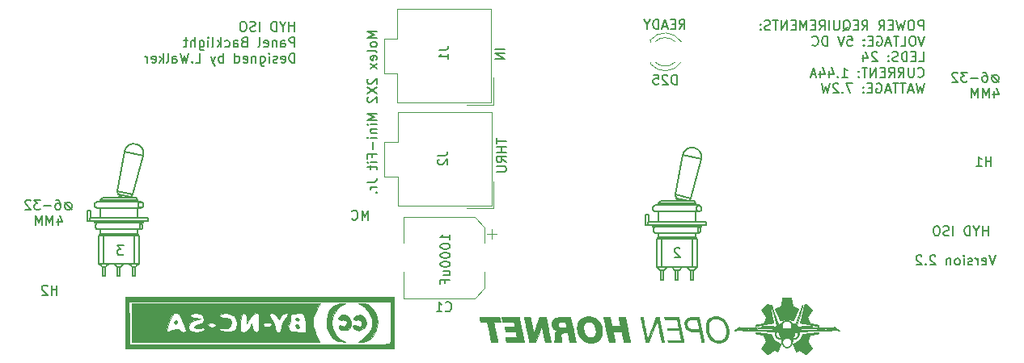
<source format=gbr>
%TF.GenerationSoftware,KiCad,Pcbnew,(5.1.12-1-10_14)*%
%TF.CreationDate,2021-11-25T16:53:39+11:00*%
%TF.ProjectId,HYD ISO Panel PCB V2,48594420-4953-44f2-9050-616e656c2050,rev?*%
%TF.SameCoordinates,Original*%
%TF.FileFunction,Legend,Bot*%
%TF.FilePolarity,Positive*%
%FSLAX46Y46*%
G04 Gerber Fmt 4.6, Leading zero omitted, Abs format (unit mm)*
G04 Created by KiCad (PCBNEW (5.1.12-1-10_14)) date 2021-11-25 16:53:39*
%MOMM*%
%LPD*%
G01*
G04 APERTURE LIST*
%ADD10C,0.150000*%
%ADD11C,0.120000*%
%ADD12C,0.010000*%
%ADD13C,0.200000*%
G04 APERTURE END LIST*
D10*
X169952380Y-70135714D02*
X169952380Y-70802380D01*
X170190476Y-69754761D02*
X170428571Y-70469047D01*
X169809523Y-70469047D01*
X169428571Y-70802380D02*
X169428571Y-69802380D01*
X169095238Y-70516666D01*
X168761904Y-69802380D01*
X168761904Y-70802380D01*
X168285714Y-70802380D02*
X168285714Y-69802380D01*
X167952380Y-70516666D01*
X167619047Y-69802380D01*
X167619047Y-70802380D01*
X71963489Y-83535714D02*
X71963489Y-84202380D01*
X72201585Y-83154761D02*
X72439680Y-83869047D01*
X71820632Y-83869047D01*
X71439680Y-84202380D02*
X71439680Y-83202380D01*
X71106347Y-83916666D01*
X70773013Y-83202380D01*
X70773013Y-84202380D01*
X70296823Y-84202380D02*
X70296823Y-83202380D01*
X69963489Y-83916666D01*
X69630156Y-83202380D01*
X69630156Y-84202380D01*
X169330333Y-85288380D02*
X169330333Y-84288380D01*
X169330333Y-84764571D02*
X168758904Y-84764571D01*
X168758904Y-85288380D02*
X168758904Y-84288380D01*
X168092238Y-84812190D02*
X168092238Y-85288380D01*
X168425571Y-84288380D02*
X168092238Y-84812190D01*
X167758904Y-84288380D01*
X167425571Y-85288380D02*
X167425571Y-84288380D01*
X167187476Y-84288380D01*
X167044619Y-84336000D01*
X166949380Y-84431238D01*
X166901761Y-84526476D01*
X166854142Y-84716952D01*
X166854142Y-84859809D01*
X166901761Y-85050285D01*
X166949380Y-85145523D01*
X167044619Y-85240761D01*
X167187476Y-85288380D01*
X167425571Y-85288380D01*
X165663666Y-85288380D02*
X165663666Y-84288380D01*
X165235095Y-85240761D02*
X165092238Y-85288380D01*
X164854142Y-85288380D01*
X164758904Y-85240761D01*
X164711285Y-85193142D01*
X164663666Y-85097904D01*
X164663666Y-85002666D01*
X164711285Y-84907428D01*
X164758904Y-84859809D01*
X164854142Y-84812190D01*
X165044619Y-84764571D01*
X165139857Y-84716952D01*
X165187476Y-84669333D01*
X165235095Y-84574095D01*
X165235095Y-84478857D01*
X165187476Y-84383619D01*
X165139857Y-84336000D01*
X165044619Y-84288380D01*
X164806523Y-84288380D01*
X164663666Y-84336000D01*
X164044619Y-84288380D02*
X163854142Y-84288380D01*
X163758904Y-84336000D01*
X163663666Y-84431238D01*
X163616047Y-84621714D01*
X163616047Y-84955047D01*
X163663666Y-85145523D01*
X163758904Y-85240761D01*
X163854142Y-85288380D01*
X164044619Y-85288380D01*
X164139857Y-85240761D01*
X164235095Y-85145523D01*
X164282714Y-84955047D01*
X164282714Y-84621714D01*
X164235095Y-84431238D01*
X164139857Y-84336000D01*
X164044619Y-84288380D01*
X96739404Y-63827380D02*
X96739404Y-62827380D01*
X96739404Y-63303571D02*
X96167976Y-63303571D01*
X96167976Y-63827380D02*
X96167976Y-62827380D01*
X95501309Y-63351190D02*
X95501309Y-63827380D01*
X95834642Y-62827380D02*
X95501309Y-63351190D01*
X95167976Y-62827380D01*
X94834642Y-63827380D02*
X94834642Y-62827380D01*
X94596547Y-62827380D01*
X94453690Y-62875000D01*
X94358452Y-62970238D01*
X94310833Y-63065476D01*
X94263214Y-63255952D01*
X94263214Y-63398809D01*
X94310833Y-63589285D01*
X94358452Y-63684523D01*
X94453690Y-63779761D01*
X94596547Y-63827380D01*
X94834642Y-63827380D01*
X93072738Y-63827380D02*
X93072738Y-62827380D01*
X92644166Y-63779761D02*
X92501309Y-63827380D01*
X92263214Y-63827380D01*
X92167976Y-63779761D01*
X92120357Y-63732142D01*
X92072738Y-63636904D01*
X92072738Y-63541666D01*
X92120357Y-63446428D01*
X92167976Y-63398809D01*
X92263214Y-63351190D01*
X92453690Y-63303571D01*
X92548928Y-63255952D01*
X92596547Y-63208333D01*
X92644166Y-63113095D01*
X92644166Y-63017857D01*
X92596547Y-62922619D01*
X92548928Y-62875000D01*
X92453690Y-62827380D01*
X92215595Y-62827380D01*
X92072738Y-62875000D01*
X91453690Y-62827380D02*
X91263214Y-62827380D01*
X91167976Y-62875000D01*
X91072738Y-62970238D01*
X91025119Y-63160714D01*
X91025119Y-63494047D01*
X91072738Y-63684523D01*
X91167976Y-63779761D01*
X91263214Y-63827380D01*
X91453690Y-63827380D01*
X91548928Y-63779761D01*
X91644166Y-63684523D01*
X91691785Y-63494047D01*
X91691785Y-63160714D01*
X91644166Y-62970238D01*
X91548928Y-62875000D01*
X91453690Y-62827380D01*
X96739404Y-65477380D02*
X96739404Y-64477380D01*
X96358452Y-64477380D01*
X96263214Y-64525000D01*
X96215595Y-64572619D01*
X96167976Y-64667857D01*
X96167976Y-64810714D01*
X96215595Y-64905952D01*
X96263214Y-64953571D01*
X96358452Y-65001190D01*
X96739404Y-65001190D01*
X95310833Y-65477380D02*
X95310833Y-64953571D01*
X95358452Y-64858333D01*
X95453690Y-64810714D01*
X95644166Y-64810714D01*
X95739404Y-64858333D01*
X95310833Y-65429761D02*
X95406071Y-65477380D01*
X95644166Y-65477380D01*
X95739404Y-65429761D01*
X95787023Y-65334523D01*
X95787023Y-65239285D01*
X95739404Y-65144047D01*
X95644166Y-65096428D01*
X95406071Y-65096428D01*
X95310833Y-65048809D01*
X94834642Y-64810714D02*
X94834642Y-65477380D01*
X94834642Y-64905952D02*
X94787023Y-64858333D01*
X94691785Y-64810714D01*
X94548928Y-64810714D01*
X94453690Y-64858333D01*
X94406071Y-64953571D01*
X94406071Y-65477380D01*
X93548928Y-65429761D02*
X93644166Y-65477380D01*
X93834642Y-65477380D01*
X93929880Y-65429761D01*
X93977500Y-65334523D01*
X93977500Y-64953571D01*
X93929880Y-64858333D01*
X93834642Y-64810714D01*
X93644166Y-64810714D01*
X93548928Y-64858333D01*
X93501309Y-64953571D01*
X93501309Y-65048809D01*
X93977500Y-65144047D01*
X92929880Y-65477380D02*
X93025119Y-65429761D01*
X93072738Y-65334523D01*
X93072738Y-64477380D01*
X91453690Y-64953571D02*
X91310833Y-65001190D01*
X91263214Y-65048809D01*
X91215595Y-65144047D01*
X91215595Y-65286904D01*
X91263214Y-65382142D01*
X91310833Y-65429761D01*
X91406071Y-65477380D01*
X91787023Y-65477380D01*
X91787023Y-64477380D01*
X91453690Y-64477380D01*
X91358452Y-64525000D01*
X91310833Y-64572619D01*
X91263214Y-64667857D01*
X91263214Y-64763095D01*
X91310833Y-64858333D01*
X91358452Y-64905952D01*
X91453690Y-64953571D01*
X91787023Y-64953571D01*
X90358452Y-65477380D02*
X90358452Y-64953571D01*
X90406071Y-64858333D01*
X90501309Y-64810714D01*
X90691785Y-64810714D01*
X90787023Y-64858333D01*
X90358452Y-65429761D02*
X90453690Y-65477380D01*
X90691785Y-65477380D01*
X90787023Y-65429761D01*
X90834642Y-65334523D01*
X90834642Y-65239285D01*
X90787023Y-65144047D01*
X90691785Y-65096428D01*
X90453690Y-65096428D01*
X90358452Y-65048809D01*
X89453690Y-65429761D02*
X89548928Y-65477380D01*
X89739404Y-65477380D01*
X89834642Y-65429761D01*
X89882261Y-65382142D01*
X89929880Y-65286904D01*
X89929880Y-65001190D01*
X89882261Y-64905952D01*
X89834642Y-64858333D01*
X89739404Y-64810714D01*
X89548928Y-64810714D01*
X89453690Y-64858333D01*
X89025119Y-65477380D02*
X89025119Y-64477380D01*
X88929880Y-65096428D02*
X88644166Y-65477380D01*
X88644166Y-64810714D02*
X89025119Y-65191666D01*
X88072738Y-65477380D02*
X88167976Y-65429761D01*
X88215595Y-65334523D01*
X88215595Y-64477380D01*
X87691785Y-65477380D02*
X87691785Y-64810714D01*
X87691785Y-64477380D02*
X87739404Y-64525000D01*
X87691785Y-64572619D01*
X87644166Y-64525000D01*
X87691785Y-64477380D01*
X87691785Y-64572619D01*
X86787023Y-64810714D02*
X86787023Y-65620238D01*
X86834642Y-65715476D01*
X86882261Y-65763095D01*
X86977499Y-65810714D01*
X87120357Y-65810714D01*
X87215595Y-65763095D01*
X86787023Y-65429761D02*
X86882261Y-65477380D01*
X87072738Y-65477380D01*
X87167976Y-65429761D01*
X87215595Y-65382142D01*
X87263214Y-65286904D01*
X87263214Y-65001190D01*
X87215595Y-64905952D01*
X87167976Y-64858333D01*
X87072738Y-64810714D01*
X86882261Y-64810714D01*
X86787023Y-64858333D01*
X86310833Y-65477380D02*
X86310833Y-64477380D01*
X85882261Y-65477380D02*
X85882261Y-64953571D01*
X85929880Y-64858333D01*
X86025119Y-64810714D01*
X86167976Y-64810714D01*
X86263214Y-64858333D01*
X86310833Y-64905952D01*
X85548928Y-64810714D02*
X85167976Y-64810714D01*
X85406071Y-64477380D02*
X85406071Y-65334523D01*
X85358452Y-65429761D01*
X85263214Y-65477380D01*
X85167976Y-65477380D01*
X96739404Y-67127380D02*
X96739404Y-66127380D01*
X96501309Y-66127380D01*
X96358452Y-66175000D01*
X96263214Y-66270238D01*
X96215595Y-66365476D01*
X96167976Y-66555952D01*
X96167976Y-66698809D01*
X96215595Y-66889285D01*
X96263214Y-66984523D01*
X96358452Y-67079761D01*
X96501309Y-67127380D01*
X96739404Y-67127380D01*
X95358452Y-67079761D02*
X95453690Y-67127380D01*
X95644166Y-67127380D01*
X95739404Y-67079761D01*
X95787023Y-66984523D01*
X95787023Y-66603571D01*
X95739404Y-66508333D01*
X95644166Y-66460714D01*
X95453690Y-66460714D01*
X95358452Y-66508333D01*
X95310833Y-66603571D01*
X95310833Y-66698809D01*
X95787023Y-66794047D01*
X94929880Y-67079761D02*
X94834642Y-67127380D01*
X94644166Y-67127380D01*
X94548928Y-67079761D01*
X94501309Y-66984523D01*
X94501309Y-66936904D01*
X94548928Y-66841666D01*
X94644166Y-66794047D01*
X94787023Y-66794047D01*
X94882261Y-66746428D01*
X94929880Y-66651190D01*
X94929880Y-66603571D01*
X94882261Y-66508333D01*
X94787023Y-66460714D01*
X94644166Y-66460714D01*
X94548928Y-66508333D01*
X94072738Y-67127380D02*
X94072738Y-66460714D01*
X94072738Y-66127380D02*
X94120357Y-66175000D01*
X94072738Y-66222619D01*
X94025119Y-66175000D01*
X94072738Y-66127380D01*
X94072738Y-66222619D01*
X93167976Y-66460714D02*
X93167976Y-67270238D01*
X93215595Y-67365476D01*
X93263214Y-67413095D01*
X93358452Y-67460714D01*
X93501309Y-67460714D01*
X93596547Y-67413095D01*
X93167976Y-67079761D02*
X93263214Y-67127380D01*
X93453690Y-67127380D01*
X93548928Y-67079761D01*
X93596547Y-67032142D01*
X93644166Y-66936904D01*
X93644166Y-66651190D01*
X93596547Y-66555952D01*
X93548928Y-66508333D01*
X93453690Y-66460714D01*
X93263214Y-66460714D01*
X93167976Y-66508333D01*
X92691785Y-66460714D02*
X92691785Y-67127380D01*
X92691785Y-66555952D02*
X92644166Y-66508333D01*
X92548928Y-66460714D01*
X92406071Y-66460714D01*
X92310833Y-66508333D01*
X92263214Y-66603571D01*
X92263214Y-67127380D01*
X91406071Y-67079761D02*
X91501309Y-67127380D01*
X91691785Y-67127380D01*
X91787023Y-67079761D01*
X91834642Y-66984523D01*
X91834642Y-66603571D01*
X91787023Y-66508333D01*
X91691785Y-66460714D01*
X91501309Y-66460714D01*
X91406071Y-66508333D01*
X91358452Y-66603571D01*
X91358452Y-66698809D01*
X91834642Y-66794047D01*
X90501309Y-67127380D02*
X90501309Y-66127380D01*
X90501309Y-67079761D02*
X90596547Y-67127380D01*
X90787023Y-67127380D01*
X90882261Y-67079761D01*
X90929880Y-67032142D01*
X90977500Y-66936904D01*
X90977500Y-66651190D01*
X90929880Y-66555952D01*
X90882261Y-66508333D01*
X90787023Y-66460714D01*
X90596547Y-66460714D01*
X90501309Y-66508333D01*
X89263214Y-67127380D02*
X89263214Y-66127380D01*
X89263214Y-66508333D02*
X89167976Y-66460714D01*
X88977500Y-66460714D01*
X88882261Y-66508333D01*
X88834642Y-66555952D01*
X88787023Y-66651190D01*
X88787023Y-66936904D01*
X88834642Y-67032142D01*
X88882261Y-67079761D01*
X88977500Y-67127380D01*
X89167976Y-67127380D01*
X89263214Y-67079761D01*
X88453690Y-66460714D02*
X88215595Y-67127380D01*
X87977500Y-66460714D02*
X88215595Y-67127380D01*
X88310833Y-67365476D01*
X88358452Y-67413095D01*
X88453690Y-67460714D01*
X86358452Y-67127380D02*
X86834642Y-67127380D01*
X86834642Y-66127380D01*
X86025119Y-67032142D02*
X85977500Y-67079761D01*
X86025119Y-67127380D01*
X86072738Y-67079761D01*
X86025119Y-67032142D01*
X86025119Y-67127380D01*
X85644166Y-66127380D02*
X85406071Y-67127380D01*
X85215595Y-66413095D01*
X85025119Y-67127380D01*
X84787023Y-66127380D01*
X83977500Y-67127380D02*
X83977500Y-66603571D01*
X84025119Y-66508333D01*
X84120357Y-66460714D01*
X84310833Y-66460714D01*
X84406071Y-66508333D01*
X83977500Y-67079761D02*
X84072738Y-67127380D01*
X84310833Y-67127380D01*
X84406071Y-67079761D01*
X84453690Y-66984523D01*
X84453690Y-66889285D01*
X84406071Y-66794047D01*
X84310833Y-66746428D01*
X84072738Y-66746428D01*
X83977500Y-66698809D01*
X83358452Y-67127380D02*
X83453690Y-67079761D01*
X83501309Y-66984523D01*
X83501309Y-66127380D01*
X82977500Y-67127380D02*
X82977500Y-66127380D01*
X82882261Y-66746428D02*
X82596547Y-67127380D01*
X82596547Y-66460714D02*
X82977500Y-66841666D01*
X81787023Y-67079761D02*
X81882261Y-67127380D01*
X82072738Y-67127380D01*
X82167976Y-67079761D01*
X82215595Y-66984523D01*
X82215595Y-66603571D01*
X82167976Y-66508333D01*
X82072738Y-66460714D01*
X81882261Y-66460714D01*
X81787023Y-66508333D01*
X81739404Y-66603571D01*
X81739404Y-66698809D01*
X82215595Y-66794047D01*
X81310833Y-67127380D02*
X81310833Y-66460714D01*
X81310833Y-66651190D02*
X81263214Y-66555952D01*
X81215595Y-66508333D01*
X81120357Y-66460714D01*
X81025119Y-66460714D01*
X137064714Y-86669619D02*
X137017095Y-86622000D01*
X136921857Y-86574380D01*
X136683761Y-86574380D01*
X136588523Y-86622000D01*
X136540904Y-86669619D01*
X136493285Y-86764857D01*
X136493285Y-86860095D01*
X136540904Y-87002952D01*
X137112333Y-87574380D01*
X136493285Y-87574380D01*
X78819333Y-86320380D02*
X78200285Y-86320380D01*
X78533619Y-86701333D01*
X78390761Y-86701333D01*
X78295523Y-86748952D01*
X78247904Y-86796571D01*
X78200285Y-86891809D01*
X78200285Y-87129904D01*
X78247904Y-87225142D01*
X78295523Y-87272761D01*
X78390761Y-87320380D01*
X78676476Y-87320380D01*
X78771714Y-87272761D01*
X78819333Y-87225142D01*
X162566004Y-63703180D02*
X162566004Y-62703180D01*
X162185052Y-62703180D01*
X162089814Y-62750800D01*
X162042195Y-62798419D01*
X161994576Y-62893657D01*
X161994576Y-63036514D01*
X162042195Y-63131752D01*
X162089814Y-63179371D01*
X162185052Y-63226990D01*
X162566004Y-63226990D01*
X161375528Y-62703180D02*
X161185052Y-62703180D01*
X161089814Y-62750800D01*
X160994576Y-62846038D01*
X160946957Y-63036514D01*
X160946957Y-63369847D01*
X160994576Y-63560323D01*
X161089814Y-63655561D01*
X161185052Y-63703180D01*
X161375528Y-63703180D01*
X161470766Y-63655561D01*
X161566004Y-63560323D01*
X161613623Y-63369847D01*
X161613623Y-63036514D01*
X161566004Y-62846038D01*
X161470766Y-62750800D01*
X161375528Y-62703180D01*
X160613623Y-62703180D02*
X160375528Y-63703180D01*
X160185052Y-62988895D01*
X159994576Y-63703180D01*
X159756480Y-62703180D01*
X159375528Y-63179371D02*
X159042195Y-63179371D01*
X158899338Y-63703180D02*
X159375528Y-63703180D01*
X159375528Y-62703180D01*
X158899338Y-62703180D01*
X157899338Y-63703180D02*
X158232671Y-63226990D01*
X158470766Y-63703180D02*
X158470766Y-62703180D01*
X158089814Y-62703180D01*
X157994576Y-62750800D01*
X157946957Y-62798419D01*
X157899338Y-62893657D01*
X157899338Y-63036514D01*
X157946957Y-63131752D01*
X157994576Y-63179371D01*
X158089814Y-63226990D01*
X158470766Y-63226990D01*
X156137433Y-63703180D02*
X156470766Y-63226990D01*
X156708861Y-63703180D02*
X156708861Y-62703180D01*
X156327909Y-62703180D01*
X156232671Y-62750800D01*
X156185052Y-62798419D01*
X156137433Y-62893657D01*
X156137433Y-63036514D01*
X156185052Y-63131752D01*
X156232671Y-63179371D01*
X156327909Y-63226990D01*
X156708861Y-63226990D01*
X155708861Y-63179371D02*
X155375528Y-63179371D01*
X155232671Y-63703180D02*
X155708861Y-63703180D01*
X155708861Y-62703180D01*
X155232671Y-62703180D01*
X154137433Y-63798419D02*
X154232671Y-63750800D01*
X154327909Y-63655561D01*
X154470766Y-63512704D01*
X154566004Y-63465085D01*
X154661242Y-63465085D01*
X154613623Y-63703180D02*
X154708861Y-63655561D01*
X154804100Y-63560323D01*
X154851719Y-63369847D01*
X154851719Y-63036514D01*
X154804100Y-62846038D01*
X154708861Y-62750800D01*
X154613623Y-62703180D01*
X154423147Y-62703180D01*
X154327909Y-62750800D01*
X154232671Y-62846038D01*
X154185052Y-63036514D01*
X154185052Y-63369847D01*
X154232671Y-63560323D01*
X154327909Y-63655561D01*
X154423147Y-63703180D01*
X154613623Y-63703180D01*
X153756480Y-62703180D02*
X153756480Y-63512704D01*
X153708861Y-63607942D01*
X153661242Y-63655561D01*
X153566004Y-63703180D01*
X153375528Y-63703180D01*
X153280290Y-63655561D01*
X153232671Y-63607942D01*
X153185052Y-63512704D01*
X153185052Y-62703180D01*
X152708861Y-63703180D02*
X152708861Y-62703180D01*
X151661242Y-63703180D02*
X151994576Y-63226990D01*
X152232671Y-63703180D02*
X152232671Y-62703180D01*
X151851719Y-62703180D01*
X151756480Y-62750800D01*
X151708861Y-62798419D01*
X151661242Y-62893657D01*
X151661242Y-63036514D01*
X151708861Y-63131752D01*
X151756480Y-63179371D01*
X151851719Y-63226990D01*
X152232671Y-63226990D01*
X151232671Y-63179371D02*
X150899338Y-63179371D01*
X150756480Y-63703180D02*
X151232671Y-63703180D01*
X151232671Y-62703180D01*
X150756480Y-62703180D01*
X150327909Y-63703180D02*
X150327909Y-62703180D01*
X149994576Y-63417466D01*
X149661242Y-62703180D01*
X149661242Y-63703180D01*
X149185052Y-63179371D02*
X148851719Y-63179371D01*
X148708861Y-63703180D02*
X149185052Y-63703180D01*
X149185052Y-62703180D01*
X148708861Y-62703180D01*
X148280290Y-63703180D02*
X148280290Y-62703180D01*
X147708861Y-63703180D01*
X147708861Y-62703180D01*
X147375528Y-62703180D02*
X146804100Y-62703180D01*
X147089814Y-63703180D02*
X147089814Y-62703180D01*
X146518385Y-63655561D02*
X146375528Y-63703180D01*
X146137433Y-63703180D01*
X146042195Y-63655561D01*
X145994576Y-63607942D01*
X145946957Y-63512704D01*
X145946957Y-63417466D01*
X145994576Y-63322228D01*
X146042195Y-63274609D01*
X146137433Y-63226990D01*
X146327909Y-63179371D01*
X146423147Y-63131752D01*
X146470766Y-63084133D01*
X146518385Y-62988895D01*
X146518385Y-62893657D01*
X146470766Y-62798419D01*
X146423147Y-62750800D01*
X146327909Y-62703180D01*
X146089814Y-62703180D01*
X145946957Y-62750800D01*
X145518385Y-63607942D02*
X145470766Y-63655561D01*
X145518385Y-63703180D01*
X145566004Y-63655561D01*
X145518385Y-63607942D01*
X145518385Y-63703180D01*
X145518385Y-63084133D02*
X145470766Y-63131752D01*
X145518385Y-63179371D01*
X145566004Y-63131752D01*
X145518385Y-63084133D01*
X145518385Y-63179371D01*
X162708861Y-64353180D02*
X162375528Y-65353180D01*
X162042195Y-64353180D01*
X161518385Y-64353180D02*
X161327909Y-64353180D01*
X161232671Y-64400800D01*
X161137433Y-64496038D01*
X161089814Y-64686514D01*
X161089814Y-65019847D01*
X161137433Y-65210323D01*
X161232671Y-65305561D01*
X161327909Y-65353180D01*
X161518385Y-65353180D01*
X161613623Y-65305561D01*
X161708861Y-65210323D01*
X161756480Y-65019847D01*
X161756480Y-64686514D01*
X161708861Y-64496038D01*
X161613623Y-64400800D01*
X161518385Y-64353180D01*
X160185052Y-65353180D02*
X160661242Y-65353180D01*
X160661242Y-64353180D01*
X159994576Y-64353180D02*
X159423147Y-64353180D01*
X159708861Y-65353180D02*
X159708861Y-64353180D01*
X159137433Y-65067466D02*
X158661242Y-65067466D01*
X159232671Y-65353180D02*
X158899338Y-64353180D01*
X158566004Y-65353180D01*
X157708861Y-64400800D02*
X157804100Y-64353180D01*
X157946957Y-64353180D01*
X158089814Y-64400800D01*
X158185052Y-64496038D01*
X158232671Y-64591276D01*
X158280290Y-64781752D01*
X158280290Y-64924609D01*
X158232671Y-65115085D01*
X158185052Y-65210323D01*
X158089814Y-65305561D01*
X157946957Y-65353180D01*
X157851719Y-65353180D01*
X157708861Y-65305561D01*
X157661242Y-65257942D01*
X157661242Y-64924609D01*
X157851719Y-64924609D01*
X157232671Y-64829371D02*
X156899338Y-64829371D01*
X156756480Y-65353180D02*
X157232671Y-65353180D01*
X157232671Y-64353180D01*
X156756480Y-64353180D01*
X156327909Y-65257942D02*
X156280290Y-65305561D01*
X156327909Y-65353180D01*
X156375528Y-65305561D01*
X156327909Y-65257942D01*
X156327909Y-65353180D01*
X156327909Y-64734133D02*
X156280290Y-64781752D01*
X156327909Y-64829371D01*
X156375528Y-64781752D01*
X156327909Y-64734133D01*
X156327909Y-64829371D01*
X154613623Y-64353180D02*
X155089814Y-64353180D01*
X155137433Y-64829371D01*
X155089814Y-64781752D01*
X154994576Y-64734133D01*
X154756480Y-64734133D01*
X154661242Y-64781752D01*
X154613623Y-64829371D01*
X154566004Y-64924609D01*
X154566004Y-65162704D01*
X154613623Y-65257942D01*
X154661242Y-65305561D01*
X154756480Y-65353180D01*
X154994576Y-65353180D01*
X155089814Y-65305561D01*
X155137433Y-65257942D01*
X154280290Y-64353180D02*
X153946957Y-65353180D01*
X153613623Y-64353180D01*
X152518385Y-65353180D02*
X152518385Y-64353180D01*
X152280290Y-64353180D01*
X152137433Y-64400800D01*
X152042195Y-64496038D01*
X151994576Y-64591276D01*
X151946957Y-64781752D01*
X151946957Y-64924609D01*
X151994576Y-65115085D01*
X152042195Y-65210323D01*
X152137433Y-65305561D01*
X152280290Y-65353180D01*
X152518385Y-65353180D01*
X150946957Y-65257942D02*
X150994576Y-65305561D01*
X151137433Y-65353180D01*
X151232671Y-65353180D01*
X151375528Y-65305561D01*
X151470766Y-65210323D01*
X151518385Y-65115085D01*
X151566004Y-64924609D01*
X151566004Y-64781752D01*
X151518385Y-64591276D01*
X151470766Y-64496038D01*
X151375528Y-64400800D01*
X151232671Y-64353180D01*
X151137433Y-64353180D01*
X150994576Y-64400800D01*
X150946957Y-64448419D01*
X162089814Y-67003180D02*
X162566004Y-67003180D01*
X162566004Y-66003180D01*
X161756480Y-66479371D02*
X161423147Y-66479371D01*
X161280290Y-67003180D02*
X161756480Y-67003180D01*
X161756480Y-66003180D01*
X161280290Y-66003180D01*
X160851719Y-67003180D02*
X160851719Y-66003180D01*
X160613623Y-66003180D01*
X160470766Y-66050800D01*
X160375528Y-66146038D01*
X160327909Y-66241276D01*
X160280290Y-66431752D01*
X160280290Y-66574609D01*
X160327909Y-66765085D01*
X160375528Y-66860323D01*
X160470766Y-66955561D01*
X160613623Y-67003180D01*
X160851719Y-67003180D01*
X159899338Y-66955561D02*
X159756480Y-67003180D01*
X159518385Y-67003180D01*
X159423147Y-66955561D01*
X159375528Y-66907942D01*
X159327909Y-66812704D01*
X159327909Y-66717466D01*
X159375528Y-66622228D01*
X159423147Y-66574609D01*
X159518385Y-66526990D01*
X159708861Y-66479371D01*
X159804100Y-66431752D01*
X159851719Y-66384133D01*
X159899338Y-66288895D01*
X159899338Y-66193657D01*
X159851719Y-66098419D01*
X159804100Y-66050800D01*
X159708861Y-66003180D01*
X159470766Y-66003180D01*
X159327909Y-66050800D01*
X158899338Y-66907942D02*
X158851719Y-66955561D01*
X158899338Y-67003180D01*
X158946957Y-66955561D01*
X158899338Y-66907942D01*
X158899338Y-67003180D01*
X158899338Y-66384133D02*
X158851719Y-66431752D01*
X158899338Y-66479371D01*
X158946957Y-66431752D01*
X158899338Y-66384133D01*
X158899338Y-66479371D01*
X157708861Y-66098419D02*
X157661242Y-66050800D01*
X157566004Y-66003180D01*
X157327909Y-66003180D01*
X157232671Y-66050800D01*
X157185052Y-66098419D01*
X157137433Y-66193657D01*
X157137433Y-66288895D01*
X157185052Y-66431752D01*
X157756480Y-67003180D01*
X157137433Y-67003180D01*
X156280290Y-66336514D02*
X156280290Y-67003180D01*
X156518385Y-65955561D02*
X156756480Y-66669847D01*
X156137433Y-66669847D01*
X161994576Y-68557942D02*
X162042195Y-68605561D01*
X162185052Y-68653180D01*
X162280290Y-68653180D01*
X162423147Y-68605561D01*
X162518385Y-68510323D01*
X162566004Y-68415085D01*
X162613623Y-68224609D01*
X162613623Y-68081752D01*
X162566004Y-67891276D01*
X162518385Y-67796038D01*
X162423147Y-67700800D01*
X162280290Y-67653180D01*
X162185052Y-67653180D01*
X162042195Y-67700800D01*
X161994576Y-67748419D01*
X161566004Y-67653180D02*
X161566004Y-68462704D01*
X161518385Y-68557942D01*
X161470766Y-68605561D01*
X161375528Y-68653180D01*
X161185052Y-68653180D01*
X161089814Y-68605561D01*
X161042195Y-68557942D01*
X160994576Y-68462704D01*
X160994576Y-67653180D01*
X159946957Y-68653180D02*
X160280290Y-68176990D01*
X160518385Y-68653180D02*
X160518385Y-67653180D01*
X160137433Y-67653180D01*
X160042195Y-67700800D01*
X159994576Y-67748419D01*
X159946957Y-67843657D01*
X159946957Y-67986514D01*
X159994576Y-68081752D01*
X160042195Y-68129371D01*
X160137433Y-68176990D01*
X160518385Y-68176990D01*
X158946957Y-68653180D02*
X159280290Y-68176990D01*
X159518385Y-68653180D02*
X159518385Y-67653180D01*
X159137433Y-67653180D01*
X159042195Y-67700800D01*
X158994576Y-67748419D01*
X158946957Y-67843657D01*
X158946957Y-67986514D01*
X158994576Y-68081752D01*
X159042195Y-68129371D01*
X159137433Y-68176990D01*
X159518385Y-68176990D01*
X158518385Y-68129371D02*
X158185052Y-68129371D01*
X158042195Y-68653180D02*
X158518385Y-68653180D01*
X158518385Y-67653180D01*
X158042195Y-67653180D01*
X157613623Y-68653180D02*
X157613623Y-67653180D01*
X157042195Y-68653180D01*
X157042195Y-67653180D01*
X156708861Y-67653180D02*
X156137433Y-67653180D01*
X156423147Y-68653180D02*
X156423147Y-67653180D01*
X155804100Y-68557942D02*
X155756480Y-68605561D01*
X155804100Y-68653180D01*
X155851719Y-68605561D01*
X155804100Y-68557942D01*
X155804100Y-68653180D01*
X155804100Y-68034133D02*
X155756480Y-68081752D01*
X155804100Y-68129371D01*
X155851719Y-68081752D01*
X155804100Y-68034133D01*
X155804100Y-68129371D01*
X154042195Y-68653180D02*
X154613623Y-68653180D01*
X154327909Y-68653180D02*
X154327909Y-67653180D01*
X154423147Y-67796038D01*
X154518385Y-67891276D01*
X154613623Y-67938895D01*
X153613623Y-68557942D02*
X153566004Y-68605561D01*
X153613623Y-68653180D01*
X153661242Y-68605561D01*
X153613623Y-68557942D01*
X153613623Y-68653180D01*
X152708861Y-67986514D02*
X152708861Y-68653180D01*
X152946957Y-67605561D02*
X153185052Y-68319847D01*
X152566004Y-68319847D01*
X151756480Y-67986514D02*
X151756480Y-68653180D01*
X151994576Y-67605561D02*
X152232671Y-68319847D01*
X151613623Y-68319847D01*
X151280290Y-68367466D02*
X150804100Y-68367466D01*
X151375528Y-68653180D02*
X151042195Y-67653180D01*
X150708861Y-68653180D01*
X162661242Y-69303180D02*
X162423147Y-70303180D01*
X162232671Y-69588895D01*
X162042195Y-70303180D01*
X161804100Y-69303180D01*
X161470766Y-70017466D02*
X160994576Y-70017466D01*
X161566004Y-70303180D02*
X161232671Y-69303180D01*
X160899338Y-70303180D01*
X160708861Y-69303180D02*
X160137433Y-69303180D01*
X160423147Y-70303180D02*
X160423147Y-69303180D01*
X159946957Y-69303180D02*
X159375528Y-69303180D01*
X159661242Y-70303180D02*
X159661242Y-69303180D01*
X159089814Y-70017466D02*
X158613623Y-70017466D01*
X159185052Y-70303180D02*
X158851719Y-69303180D01*
X158518385Y-70303180D01*
X157661242Y-69350800D02*
X157756480Y-69303180D01*
X157899338Y-69303180D01*
X158042195Y-69350800D01*
X158137433Y-69446038D01*
X158185052Y-69541276D01*
X158232671Y-69731752D01*
X158232671Y-69874609D01*
X158185052Y-70065085D01*
X158137433Y-70160323D01*
X158042195Y-70255561D01*
X157899338Y-70303180D01*
X157804100Y-70303180D01*
X157661242Y-70255561D01*
X157613623Y-70207942D01*
X157613623Y-69874609D01*
X157804100Y-69874609D01*
X157185052Y-69779371D02*
X156851719Y-69779371D01*
X156708861Y-70303180D02*
X157185052Y-70303180D01*
X157185052Y-69303180D01*
X156708861Y-69303180D01*
X156280290Y-70207942D02*
X156232671Y-70255561D01*
X156280290Y-70303180D01*
X156327909Y-70255561D01*
X156280290Y-70207942D01*
X156280290Y-70303180D01*
X156280290Y-69684133D02*
X156232671Y-69731752D01*
X156280290Y-69779371D01*
X156327909Y-69731752D01*
X156280290Y-69684133D01*
X156280290Y-69779371D01*
X155137433Y-69303180D02*
X154470766Y-69303180D01*
X154899338Y-70303180D01*
X154089814Y-70207942D02*
X154042195Y-70255561D01*
X154089814Y-70303180D01*
X154137433Y-70255561D01*
X154089814Y-70207942D01*
X154089814Y-70303180D01*
X153661242Y-69398419D02*
X153613623Y-69350800D01*
X153518385Y-69303180D01*
X153280290Y-69303180D01*
X153185052Y-69350800D01*
X153137433Y-69398419D01*
X153089814Y-69493657D01*
X153089814Y-69588895D01*
X153137433Y-69731752D01*
X153708861Y-70303180D01*
X153089814Y-70303180D01*
X152756480Y-69303180D02*
X152518385Y-70303180D01*
X152327909Y-69588895D01*
X152137433Y-70303180D01*
X151899338Y-69303180D01*
X113002380Y-85726190D02*
X113002380Y-85154761D01*
X113002380Y-85440476D02*
X112002380Y-85440476D01*
X112145238Y-85345238D01*
X112240476Y-85250000D01*
X112288095Y-85154761D01*
X112002380Y-86345238D02*
X112002380Y-86440476D01*
X112050000Y-86535714D01*
X112097619Y-86583333D01*
X112192857Y-86630952D01*
X112383333Y-86678571D01*
X112621428Y-86678571D01*
X112811904Y-86630952D01*
X112907142Y-86583333D01*
X112954761Y-86535714D01*
X113002380Y-86440476D01*
X113002380Y-86345238D01*
X112954761Y-86250000D01*
X112907142Y-86202380D01*
X112811904Y-86154761D01*
X112621428Y-86107142D01*
X112383333Y-86107142D01*
X112192857Y-86154761D01*
X112097619Y-86202380D01*
X112050000Y-86250000D01*
X112002380Y-86345238D01*
X112002380Y-87297619D02*
X112002380Y-87392857D01*
X112050000Y-87488095D01*
X112097619Y-87535714D01*
X112192857Y-87583333D01*
X112383333Y-87630952D01*
X112621428Y-87630952D01*
X112811904Y-87583333D01*
X112907142Y-87535714D01*
X112954761Y-87488095D01*
X113002380Y-87392857D01*
X113002380Y-87297619D01*
X112954761Y-87202380D01*
X112907142Y-87154761D01*
X112811904Y-87107142D01*
X112621428Y-87059523D01*
X112383333Y-87059523D01*
X112192857Y-87107142D01*
X112097619Y-87154761D01*
X112050000Y-87202380D01*
X112002380Y-87297619D01*
X112002380Y-88250000D02*
X112002380Y-88345238D01*
X112050000Y-88440476D01*
X112097619Y-88488095D01*
X112192857Y-88535714D01*
X112383333Y-88583333D01*
X112621428Y-88583333D01*
X112811904Y-88535714D01*
X112907142Y-88488095D01*
X112954761Y-88440476D01*
X113002380Y-88345238D01*
X113002380Y-88250000D01*
X112954761Y-88154761D01*
X112907142Y-88107142D01*
X112811904Y-88059523D01*
X112621428Y-88011904D01*
X112383333Y-88011904D01*
X112192857Y-88059523D01*
X112097619Y-88107142D01*
X112050000Y-88154761D01*
X112002380Y-88250000D01*
X112335714Y-89440476D02*
X113002380Y-89440476D01*
X112335714Y-89011904D02*
X112859523Y-89011904D01*
X112954761Y-89059523D01*
X113002380Y-89154761D01*
X113002380Y-89297619D01*
X112954761Y-89392857D01*
X112907142Y-89440476D01*
X112478571Y-90250000D02*
X112478571Y-89916666D01*
X113002380Y-89916666D02*
X112002380Y-89916666D01*
X112002380Y-90392857D01*
X137000000Y-63602380D02*
X137333333Y-63126190D01*
X137571428Y-63602380D02*
X137571428Y-62602380D01*
X137190476Y-62602380D01*
X137095238Y-62650000D01*
X137047619Y-62697619D01*
X137000000Y-62792857D01*
X137000000Y-62935714D01*
X137047619Y-63030952D01*
X137095238Y-63078571D01*
X137190476Y-63126190D01*
X137571428Y-63126190D01*
X136571428Y-63078571D02*
X136238095Y-63078571D01*
X136095238Y-63602380D02*
X136571428Y-63602380D01*
X136571428Y-62602380D01*
X136095238Y-62602380D01*
X135714285Y-63316666D02*
X135238095Y-63316666D01*
X135809523Y-63602380D02*
X135476190Y-62602380D01*
X135142857Y-63602380D01*
X134809523Y-63602380D02*
X134809523Y-62602380D01*
X134571428Y-62602380D01*
X134428571Y-62650000D01*
X134333333Y-62745238D01*
X134285714Y-62840476D01*
X134238095Y-63030952D01*
X134238095Y-63173809D01*
X134285714Y-63364285D01*
X134333333Y-63459523D01*
X134428571Y-63554761D01*
X134571428Y-63602380D01*
X134809523Y-63602380D01*
X133619047Y-63126190D02*
X133619047Y-63602380D01*
X133952380Y-62602380D02*
X133619047Y-63126190D01*
X133285714Y-62602380D01*
X104465333Y-83637380D02*
X104465333Y-82637380D01*
X104132000Y-83351666D01*
X103798666Y-82637380D01*
X103798666Y-83637380D01*
X102751047Y-83542142D02*
X102798666Y-83589761D01*
X102941523Y-83637380D01*
X103036761Y-83637380D01*
X103179619Y-83589761D01*
X103274857Y-83494523D01*
X103322476Y-83399285D01*
X103370095Y-83208809D01*
X103370095Y-83065952D01*
X103322476Y-82875476D01*
X103274857Y-82780238D01*
X103179619Y-82685000D01*
X103036761Y-82637380D01*
X102941523Y-82637380D01*
X102798666Y-82685000D01*
X102751047Y-82732619D01*
X170090476Y-87352380D02*
X169757142Y-88352380D01*
X169423809Y-87352380D01*
X168709523Y-88304761D02*
X168804761Y-88352380D01*
X168995238Y-88352380D01*
X169090476Y-88304761D01*
X169138095Y-88209523D01*
X169138095Y-87828571D01*
X169090476Y-87733333D01*
X168995238Y-87685714D01*
X168804761Y-87685714D01*
X168709523Y-87733333D01*
X168661904Y-87828571D01*
X168661904Y-87923809D01*
X169138095Y-88019047D01*
X168233333Y-88352380D02*
X168233333Y-87685714D01*
X168233333Y-87876190D02*
X168185714Y-87780952D01*
X168138095Y-87733333D01*
X168042857Y-87685714D01*
X167947619Y-87685714D01*
X167661904Y-88304761D02*
X167566666Y-88352380D01*
X167376190Y-88352380D01*
X167280952Y-88304761D01*
X167233333Y-88209523D01*
X167233333Y-88161904D01*
X167280952Y-88066666D01*
X167376190Y-88019047D01*
X167519047Y-88019047D01*
X167614285Y-87971428D01*
X167661904Y-87876190D01*
X167661904Y-87828571D01*
X167614285Y-87733333D01*
X167519047Y-87685714D01*
X167376190Y-87685714D01*
X167280952Y-87733333D01*
X166804761Y-88352380D02*
X166804761Y-87685714D01*
X166804761Y-87352380D02*
X166852380Y-87400000D01*
X166804761Y-87447619D01*
X166757142Y-87400000D01*
X166804761Y-87352380D01*
X166804761Y-87447619D01*
X166185714Y-88352380D02*
X166280952Y-88304761D01*
X166328571Y-88257142D01*
X166376190Y-88161904D01*
X166376190Y-87876190D01*
X166328571Y-87780952D01*
X166280952Y-87733333D01*
X166185714Y-87685714D01*
X166042857Y-87685714D01*
X165947619Y-87733333D01*
X165900000Y-87780952D01*
X165852380Y-87876190D01*
X165852380Y-88161904D01*
X165900000Y-88257142D01*
X165947619Y-88304761D01*
X166042857Y-88352380D01*
X166185714Y-88352380D01*
X165423809Y-87685714D02*
X165423809Y-88352380D01*
X165423809Y-87780952D02*
X165376190Y-87733333D01*
X165280952Y-87685714D01*
X165138095Y-87685714D01*
X165042857Y-87733333D01*
X164995238Y-87828571D01*
X164995238Y-88352380D01*
X163804761Y-87447619D02*
X163757142Y-87400000D01*
X163661904Y-87352380D01*
X163423809Y-87352380D01*
X163328571Y-87400000D01*
X163280952Y-87447619D01*
X163233333Y-87542857D01*
X163233333Y-87638095D01*
X163280952Y-87780952D01*
X163852380Y-88352380D01*
X163233333Y-88352380D01*
X162804761Y-88257142D02*
X162757142Y-88304761D01*
X162804761Y-88352380D01*
X162852380Y-88304761D01*
X162804761Y-88257142D01*
X162804761Y-88352380D01*
X162376190Y-87447619D02*
X162328571Y-87400000D01*
X162233333Y-87352380D01*
X161995238Y-87352380D01*
X161900000Y-87400000D01*
X161852380Y-87447619D01*
X161804761Y-87542857D01*
X161804761Y-87638095D01*
X161852380Y-87780952D01*
X162423809Y-88352380D01*
X161804761Y-88352380D01*
X117902380Y-75066666D02*
X117902380Y-75638095D01*
X118902380Y-75352380D02*
X117902380Y-75352380D01*
X118902380Y-75971428D02*
X117902380Y-75971428D01*
X118378571Y-75971428D02*
X118378571Y-76542857D01*
X118902380Y-76542857D02*
X117902380Y-76542857D01*
X118902380Y-77590476D02*
X118426190Y-77257142D01*
X118902380Y-77019047D02*
X117902380Y-77019047D01*
X117902380Y-77400000D01*
X117950000Y-77495238D01*
X117997619Y-77542857D01*
X118092857Y-77590476D01*
X118235714Y-77590476D01*
X118330952Y-77542857D01*
X118378571Y-77495238D01*
X118426190Y-77400000D01*
X118426190Y-77019047D01*
X117902380Y-78019047D02*
X118711904Y-78019047D01*
X118807142Y-78066666D01*
X118854761Y-78114285D01*
X118902380Y-78209523D01*
X118902380Y-78400000D01*
X118854761Y-78495238D01*
X118807142Y-78542857D01*
X118711904Y-78590476D01*
X117902380Y-78590476D01*
X118702380Y-65701190D02*
X117702380Y-65701190D01*
X118702380Y-66177380D02*
X117702380Y-66177380D01*
X118702380Y-66748809D01*
X117702380Y-66748809D01*
X105352380Y-63872619D02*
X104352380Y-63872619D01*
X105066666Y-64205952D01*
X104352380Y-64539285D01*
X105352380Y-64539285D01*
X105352380Y-65158333D02*
X105304761Y-65063095D01*
X105257142Y-65015476D01*
X105161904Y-64967857D01*
X104876190Y-64967857D01*
X104780952Y-65015476D01*
X104733333Y-65063095D01*
X104685714Y-65158333D01*
X104685714Y-65301190D01*
X104733333Y-65396428D01*
X104780952Y-65444047D01*
X104876190Y-65491666D01*
X105161904Y-65491666D01*
X105257142Y-65444047D01*
X105304761Y-65396428D01*
X105352380Y-65301190D01*
X105352380Y-65158333D01*
X105352380Y-66063095D02*
X105304761Y-65967857D01*
X105209523Y-65920238D01*
X104352380Y-65920238D01*
X105304761Y-66825000D02*
X105352380Y-66729761D01*
X105352380Y-66539285D01*
X105304761Y-66444047D01*
X105209523Y-66396428D01*
X104828571Y-66396428D01*
X104733333Y-66444047D01*
X104685714Y-66539285D01*
X104685714Y-66729761D01*
X104733333Y-66825000D01*
X104828571Y-66872619D01*
X104923809Y-66872619D01*
X105019047Y-66396428D01*
X105352380Y-67205952D02*
X104685714Y-67729761D01*
X104685714Y-67205952D02*
X105352380Y-67729761D01*
X104447619Y-68825000D02*
X104400000Y-68872619D01*
X104352380Y-68967857D01*
X104352380Y-69205952D01*
X104400000Y-69301190D01*
X104447619Y-69348809D01*
X104542857Y-69396428D01*
X104638095Y-69396428D01*
X104780952Y-69348809D01*
X105352380Y-68777380D01*
X105352380Y-69396428D01*
X104352380Y-69729761D02*
X105352380Y-70396428D01*
X104352380Y-70396428D02*
X105352380Y-69729761D01*
X104447619Y-70729761D02*
X104400000Y-70777380D01*
X104352380Y-70872619D01*
X104352380Y-71110714D01*
X104400000Y-71205952D01*
X104447619Y-71253571D01*
X104542857Y-71301190D01*
X104638095Y-71301190D01*
X104780952Y-71253571D01*
X105352380Y-70682142D01*
X105352380Y-71301190D01*
X105352380Y-72491666D02*
X104352380Y-72491666D01*
X105066666Y-72825000D01*
X104352380Y-73158333D01*
X105352380Y-73158333D01*
X105352380Y-73634523D02*
X104685714Y-73634523D01*
X104352380Y-73634523D02*
X104400000Y-73586904D01*
X104447619Y-73634523D01*
X104400000Y-73682142D01*
X104352380Y-73634523D01*
X104447619Y-73634523D01*
X104685714Y-74110714D02*
X105352380Y-74110714D01*
X104780952Y-74110714D02*
X104733333Y-74158333D01*
X104685714Y-74253571D01*
X104685714Y-74396428D01*
X104733333Y-74491666D01*
X104828571Y-74539285D01*
X105352380Y-74539285D01*
X105352380Y-75015476D02*
X104685714Y-75015476D01*
X104352380Y-75015476D02*
X104400000Y-74967857D01*
X104447619Y-75015476D01*
X104400000Y-75063095D01*
X104352380Y-75015476D01*
X104447619Y-75015476D01*
X104971428Y-75491666D02*
X104971428Y-76253571D01*
X104828571Y-77063095D02*
X104828571Y-76729761D01*
X105352380Y-76729761D02*
X104352380Y-76729761D01*
X104352380Y-77205952D01*
X105352380Y-77586904D02*
X104685714Y-77586904D01*
X104352380Y-77586904D02*
X104400000Y-77539285D01*
X104447619Y-77586904D01*
X104400000Y-77634523D01*
X104352380Y-77586904D01*
X104447619Y-77586904D01*
X104685714Y-77920238D02*
X104685714Y-78301190D01*
X104352380Y-78063095D02*
X105209523Y-78063095D01*
X105304761Y-78110714D01*
X105352380Y-78205952D01*
X105352380Y-78301190D01*
X104352380Y-79682142D02*
X105066666Y-79682142D01*
X105209523Y-79634523D01*
X105304761Y-79539285D01*
X105352380Y-79396428D01*
X105352380Y-79301190D01*
X105352380Y-80158333D02*
X104685714Y-80158333D01*
X104876190Y-80158333D02*
X104780952Y-80205952D01*
X104733333Y-80253571D01*
X104685714Y-80348809D01*
X104685714Y-80444047D01*
X105257142Y-80777380D02*
X105304761Y-80825000D01*
X105352380Y-80777380D01*
X105304761Y-80729761D01*
X105257142Y-80777380D01*
X105352380Y-80777380D01*
D11*
%TO.C,J2*%
X117585800Y-82414840D02*
X114735800Y-82414840D01*
X117585800Y-79564840D02*
X117585800Y-82414840D01*
X106125800Y-75454840D02*
X106125800Y-77264840D01*
X107525800Y-75454840D02*
X106125800Y-75454840D01*
X107525800Y-72354840D02*
X107525800Y-75454840D01*
X117345800Y-72354840D02*
X107525800Y-72354840D01*
X117345800Y-77264840D02*
X117345800Y-72354840D01*
X106125800Y-79074840D02*
X106125800Y-77264840D01*
X107525800Y-79074840D02*
X106125800Y-79074840D01*
X107525800Y-82174840D02*
X107525800Y-79074840D01*
X117345800Y-82174840D02*
X107525800Y-82174840D01*
X117345800Y-77264840D02*
X117345800Y-82174840D01*
%TO.C,J1*%
X117568920Y-71570420D02*
X114718920Y-71570420D01*
X117568920Y-68720420D02*
X117568920Y-71570420D01*
X106108920Y-64610420D02*
X106108920Y-66420420D01*
X107508920Y-64610420D02*
X106108920Y-64610420D01*
X107508920Y-61510420D02*
X107508920Y-64610420D01*
X117328920Y-61510420D02*
X107508920Y-61510420D01*
X117328920Y-66420420D02*
X117328920Y-61510420D01*
X106108920Y-68230420D02*
X106108920Y-66420420D01*
X107508920Y-68230420D02*
X106108920Y-68230420D01*
X107508920Y-71330420D02*
X107508920Y-68230420D01*
X117328920Y-71330420D02*
X107508920Y-71330420D01*
X117328920Y-66420420D02*
X117328920Y-71330420D01*
D12*
%TO.C,G\u002A\u002A\u002A*%
G36*
X84284768Y-94147682D02*
G01*
X84122973Y-94362734D01*
X84116556Y-94409928D01*
X84244859Y-94563682D01*
X84284768Y-94568212D01*
X84432393Y-94431294D01*
X84452980Y-94305967D01*
X84371433Y-94131858D01*
X84284768Y-94147682D01*
G37*
X84284768Y-94147682D02*
X84122973Y-94362734D01*
X84116556Y-94409928D01*
X84244859Y-94563682D01*
X84284768Y-94568212D01*
X84432393Y-94431294D01*
X84452980Y-94305967D01*
X84371433Y-94131858D01*
X84284768Y-94147682D01*
G36*
X96800732Y-93976912D02*
G01*
X96816556Y-94063576D01*
X97031608Y-94225372D01*
X97078802Y-94231788D01*
X97232556Y-94103486D01*
X97237086Y-94063576D01*
X97100168Y-93915951D01*
X96974841Y-93895364D01*
X96800732Y-93976912D01*
G37*
X96800732Y-93976912D02*
X96816556Y-94063576D01*
X97031608Y-94225372D01*
X97078802Y-94231788D01*
X97232556Y-94103486D01*
X97237086Y-94063576D01*
X97100168Y-93915951D01*
X96974841Y-93895364D01*
X96800732Y-93976912D01*
G36*
X96774567Y-94666017D02*
G01*
X96770999Y-94767964D01*
X96938428Y-94990099D01*
X97139991Y-95018342D01*
X97237086Y-94834548D01*
X97101650Y-94602828D01*
X96970751Y-94568212D01*
X96774567Y-94666017D01*
G37*
X96774567Y-94666017D02*
X96770999Y-94767964D01*
X96938428Y-94990099D01*
X97139991Y-95018342D01*
X97237086Y-94834548D01*
X97101650Y-94602828D01*
X96970751Y-94568212D01*
X96774567Y-94666017D01*
G36*
X101659541Y-93610711D02*
G01*
X101462887Y-93710922D01*
X101311923Y-93918912D01*
X101418230Y-94091362D01*
X101708847Y-94128492D01*
X101759991Y-94117236D01*
X102096354Y-94143754D01*
X102226763Y-94370082D01*
X102107395Y-94661761D01*
X101864811Y-94813551D01*
X101687360Y-94730330D01*
X101454981Y-94647448D01*
X101351703Y-94747063D01*
X101348801Y-94977771D01*
X101574607Y-95149774D01*
X101922060Y-95225295D01*
X102284096Y-95166559D01*
X102386931Y-95112325D01*
X102661880Y-94756606D01*
X102683476Y-94303970D01*
X102460260Y-93903969D01*
X102047636Y-93606697D01*
X101659541Y-93610711D01*
G37*
X101659541Y-93610711D02*
X101462887Y-93710922D01*
X101311923Y-93918912D01*
X101418230Y-94091362D01*
X101708847Y-94128492D01*
X101759991Y-94117236D01*
X102096354Y-94143754D01*
X102226763Y-94370082D01*
X102107395Y-94661761D01*
X101864811Y-94813551D01*
X101687360Y-94730330D01*
X101454981Y-94647448D01*
X101351703Y-94747063D01*
X101348801Y-94977771D01*
X101574607Y-95149774D01*
X101922060Y-95225295D01*
X102284096Y-95166559D01*
X102386931Y-95112325D01*
X102661880Y-94756606D01*
X102683476Y-94303970D01*
X102460260Y-93903969D01*
X102047636Y-93606697D01*
X101659541Y-93610711D01*
G36*
X103324240Y-93647984D02*
G01*
X103198441Y-93701179D01*
X102907983Y-93912090D01*
X102896884Y-94087909D01*
X103145306Y-94140257D01*
X103290839Y-94112806D01*
X103618401Y-94148082D01*
X103726107Y-94288755D01*
X103761779Y-94647065D01*
X103575165Y-94805238D01*
X103292715Y-94736424D01*
X102995532Y-94677750D01*
X102826598Y-94796200D01*
X102869713Y-94998228D01*
X102976794Y-95089079D01*
X103474686Y-95230677D01*
X103946370Y-95057063D01*
X104037654Y-94976727D01*
X104279718Y-94544447D01*
X104195514Y-94093046D01*
X103964880Y-93810640D01*
X103652588Y-93607805D01*
X103324240Y-93647984D01*
G37*
X103324240Y-93647984D02*
X103198441Y-93701179D01*
X102907983Y-93912090D01*
X102896884Y-94087909D01*
X103145306Y-94140257D01*
X103290839Y-94112806D01*
X103618401Y-94148082D01*
X103726107Y-94288755D01*
X103761779Y-94647065D01*
X103575165Y-94805238D01*
X103292715Y-94736424D01*
X102995532Y-94677750D01*
X102826598Y-94796200D01*
X102869713Y-94998228D01*
X102976794Y-95089079D01*
X103474686Y-95230677D01*
X103946370Y-95057063D01*
X104037654Y-94976727D01*
X104279718Y-94544447D01*
X104195514Y-94093046D01*
X103964880Y-93810640D01*
X103652588Y-93607805D01*
X103324240Y-93647984D01*
G36*
X79743047Y-96418543D02*
G01*
X99378084Y-96418543D01*
X98969217Y-95619537D01*
X98898668Y-95409272D01*
X97926723Y-95409272D01*
X97259238Y-95409272D01*
X96758699Y-95384369D01*
X96374624Y-95322896D01*
X96325678Y-95307169D01*
X96115887Y-95085844D01*
X96064315Y-94757377D01*
X96197903Y-94502778D01*
X96205256Y-94498048D01*
X96287825Y-94283983D01*
X96271235Y-93991240D01*
X96277201Y-93659221D01*
X96488376Y-93516888D01*
X96055862Y-93516888D01*
X95958926Y-93725677D01*
X95730195Y-94054580D01*
X95723179Y-94063576D01*
X95481828Y-94517897D01*
X95390495Y-94946689D01*
X95322489Y-95297504D01*
X95088072Y-95408360D01*
X95050331Y-95409272D01*
X94794468Y-95319663D01*
X94711249Y-94998572D01*
X94710167Y-94946689D01*
X94636778Y-94624624D01*
X94373315Y-94624624D01*
X94258247Y-94799590D01*
X93981254Y-94883865D01*
X93635035Y-94810313D01*
X93413838Y-94622262D01*
X93409423Y-94610265D01*
X93497041Y-94450184D01*
X93858830Y-94400000D01*
X93031788Y-94400000D01*
X93018901Y-94964969D01*
X92963850Y-95270266D01*
X92842047Y-95392183D01*
X92706537Y-95409272D01*
X92433056Y-95285667D01*
X92320675Y-94946689D01*
X92260063Y-94484106D01*
X92030183Y-94946689D01*
X91708260Y-95327452D01*
X91398380Y-95409272D01*
X91173263Y-95387117D01*
X91059442Y-95267039D01*
X91027644Y-94968619D01*
X91043687Y-94531362D01*
X90676076Y-94531362D01*
X90588827Y-94980978D01*
X90382451Y-95231911D01*
X90013095Y-95346117D01*
X89550798Y-95363184D01*
X89129343Y-95293316D01*
X88882516Y-95146718D01*
X88868029Y-95116403D01*
X88875925Y-95096559D01*
X87319906Y-95096559D01*
X87200442Y-95297130D01*
X86944111Y-95385548D01*
X86520892Y-95407792D01*
X86078433Y-95370357D01*
X85807281Y-95292117D01*
X85370702Y-95292117D01*
X85315971Y-95392537D01*
X85139987Y-95409263D01*
X85123373Y-95409272D01*
X84851370Y-95338366D01*
X84789404Y-95241060D01*
X84654565Y-95101705D01*
X84331567Y-95087655D01*
X83942690Y-95194563D01*
X83785500Y-95276745D01*
X83472033Y-95406323D01*
X83346254Y-95279574D01*
X83406489Y-94887429D01*
X83609467Y-94321939D01*
X83893508Y-93728187D01*
X84148496Y-93435242D01*
X84294378Y-93390729D01*
X84488410Y-93404079D01*
X84631422Y-93488775D01*
X84771308Y-93711781D01*
X84955965Y-94140063D01*
X85112671Y-94534832D01*
X85303247Y-95031662D01*
X85370702Y-95292117D01*
X85807281Y-95292117D01*
X85764383Y-95279739D01*
X85708661Y-95231499D01*
X85636033Y-94838646D01*
X85825529Y-94453415D01*
X86216866Y-94179538D01*
X86343182Y-94139629D01*
X86892053Y-94004543D01*
X86345364Y-93939296D01*
X85918270Y-93813148D01*
X85786855Y-93625951D01*
X85947964Y-93458350D01*
X86366821Y-93390729D01*
X86884613Y-93494393D01*
X87194643Y-93750527D01*
X87279864Y-94076846D01*
X87123230Y-94391062D01*
X86707694Y-94610890D01*
X86623609Y-94630312D01*
X86287406Y-94752670D01*
X86222255Y-94909469D01*
X86224071Y-94912508D01*
X86459261Y-95013064D01*
X86823961Y-94985225D01*
X87194312Y-94966665D01*
X87319906Y-95096559D01*
X88875925Y-95096559D01*
X88921609Y-94981753D01*
X89244499Y-94996929D01*
X89284978Y-95004744D01*
X89764279Y-94981815D01*
X90062459Y-94735534D01*
X90072928Y-94652318D01*
X88490066Y-94652318D01*
X88343839Y-94855251D01*
X88069537Y-94904636D01*
X87731314Y-94816900D01*
X87649007Y-94652318D01*
X87795234Y-94449385D01*
X88069537Y-94400000D01*
X88407759Y-94487736D01*
X88490066Y-94652318D01*
X90072928Y-94652318D01*
X90113679Y-94328407D01*
X90090642Y-94239860D01*
X89915115Y-93990739D01*
X89541853Y-93899258D01*
X89389879Y-93895364D01*
X88969291Y-93846078D01*
X88864172Y-93696488D01*
X88867480Y-93685100D01*
X89084647Y-93496126D01*
X89486989Y-93421751D01*
X89942494Y-93464442D01*
X90319151Y-93626664D01*
X90356132Y-93657286D01*
X90597748Y-94044533D01*
X90676076Y-94531362D01*
X91043687Y-94531362D01*
X91046904Y-94443688D01*
X91101305Y-93861713D01*
X91202577Y-93545599D01*
X91373515Y-93425644D01*
X91380308Y-93424280D01*
X91592391Y-93478351D01*
X91700117Y-93786844D01*
X91717149Y-93927282D01*
X91771032Y-94484106D01*
X92069306Y-93937417D01*
X92379796Y-93537191D01*
X92699684Y-93390729D01*
X92885322Y-93428732D01*
X92985634Y-93593878D01*
X93025860Y-93962874D01*
X93031788Y-94400000D01*
X93858830Y-94400000D01*
X94266499Y-94458637D01*
X94373315Y-94624624D01*
X94636778Y-94624624D01*
X94602695Y-94475056D01*
X94377484Y-94063576D01*
X94107126Y-93668695D01*
X94080101Y-93459322D01*
X94293763Y-93391454D01*
X94337021Y-93390729D01*
X94648459Y-93522105D01*
X94854767Y-93745863D01*
X95076552Y-94100998D01*
X95325298Y-93745863D01*
X95580252Y-93502486D01*
X95855154Y-93386984D01*
X96035723Y-93435174D01*
X96055862Y-93516888D01*
X96488376Y-93516888D01*
X96522493Y-93493893D01*
X96613108Y-93468648D01*
X97109522Y-93406496D01*
X97430242Y-93418840D01*
X97656797Y-93485312D01*
X97783907Y-93659517D01*
X97848507Y-94026187D01*
X97876275Y-94442053D01*
X97926723Y-95409272D01*
X98898668Y-95409272D01*
X98672746Y-94735934D01*
X98705006Y-93862674D01*
X99067460Y-92967239D01*
X99090234Y-92928146D01*
X99412495Y-92381457D01*
X79743047Y-92381457D01*
X79743047Y-96418543D01*
G37*
X79743047Y-96418543D02*
X99378084Y-96418543D01*
X98969217Y-95619537D01*
X98898668Y-95409272D01*
X97926723Y-95409272D01*
X97259238Y-95409272D01*
X96758699Y-95384369D01*
X96374624Y-95322896D01*
X96325678Y-95307169D01*
X96115887Y-95085844D01*
X96064315Y-94757377D01*
X96197903Y-94502778D01*
X96205256Y-94498048D01*
X96287825Y-94283983D01*
X96271235Y-93991240D01*
X96277201Y-93659221D01*
X96488376Y-93516888D01*
X96055862Y-93516888D01*
X95958926Y-93725677D01*
X95730195Y-94054580D01*
X95723179Y-94063576D01*
X95481828Y-94517897D01*
X95390495Y-94946689D01*
X95322489Y-95297504D01*
X95088072Y-95408360D01*
X95050331Y-95409272D01*
X94794468Y-95319663D01*
X94711249Y-94998572D01*
X94710167Y-94946689D01*
X94636778Y-94624624D01*
X94373315Y-94624624D01*
X94258247Y-94799590D01*
X93981254Y-94883865D01*
X93635035Y-94810313D01*
X93413838Y-94622262D01*
X93409423Y-94610265D01*
X93497041Y-94450184D01*
X93858830Y-94400000D01*
X93031788Y-94400000D01*
X93018901Y-94964969D01*
X92963850Y-95270266D01*
X92842047Y-95392183D01*
X92706537Y-95409272D01*
X92433056Y-95285667D01*
X92320675Y-94946689D01*
X92260063Y-94484106D01*
X92030183Y-94946689D01*
X91708260Y-95327452D01*
X91398380Y-95409272D01*
X91173263Y-95387117D01*
X91059442Y-95267039D01*
X91027644Y-94968619D01*
X91043687Y-94531362D01*
X90676076Y-94531362D01*
X90588827Y-94980978D01*
X90382451Y-95231911D01*
X90013095Y-95346117D01*
X89550798Y-95363184D01*
X89129343Y-95293316D01*
X88882516Y-95146718D01*
X88868029Y-95116403D01*
X88875925Y-95096559D01*
X87319906Y-95096559D01*
X87200442Y-95297130D01*
X86944111Y-95385548D01*
X86520892Y-95407792D01*
X86078433Y-95370357D01*
X85807281Y-95292117D01*
X85370702Y-95292117D01*
X85315971Y-95392537D01*
X85139987Y-95409263D01*
X85123373Y-95409272D01*
X84851370Y-95338366D01*
X84789404Y-95241060D01*
X84654565Y-95101705D01*
X84331567Y-95087655D01*
X83942690Y-95194563D01*
X83785500Y-95276745D01*
X83472033Y-95406323D01*
X83346254Y-95279574D01*
X83406489Y-94887429D01*
X83609467Y-94321939D01*
X83893508Y-93728187D01*
X84148496Y-93435242D01*
X84294378Y-93390729D01*
X84488410Y-93404079D01*
X84631422Y-93488775D01*
X84771308Y-93711781D01*
X84955965Y-94140063D01*
X85112671Y-94534832D01*
X85303247Y-95031662D01*
X85370702Y-95292117D01*
X85807281Y-95292117D01*
X85764383Y-95279739D01*
X85708661Y-95231499D01*
X85636033Y-94838646D01*
X85825529Y-94453415D01*
X86216866Y-94179538D01*
X86343182Y-94139629D01*
X86892053Y-94004543D01*
X86345364Y-93939296D01*
X85918270Y-93813148D01*
X85786855Y-93625951D01*
X85947964Y-93458350D01*
X86366821Y-93390729D01*
X86884613Y-93494393D01*
X87194643Y-93750527D01*
X87279864Y-94076846D01*
X87123230Y-94391062D01*
X86707694Y-94610890D01*
X86623609Y-94630312D01*
X86287406Y-94752670D01*
X86222255Y-94909469D01*
X86224071Y-94912508D01*
X86459261Y-95013064D01*
X86823961Y-94985225D01*
X87194312Y-94966665D01*
X87319906Y-95096559D01*
X88875925Y-95096559D01*
X88921609Y-94981753D01*
X89244499Y-94996929D01*
X89284978Y-95004744D01*
X89764279Y-94981815D01*
X90062459Y-94735534D01*
X90072928Y-94652318D01*
X88490066Y-94652318D01*
X88343839Y-94855251D01*
X88069537Y-94904636D01*
X87731314Y-94816900D01*
X87649007Y-94652318D01*
X87795234Y-94449385D01*
X88069537Y-94400000D01*
X88407759Y-94487736D01*
X88490066Y-94652318D01*
X90072928Y-94652318D01*
X90113679Y-94328407D01*
X90090642Y-94239860D01*
X89915115Y-93990739D01*
X89541853Y-93899258D01*
X89389879Y-93895364D01*
X88969291Y-93846078D01*
X88864172Y-93696488D01*
X88867480Y-93685100D01*
X89084647Y-93496126D01*
X89486989Y-93421751D01*
X89942494Y-93464442D01*
X90319151Y-93626664D01*
X90356132Y-93657286D01*
X90597748Y-94044533D01*
X90676076Y-94531362D01*
X91043687Y-94531362D01*
X91046904Y-94443688D01*
X91101305Y-93861713D01*
X91202577Y-93545599D01*
X91373515Y-93425644D01*
X91380308Y-93424280D01*
X91592391Y-93478351D01*
X91700117Y-93786844D01*
X91717149Y-93927282D01*
X91771032Y-94484106D01*
X92069306Y-93937417D01*
X92379796Y-93537191D01*
X92699684Y-93390729D01*
X92885322Y-93428732D01*
X92985634Y-93593878D01*
X93025860Y-93962874D01*
X93031788Y-94400000D01*
X93858830Y-94400000D01*
X94266499Y-94458637D01*
X94373315Y-94624624D01*
X94636778Y-94624624D01*
X94602695Y-94475056D01*
X94377484Y-94063576D01*
X94107126Y-93668695D01*
X94080101Y-93459322D01*
X94293763Y-93391454D01*
X94337021Y-93390729D01*
X94648459Y-93522105D01*
X94854767Y-93745863D01*
X95076552Y-94100998D01*
X95325298Y-93745863D01*
X95580252Y-93502486D01*
X95855154Y-93386984D01*
X96035723Y-93435174D01*
X96055862Y-93516888D01*
X96488376Y-93516888D01*
X96522493Y-93493893D01*
X96613108Y-93468648D01*
X97109522Y-93406496D01*
X97430242Y-93418840D01*
X97656797Y-93485312D01*
X97783907Y-93659517D01*
X97848507Y-94026187D01*
X97876275Y-94442053D01*
X97926723Y-95409272D01*
X98898668Y-95409272D01*
X98672746Y-94735934D01*
X98705006Y-93862674D01*
X99067460Y-92967239D01*
X99090234Y-92928146D01*
X99412495Y-92381457D01*
X79743047Y-92381457D01*
X79743047Y-96418543D01*
G36*
X101447754Y-92420050D02*
G01*
X100883076Y-92607900D01*
X100470464Y-93024044D01*
X100209919Y-93597337D01*
X100101439Y-94256631D01*
X100145025Y-94930780D01*
X100340676Y-95548636D01*
X100688394Y-96039053D01*
X101188178Y-96330883D01*
X101447754Y-96377445D01*
X102031126Y-96420453D01*
X101570658Y-96162916D01*
X101014657Y-95680403D01*
X100698950Y-95042327D01*
X100623118Y-94328152D01*
X100786738Y-93617342D01*
X101189392Y-92989361D01*
X101589200Y-92656742D01*
X102031126Y-92374537D01*
X101447754Y-92420050D01*
G37*
X101447754Y-92420050D02*
X100883076Y-92607900D01*
X100470464Y-93024044D01*
X100209919Y-93597337D01*
X100101439Y-94256631D01*
X100145025Y-94930780D01*
X100340676Y-95548636D01*
X100688394Y-96039053D01*
X101188178Y-96330883D01*
X101447754Y-96377445D01*
X102031126Y-96420453D01*
X101570658Y-96162916D01*
X101014657Y-95680403D01*
X100698950Y-95042327D01*
X100623118Y-94328152D01*
X100786738Y-93617342D01*
X101189392Y-92989361D01*
X101589200Y-92656742D01*
X102031126Y-92374537D01*
X101447754Y-92420050D01*
G36*
X103982740Y-92765418D02*
G01*
X104556857Y-93325998D01*
X104858117Y-94015113D01*
X104862489Y-94759650D01*
X104753773Y-95111218D01*
X104417582Y-95640872D01*
X103959349Y-96061675D01*
X103933632Y-96077807D01*
X103376821Y-96417286D01*
X103908557Y-96417914D01*
X104413539Y-96304346D01*
X104858701Y-95921288D01*
X104861525Y-95917937D01*
X105312677Y-95148281D01*
X105444543Y-94328033D01*
X105257122Y-93512606D01*
X104861525Y-92882063D01*
X104402935Y-92490741D01*
X103925734Y-92381457D01*
X103411176Y-92381457D01*
X103982740Y-92765418D01*
G37*
X103982740Y-92765418D02*
X104556857Y-93325998D01*
X104858117Y-94015113D01*
X104862489Y-94759650D01*
X104753773Y-95111218D01*
X104417582Y-95640872D01*
X103959349Y-96061675D01*
X103933632Y-96077807D01*
X103376821Y-96417286D01*
X103908557Y-96417914D01*
X104413539Y-96304346D01*
X104858701Y-95921288D01*
X104861525Y-95917937D01*
X105312677Y-95148281D01*
X105444543Y-94328033D01*
X105257122Y-93512606D01*
X104861525Y-92882063D01*
X104402935Y-92490741D01*
X103925734Y-92381457D01*
X103411176Y-92381457D01*
X103982740Y-92765418D01*
G36*
X79070199Y-97091391D02*
G01*
X107161590Y-97091391D01*
X107161590Y-92213245D01*
X106825166Y-92213245D01*
X106825166Y-94371965D01*
X106816806Y-95192585D01*
X106793962Y-95888081D01*
X106759985Y-96391127D01*
X106718229Y-96634401D01*
X106712036Y-96643814D01*
X106530140Y-96660859D01*
X106037193Y-96676078D01*
X105258561Y-96689341D01*
X104219612Y-96700518D01*
X102945714Y-96709480D01*
X101462235Y-96716096D01*
X99794542Y-96720236D01*
X97968002Y-96721769D01*
X96007984Y-96720567D01*
X93939855Y-96716498D01*
X93044817Y-96713903D01*
X79490729Y-96670861D01*
X79443793Y-94442053D01*
X79396858Y-92213245D01*
X106825166Y-92213245D01*
X107161590Y-92213245D01*
X107161590Y-91708610D01*
X79070199Y-91708610D01*
X79070199Y-97091391D01*
G37*
X79070199Y-97091391D02*
X107161590Y-97091391D01*
X107161590Y-92213245D01*
X106825166Y-92213245D01*
X106825166Y-94371965D01*
X106816806Y-95192585D01*
X106793962Y-95888081D01*
X106759985Y-96391127D01*
X106718229Y-96634401D01*
X106712036Y-96643814D01*
X106530140Y-96660859D01*
X106037193Y-96676078D01*
X105258561Y-96689341D01*
X104219612Y-96700518D01*
X102945714Y-96709480D01*
X101462235Y-96716096D01*
X99794542Y-96720236D01*
X97968002Y-96721769D01*
X96007984Y-96720567D01*
X93939855Y-96716498D01*
X93044817Y-96713903D01*
X79490729Y-96670861D01*
X79443793Y-94442053D01*
X79396858Y-92213245D01*
X106825166Y-92213245D01*
X107161590Y-92213245D01*
X107161590Y-91708610D01*
X79070199Y-91708610D01*
X79070199Y-97091391D01*
%TO.C,G3*%
G36*
X151543870Y-95423169D02*
G01*
X151531057Y-95424538D01*
X151510826Y-95426753D01*
X151483674Y-95429755D01*
X151450097Y-95433489D01*
X151410594Y-95437899D01*
X151365660Y-95442929D01*
X151315793Y-95448522D01*
X151261491Y-95454622D01*
X151203249Y-95461173D01*
X151141566Y-95468118D01*
X151076938Y-95475402D01*
X151009862Y-95482968D01*
X150940835Y-95490760D01*
X150870355Y-95498721D01*
X150798919Y-95506796D01*
X150727022Y-95514928D01*
X150655164Y-95523061D01*
X150583840Y-95531139D01*
X150513548Y-95539105D01*
X150444784Y-95546904D01*
X150378047Y-95554478D01*
X150313832Y-95561773D01*
X150252637Y-95568731D01*
X150194959Y-95575296D01*
X150141295Y-95581413D01*
X150092142Y-95587024D01*
X150047998Y-95592074D01*
X150009358Y-95596506D01*
X149976721Y-95600265D01*
X149950584Y-95603293D01*
X149931442Y-95605536D01*
X149919794Y-95606935D01*
X149916738Y-95607329D01*
X149905177Y-95609787D01*
X149899389Y-95614150D01*
X149896800Y-95621758D01*
X149894553Y-95628171D01*
X149889162Y-95641398D01*
X149881020Y-95660563D01*
X149870522Y-95684790D01*
X149858062Y-95713200D01*
X149844034Y-95744917D01*
X149828832Y-95779065D01*
X149812850Y-95814766D01*
X149796483Y-95851144D01*
X149780125Y-95887321D01*
X149764171Y-95922422D01*
X149749013Y-95955568D01*
X149735047Y-95985883D01*
X149722667Y-96012490D01*
X149712267Y-96034513D01*
X149704241Y-96051074D01*
X149700307Y-96058832D01*
X149679436Y-96094167D01*
X149652821Y-96132331D01*
X149621899Y-96171670D01*
X149588110Y-96210530D01*
X149552893Y-96247259D01*
X149517685Y-96280202D01*
X149483926Y-96307708D01*
X149483433Y-96308074D01*
X149475815Y-96313146D01*
X149461594Y-96322033D01*
X149441493Y-96334308D01*
X149416238Y-96349545D01*
X149386554Y-96367319D01*
X149353165Y-96387204D01*
X149316797Y-96408775D01*
X149278174Y-96431605D01*
X149238021Y-96455269D01*
X149197063Y-96479341D01*
X149156024Y-96503396D01*
X149115630Y-96527008D01*
X149076606Y-96549750D01*
X149039675Y-96571198D01*
X149005564Y-96590925D01*
X148974996Y-96608506D01*
X148948698Y-96623515D01*
X148927392Y-96635526D01*
X148911806Y-96644114D01*
X148906527Y-96646917D01*
X148887659Y-96656716D01*
X149047948Y-97044066D01*
X149076406Y-97112694D01*
X149102520Y-97175369D01*
X149126201Y-97231889D01*
X149147362Y-97282048D01*
X149165916Y-97325642D01*
X149181774Y-97362467D01*
X149194850Y-97392320D01*
X149205055Y-97414995D01*
X149212302Y-97430289D01*
X149216505Y-97437997D01*
X149217187Y-97438825D01*
X149228067Y-97444542D01*
X149236996Y-97446233D01*
X149243024Y-97444286D01*
X149255640Y-97438729D01*
X149273988Y-97429987D01*
X149297213Y-97418486D01*
X149324458Y-97404652D01*
X149354869Y-97388910D01*
X149387591Y-97371687D01*
X149398657Y-97365800D01*
X149437894Y-97344925D01*
X149470452Y-97327782D01*
X149497090Y-97314061D01*
X149518568Y-97303448D01*
X149535646Y-97295633D01*
X149549084Y-97290306D01*
X149559640Y-97287154D01*
X149568076Y-97285866D01*
X149575150Y-97286131D01*
X149581622Y-97287639D01*
X149585816Y-97289118D01*
X149590660Y-97292014D01*
X149601977Y-97299371D01*
X149619265Y-97310851D01*
X149642024Y-97326113D01*
X149669752Y-97344819D01*
X149701949Y-97366628D01*
X149738113Y-97391201D01*
X149777744Y-97418199D01*
X149820340Y-97447282D01*
X149865400Y-97478110D01*
X149912423Y-97510345D01*
X149923166Y-97517718D01*
X149979322Y-97556263D01*
X150028932Y-97590285D01*
X150072434Y-97620050D01*
X150110264Y-97645821D01*
X150142859Y-97667866D01*
X150170657Y-97686448D01*
X150194094Y-97701833D01*
X150213607Y-97714286D01*
X150229634Y-97724073D01*
X150242610Y-97731458D01*
X150252974Y-97736708D01*
X150261163Y-97740086D01*
X150267612Y-97741859D01*
X150272760Y-97742291D01*
X150277043Y-97741648D01*
X150280898Y-97740195D01*
X150284763Y-97738197D01*
X150285650Y-97737715D01*
X150290189Y-97733898D01*
X150300183Y-97724564D01*
X150315132Y-97710212D01*
X150334538Y-97691340D01*
X150357904Y-97668447D01*
X150384730Y-97642031D01*
X150414519Y-97612590D01*
X150446772Y-97580622D01*
X150480990Y-97546627D01*
X150516675Y-97511101D01*
X150553330Y-97474544D01*
X150590455Y-97437453D01*
X150627553Y-97400328D01*
X150664124Y-97363665D01*
X150699671Y-97327965D01*
X150733695Y-97293724D01*
X150765699Y-97261442D01*
X150795182Y-97231616D01*
X150821648Y-97204745D01*
X150844598Y-97181327D01*
X150863534Y-97161860D01*
X150877956Y-97146844D01*
X150887368Y-97136775D01*
X150891270Y-97132153D01*
X150891289Y-97132118D01*
X150895465Y-97122869D01*
X150897274Y-97113954D01*
X150896285Y-97104203D01*
X150892061Y-97092445D01*
X150884169Y-97077509D01*
X150872174Y-97058225D01*
X150855643Y-97033422D01*
X150853520Y-97030293D01*
X150843883Y-97016148D01*
X150829945Y-96995745D01*
X150812199Y-96969807D01*
X150791140Y-96939055D01*
X150767261Y-96904208D01*
X150741056Y-96865987D01*
X150713021Y-96825115D01*
X150683648Y-96782311D01*
X150653433Y-96738296D01*
X150626479Y-96699050D01*
X150597098Y-96656209D01*
X150569024Y-96615144D01*
X150542642Y-96576427D01*
X150518336Y-96540626D01*
X150496490Y-96508312D01*
X150477489Y-96480056D01*
X150461717Y-96456427D01*
X150449559Y-96437995D01*
X150441399Y-96425331D01*
X150437621Y-96419005D01*
X150437493Y-96418727D01*
X150433391Y-96405636D01*
X150431700Y-96393447D01*
X150433264Y-96387339D01*
X150437764Y-96374125D01*
X150444909Y-96354530D01*
X150454410Y-96329275D01*
X150465977Y-96299084D01*
X150479319Y-96264679D01*
X150494146Y-96226783D01*
X150510170Y-96186120D01*
X150527099Y-96143412D01*
X150544644Y-96099382D01*
X150562515Y-96054753D01*
X150580421Y-96010249D01*
X150598074Y-95966591D01*
X150615182Y-95924503D01*
X150631456Y-95884709D01*
X150646607Y-95847930D01*
X150660343Y-95814890D01*
X150672376Y-95786311D01*
X150682414Y-95762917D01*
X150690169Y-95745431D01*
X150695350Y-95734575D01*
X150697261Y-95731343D01*
X150706022Y-95722095D01*
X150713857Y-95715643D01*
X150714812Y-95715078D01*
X150719897Y-95713785D01*
X150732728Y-95711069D01*
X150752725Y-95707042D01*
X150779306Y-95701814D01*
X150811893Y-95695497D01*
X150849903Y-95688203D01*
X150892757Y-95680042D01*
X150939875Y-95671126D01*
X150990675Y-95661565D01*
X151044578Y-95651472D01*
X151101003Y-95640957D01*
X151123931Y-95636698D01*
X151197205Y-95623062D01*
X151262435Y-95610841D01*
X151319914Y-95599976D01*
X151369934Y-95590408D01*
X151412789Y-95582079D01*
X151448772Y-95574931D01*
X151478175Y-95568905D01*
X151501293Y-95563942D01*
X151518418Y-95559985D01*
X151529843Y-95556975D01*
X151535862Y-95554854D01*
X151536600Y-95554424D01*
X151544900Y-95547321D01*
X151550733Y-95538963D01*
X151554513Y-95527782D01*
X151556654Y-95512212D01*
X151557570Y-95490686D01*
X151557704Y-95474558D01*
X151557663Y-95452880D01*
X151557317Y-95438274D01*
X151556426Y-95429347D01*
X151554751Y-95424706D01*
X151552050Y-95422955D01*
X151548767Y-95422699D01*
X151543870Y-95423169D01*
G37*
X151543870Y-95423169D02*
X151531057Y-95424538D01*
X151510826Y-95426753D01*
X151483674Y-95429755D01*
X151450097Y-95433489D01*
X151410594Y-95437899D01*
X151365660Y-95442929D01*
X151315793Y-95448522D01*
X151261491Y-95454622D01*
X151203249Y-95461173D01*
X151141566Y-95468118D01*
X151076938Y-95475402D01*
X151009862Y-95482968D01*
X150940835Y-95490760D01*
X150870355Y-95498721D01*
X150798919Y-95506796D01*
X150727022Y-95514928D01*
X150655164Y-95523061D01*
X150583840Y-95531139D01*
X150513548Y-95539105D01*
X150444784Y-95546904D01*
X150378047Y-95554478D01*
X150313832Y-95561773D01*
X150252637Y-95568731D01*
X150194959Y-95575296D01*
X150141295Y-95581413D01*
X150092142Y-95587024D01*
X150047998Y-95592074D01*
X150009358Y-95596506D01*
X149976721Y-95600265D01*
X149950584Y-95603293D01*
X149931442Y-95605536D01*
X149919794Y-95606935D01*
X149916738Y-95607329D01*
X149905177Y-95609787D01*
X149899389Y-95614150D01*
X149896800Y-95621758D01*
X149894553Y-95628171D01*
X149889162Y-95641398D01*
X149881020Y-95660563D01*
X149870522Y-95684790D01*
X149858062Y-95713200D01*
X149844034Y-95744917D01*
X149828832Y-95779065D01*
X149812850Y-95814766D01*
X149796483Y-95851144D01*
X149780125Y-95887321D01*
X149764171Y-95922422D01*
X149749013Y-95955568D01*
X149735047Y-95985883D01*
X149722667Y-96012490D01*
X149712267Y-96034513D01*
X149704241Y-96051074D01*
X149700307Y-96058832D01*
X149679436Y-96094167D01*
X149652821Y-96132331D01*
X149621899Y-96171670D01*
X149588110Y-96210530D01*
X149552893Y-96247259D01*
X149517685Y-96280202D01*
X149483926Y-96307708D01*
X149483433Y-96308074D01*
X149475815Y-96313146D01*
X149461594Y-96322033D01*
X149441493Y-96334308D01*
X149416238Y-96349545D01*
X149386554Y-96367319D01*
X149353165Y-96387204D01*
X149316797Y-96408775D01*
X149278174Y-96431605D01*
X149238021Y-96455269D01*
X149197063Y-96479341D01*
X149156024Y-96503396D01*
X149115630Y-96527008D01*
X149076606Y-96549750D01*
X149039675Y-96571198D01*
X149005564Y-96590925D01*
X148974996Y-96608506D01*
X148948698Y-96623515D01*
X148927392Y-96635526D01*
X148911806Y-96644114D01*
X148906527Y-96646917D01*
X148887659Y-96656716D01*
X149047948Y-97044066D01*
X149076406Y-97112694D01*
X149102520Y-97175369D01*
X149126201Y-97231889D01*
X149147362Y-97282048D01*
X149165916Y-97325642D01*
X149181774Y-97362467D01*
X149194850Y-97392320D01*
X149205055Y-97414995D01*
X149212302Y-97430289D01*
X149216505Y-97437997D01*
X149217187Y-97438825D01*
X149228067Y-97444542D01*
X149236996Y-97446233D01*
X149243024Y-97444286D01*
X149255640Y-97438729D01*
X149273988Y-97429987D01*
X149297213Y-97418486D01*
X149324458Y-97404652D01*
X149354869Y-97388910D01*
X149387591Y-97371687D01*
X149398657Y-97365800D01*
X149437894Y-97344925D01*
X149470452Y-97327782D01*
X149497090Y-97314061D01*
X149518568Y-97303448D01*
X149535646Y-97295633D01*
X149549084Y-97290306D01*
X149559640Y-97287154D01*
X149568076Y-97285866D01*
X149575150Y-97286131D01*
X149581622Y-97287639D01*
X149585816Y-97289118D01*
X149590660Y-97292014D01*
X149601977Y-97299371D01*
X149619265Y-97310851D01*
X149642024Y-97326113D01*
X149669752Y-97344819D01*
X149701949Y-97366628D01*
X149738113Y-97391201D01*
X149777744Y-97418199D01*
X149820340Y-97447282D01*
X149865400Y-97478110D01*
X149912423Y-97510345D01*
X149923166Y-97517718D01*
X149979322Y-97556263D01*
X150028932Y-97590285D01*
X150072434Y-97620050D01*
X150110264Y-97645821D01*
X150142859Y-97667866D01*
X150170657Y-97686448D01*
X150194094Y-97701833D01*
X150213607Y-97714286D01*
X150229634Y-97724073D01*
X150242610Y-97731458D01*
X150252974Y-97736708D01*
X150261163Y-97740086D01*
X150267612Y-97741859D01*
X150272760Y-97742291D01*
X150277043Y-97741648D01*
X150280898Y-97740195D01*
X150284763Y-97738197D01*
X150285650Y-97737715D01*
X150290189Y-97733898D01*
X150300183Y-97724564D01*
X150315132Y-97710212D01*
X150334538Y-97691340D01*
X150357904Y-97668447D01*
X150384730Y-97642031D01*
X150414519Y-97612590D01*
X150446772Y-97580622D01*
X150480990Y-97546627D01*
X150516675Y-97511101D01*
X150553330Y-97474544D01*
X150590455Y-97437453D01*
X150627553Y-97400328D01*
X150664124Y-97363665D01*
X150699671Y-97327965D01*
X150733695Y-97293724D01*
X150765699Y-97261442D01*
X150795182Y-97231616D01*
X150821648Y-97204745D01*
X150844598Y-97181327D01*
X150863534Y-97161860D01*
X150877956Y-97146844D01*
X150887368Y-97136775D01*
X150891270Y-97132153D01*
X150891289Y-97132118D01*
X150895465Y-97122869D01*
X150897274Y-97113954D01*
X150896285Y-97104203D01*
X150892061Y-97092445D01*
X150884169Y-97077509D01*
X150872174Y-97058225D01*
X150855643Y-97033422D01*
X150853520Y-97030293D01*
X150843883Y-97016148D01*
X150829945Y-96995745D01*
X150812199Y-96969807D01*
X150791140Y-96939055D01*
X150767261Y-96904208D01*
X150741056Y-96865987D01*
X150713021Y-96825115D01*
X150683648Y-96782311D01*
X150653433Y-96738296D01*
X150626479Y-96699050D01*
X150597098Y-96656209D01*
X150569024Y-96615144D01*
X150542642Y-96576427D01*
X150518336Y-96540626D01*
X150496490Y-96508312D01*
X150477489Y-96480056D01*
X150461717Y-96456427D01*
X150449559Y-96437995D01*
X150441399Y-96425331D01*
X150437621Y-96419005D01*
X150437493Y-96418727D01*
X150433391Y-96405636D01*
X150431700Y-96393447D01*
X150433264Y-96387339D01*
X150437764Y-96374125D01*
X150444909Y-96354530D01*
X150454410Y-96329275D01*
X150465977Y-96299084D01*
X150479319Y-96264679D01*
X150494146Y-96226783D01*
X150510170Y-96186120D01*
X150527099Y-96143412D01*
X150544644Y-96099382D01*
X150562515Y-96054753D01*
X150580421Y-96010249D01*
X150598074Y-95966591D01*
X150615182Y-95924503D01*
X150631456Y-95884709D01*
X150646607Y-95847930D01*
X150660343Y-95814890D01*
X150672376Y-95786311D01*
X150682414Y-95762917D01*
X150690169Y-95745431D01*
X150695350Y-95734575D01*
X150697261Y-95731343D01*
X150706022Y-95722095D01*
X150713857Y-95715643D01*
X150714812Y-95715078D01*
X150719897Y-95713785D01*
X150732728Y-95711069D01*
X150752725Y-95707042D01*
X150779306Y-95701814D01*
X150811893Y-95695497D01*
X150849903Y-95688203D01*
X150892757Y-95680042D01*
X150939875Y-95671126D01*
X150990675Y-95661565D01*
X151044578Y-95651472D01*
X151101003Y-95640957D01*
X151123931Y-95636698D01*
X151197205Y-95623062D01*
X151262435Y-95610841D01*
X151319914Y-95599976D01*
X151369934Y-95590408D01*
X151412789Y-95582079D01*
X151448772Y-95574931D01*
X151478175Y-95568905D01*
X151501293Y-95563942D01*
X151518418Y-95559985D01*
X151529843Y-95556975D01*
X151535862Y-95554854D01*
X151536600Y-95554424D01*
X151544900Y-95547321D01*
X151550733Y-95538963D01*
X151554513Y-95527782D01*
X151556654Y-95512212D01*
X151557570Y-95490686D01*
X151557704Y-95474558D01*
X151557663Y-95452880D01*
X151557317Y-95438274D01*
X151556426Y-95429347D01*
X151554751Y-95424706D01*
X151552050Y-95422955D01*
X151548767Y-95422699D01*
X151543870Y-95423169D01*
G36*
X144963703Y-95422971D02*
G01*
X144960867Y-95424746D01*
X144959173Y-95429463D01*
X144958326Y-95438561D01*
X144958033Y-95453481D01*
X144958000Y-95471519D01*
X144958696Y-95500159D01*
X144961001Y-95521679D01*
X144965241Y-95537326D01*
X144971742Y-95548349D01*
X144979871Y-95555398D01*
X144985460Y-95557112D01*
X144998850Y-95560240D01*
X145019512Y-95564676D01*
X145046919Y-95570318D01*
X145080541Y-95577061D01*
X145119850Y-95584802D01*
X145164317Y-95593435D01*
X145213414Y-95602858D01*
X145266613Y-95612967D01*
X145323385Y-95623657D01*
X145383200Y-95634824D01*
X145391532Y-95636372D01*
X145448765Y-95647026D01*
X145503701Y-95657299D01*
X145555759Y-95667082D01*
X145604360Y-95676262D01*
X145648923Y-95684729D01*
X145688869Y-95692371D01*
X145723617Y-95699077D01*
X145752587Y-95704736D01*
X145775199Y-95709238D01*
X145790873Y-95712470D01*
X145799028Y-95714321D01*
X145800049Y-95714647D01*
X145804339Y-95717275D01*
X145808546Y-95720711D01*
X145812902Y-95725467D01*
X145817638Y-95732052D01*
X145822984Y-95740977D01*
X145829173Y-95752753D01*
X145836434Y-95767891D01*
X145844999Y-95786900D01*
X145855099Y-95810291D01*
X145866965Y-95838576D01*
X145880828Y-95872264D01*
X145896919Y-95911866D01*
X145915469Y-95957893D01*
X145936708Y-96010855D01*
X145956722Y-96060887D01*
X145982990Y-96126765D01*
X146006066Y-96184999D01*
X146026018Y-96235761D01*
X146042910Y-96279223D01*
X146056807Y-96315556D01*
X146067775Y-96344931D01*
X146075879Y-96367522D01*
X146081184Y-96383498D01*
X146083757Y-96393033D01*
X146084040Y-96395320D01*
X146082324Y-96409519D01*
X146078199Y-96422313D01*
X146077900Y-96422904D01*
X146074636Y-96428080D01*
X146066931Y-96439712D01*
X146055138Y-96457279D01*
X146039611Y-96480263D01*
X146020706Y-96508140D01*
X145998775Y-96540391D01*
X145974172Y-96576495D01*
X145947253Y-96615931D01*
X145918371Y-96658179D01*
X145887880Y-96702717D01*
X145859143Y-96744638D01*
X145827301Y-96791061D01*
X145796589Y-96835840D01*
X145767377Y-96878432D01*
X145740037Y-96918298D01*
X145714940Y-96954896D01*
X145692455Y-96987686D01*
X145672955Y-97016127D01*
X145656809Y-97039678D01*
X145644390Y-97057799D01*
X145636066Y-97069948D01*
X145632450Y-97075233D01*
X145621833Y-97094565D01*
X145618400Y-97111184D01*
X145618598Y-97113863D01*
X145619419Y-97116884D01*
X145621204Y-97120603D01*
X145624292Y-97125378D01*
X145629025Y-97131565D01*
X145635741Y-97139523D01*
X145644782Y-97149607D01*
X145656487Y-97162176D01*
X145671198Y-97177587D01*
X145689253Y-97196196D01*
X145710994Y-97218362D01*
X145736761Y-97244441D01*
X145766893Y-97274790D01*
X145801732Y-97309767D01*
X145841617Y-97349730D01*
X145886889Y-97395034D01*
X145926407Y-97434559D01*
X145977302Y-97485515D01*
X146022518Y-97530851D01*
X146062438Y-97570859D01*
X146097446Y-97605830D01*
X146127924Y-97636053D01*
X146154257Y-97661821D01*
X146176827Y-97683423D01*
X146196018Y-97701151D01*
X146212214Y-97715296D01*
X146225796Y-97726148D01*
X146237150Y-97733998D01*
X146246659Y-97739137D01*
X146254705Y-97741855D01*
X146261672Y-97742445D01*
X146267943Y-97741196D01*
X146273902Y-97738399D01*
X146279933Y-97734345D01*
X146286417Y-97729325D01*
X146293740Y-97723630D01*
X146300773Y-97718568D01*
X146309662Y-97712490D01*
X146324940Y-97702027D01*
X146346018Y-97687582D01*
X146372303Y-97669563D01*
X146403206Y-97648373D01*
X146438135Y-97624418D01*
X146476500Y-97598104D01*
X146517709Y-97569835D01*
X146561173Y-97540016D01*
X146606299Y-97509054D01*
X146632049Y-97491384D01*
X146684795Y-97455208D01*
X146731037Y-97423545D01*
X146771234Y-97396096D01*
X146805848Y-97372561D01*
X146835340Y-97352641D01*
X146860169Y-97336037D01*
X146880798Y-97322449D01*
X146897687Y-97311578D01*
X146911297Y-97303126D01*
X146922089Y-97296791D01*
X146930523Y-97292275D01*
X146937061Y-97289279D01*
X146942163Y-97287504D01*
X146946290Y-97286649D01*
X146947432Y-97286525D01*
X146952592Y-97286295D01*
X146958032Y-97286755D01*
X146964519Y-97288261D01*
X146972821Y-97291170D01*
X146983702Y-97295835D01*
X146997931Y-97302614D01*
X147016275Y-97311862D01*
X147039500Y-97323933D01*
X147068372Y-97339184D01*
X147103659Y-97357971D01*
X147117846Y-97365543D01*
X147159194Y-97387454D01*
X147195181Y-97406179D01*
X147225442Y-97421541D01*
X147249616Y-97433360D01*
X147267340Y-97441457D01*
X147278253Y-97445652D01*
X147281150Y-97446233D01*
X147294310Y-97442616D01*
X147301977Y-97436708D01*
X147304594Y-97431737D01*
X147310206Y-97419483D01*
X147318584Y-97400492D01*
X147329499Y-97375310D01*
X147342723Y-97344483D01*
X147358025Y-97308556D01*
X147375178Y-97268075D01*
X147393951Y-97223587D01*
X147414117Y-97175636D01*
X147435445Y-97124768D01*
X147457707Y-97071531D01*
X147480673Y-97016468D01*
X147504115Y-96960127D01*
X147527804Y-96903052D01*
X147551510Y-96845790D01*
X147575004Y-96788887D01*
X147598058Y-96732888D01*
X147620442Y-96678339D01*
X147627837Y-96660274D01*
X147626167Y-96655193D01*
X147622128Y-96652915D01*
X147616149Y-96650041D01*
X147603585Y-96643246D01*
X147585125Y-96632936D01*
X147561463Y-96619516D01*
X147533291Y-96603391D01*
X147501299Y-96584966D01*
X147466180Y-96564646D01*
X147428627Y-96542837D01*
X147389330Y-96519944D01*
X147348981Y-96496371D01*
X147308273Y-96472525D01*
X147267897Y-96448810D01*
X147228546Y-96425631D01*
X147190911Y-96403393D01*
X147155683Y-96382502D01*
X147123556Y-96363363D01*
X147095220Y-96346381D01*
X147071368Y-96331961D01*
X147052691Y-96320509D01*
X147039882Y-96312428D01*
X147034555Y-96308835D01*
X147000894Y-96281778D01*
X146965354Y-96248810D01*
X146929549Y-96211731D01*
X146895093Y-96172343D01*
X146863602Y-96132445D01*
X146836690Y-96093839D01*
X146825444Y-96075565D01*
X146820512Y-96066236D01*
X146812641Y-96050243D01*
X146802241Y-96028489D01*
X146789724Y-96001877D01*
X146775498Y-95971312D01*
X146759975Y-95937697D01*
X146743566Y-95901935D01*
X146726679Y-95864930D01*
X146709727Y-95827587D01*
X146693118Y-95790807D01*
X146677263Y-95755496D01*
X146662574Y-95722556D01*
X146649459Y-95692892D01*
X146638330Y-95667406D01*
X146629597Y-95647003D01*
X146623669Y-95632586D01*
X146621115Y-95625617D01*
X146617922Y-95615289D01*
X146615927Y-95609451D01*
X146615673Y-95608966D01*
X146611488Y-95608495D01*
X146599294Y-95607113D01*
X146579496Y-95604866D01*
X146552498Y-95601799D01*
X146518703Y-95597958D01*
X146478515Y-95593391D01*
X146432338Y-95588141D01*
X146380577Y-95582256D01*
X146323635Y-95575781D01*
X146261917Y-95568763D01*
X146195825Y-95561247D01*
X146125764Y-95553278D01*
X146052139Y-95544904D01*
X145975352Y-95536169D01*
X145895809Y-95527121D01*
X145813912Y-95517804D01*
X145796584Y-95515833D01*
X145714096Y-95506454D01*
X145633789Y-95497335D01*
X145556075Y-95488521D01*
X145481363Y-95480059D01*
X145410063Y-95471994D01*
X145342586Y-95464373D01*
X145279342Y-95457242D01*
X145220741Y-95450647D01*
X145167193Y-95444634D01*
X145119109Y-95439250D01*
X145076899Y-95434539D01*
X145040973Y-95430550D01*
X145011741Y-95427326D01*
X144989614Y-95424915D01*
X144975001Y-95423363D01*
X144968313Y-95422716D01*
X144967975Y-95422699D01*
X144963703Y-95422971D01*
G37*
X144963703Y-95422971D02*
X144960867Y-95424746D01*
X144959173Y-95429463D01*
X144958326Y-95438561D01*
X144958033Y-95453481D01*
X144958000Y-95471519D01*
X144958696Y-95500159D01*
X144961001Y-95521679D01*
X144965241Y-95537326D01*
X144971742Y-95548349D01*
X144979871Y-95555398D01*
X144985460Y-95557112D01*
X144998850Y-95560240D01*
X145019512Y-95564676D01*
X145046919Y-95570318D01*
X145080541Y-95577061D01*
X145119850Y-95584802D01*
X145164317Y-95593435D01*
X145213414Y-95602858D01*
X145266613Y-95612967D01*
X145323385Y-95623657D01*
X145383200Y-95634824D01*
X145391532Y-95636372D01*
X145448765Y-95647026D01*
X145503701Y-95657299D01*
X145555759Y-95667082D01*
X145604360Y-95676262D01*
X145648923Y-95684729D01*
X145688869Y-95692371D01*
X145723617Y-95699077D01*
X145752587Y-95704736D01*
X145775199Y-95709238D01*
X145790873Y-95712470D01*
X145799028Y-95714321D01*
X145800049Y-95714647D01*
X145804339Y-95717275D01*
X145808546Y-95720711D01*
X145812902Y-95725467D01*
X145817638Y-95732052D01*
X145822984Y-95740977D01*
X145829173Y-95752753D01*
X145836434Y-95767891D01*
X145844999Y-95786900D01*
X145855099Y-95810291D01*
X145866965Y-95838576D01*
X145880828Y-95872264D01*
X145896919Y-95911866D01*
X145915469Y-95957893D01*
X145936708Y-96010855D01*
X145956722Y-96060887D01*
X145982990Y-96126765D01*
X146006066Y-96184999D01*
X146026018Y-96235761D01*
X146042910Y-96279223D01*
X146056807Y-96315556D01*
X146067775Y-96344931D01*
X146075879Y-96367522D01*
X146081184Y-96383498D01*
X146083757Y-96393033D01*
X146084040Y-96395320D01*
X146082324Y-96409519D01*
X146078199Y-96422313D01*
X146077900Y-96422904D01*
X146074636Y-96428080D01*
X146066931Y-96439712D01*
X146055138Y-96457279D01*
X146039611Y-96480263D01*
X146020706Y-96508140D01*
X145998775Y-96540391D01*
X145974172Y-96576495D01*
X145947253Y-96615931D01*
X145918371Y-96658179D01*
X145887880Y-96702717D01*
X145859143Y-96744638D01*
X145827301Y-96791061D01*
X145796589Y-96835840D01*
X145767377Y-96878432D01*
X145740037Y-96918298D01*
X145714940Y-96954896D01*
X145692455Y-96987686D01*
X145672955Y-97016127D01*
X145656809Y-97039678D01*
X145644390Y-97057799D01*
X145636066Y-97069948D01*
X145632450Y-97075233D01*
X145621833Y-97094565D01*
X145618400Y-97111184D01*
X145618598Y-97113863D01*
X145619419Y-97116884D01*
X145621204Y-97120603D01*
X145624292Y-97125378D01*
X145629025Y-97131565D01*
X145635741Y-97139523D01*
X145644782Y-97149607D01*
X145656487Y-97162176D01*
X145671198Y-97177587D01*
X145689253Y-97196196D01*
X145710994Y-97218362D01*
X145736761Y-97244441D01*
X145766893Y-97274790D01*
X145801732Y-97309767D01*
X145841617Y-97349730D01*
X145886889Y-97395034D01*
X145926407Y-97434559D01*
X145977302Y-97485515D01*
X146022518Y-97530851D01*
X146062438Y-97570859D01*
X146097446Y-97605830D01*
X146127924Y-97636053D01*
X146154257Y-97661821D01*
X146176827Y-97683423D01*
X146196018Y-97701151D01*
X146212214Y-97715296D01*
X146225796Y-97726148D01*
X146237150Y-97733998D01*
X146246659Y-97739137D01*
X146254705Y-97741855D01*
X146261672Y-97742445D01*
X146267943Y-97741196D01*
X146273902Y-97738399D01*
X146279933Y-97734345D01*
X146286417Y-97729325D01*
X146293740Y-97723630D01*
X146300773Y-97718568D01*
X146309662Y-97712490D01*
X146324940Y-97702027D01*
X146346018Y-97687582D01*
X146372303Y-97669563D01*
X146403206Y-97648373D01*
X146438135Y-97624418D01*
X146476500Y-97598104D01*
X146517709Y-97569835D01*
X146561173Y-97540016D01*
X146606299Y-97509054D01*
X146632049Y-97491384D01*
X146684795Y-97455208D01*
X146731037Y-97423545D01*
X146771234Y-97396096D01*
X146805848Y-97372561D01*
X146835340Y-97352641D01*
X146860169Y-97336037D01*
X146880798Y-97322449D01*
X146897687Y-97311578D01*
X146911297Y-97303126D01*
X146922089Y-97296791D01*
X146930523Y-97292275D01*
X146937061Y-97289279D01*
X146942163Y-97287504D01*
X146946290Y-97286649D01*
X146947432Y-97286525D01*
X146952592Y-97286295D01*
X146958032Y-97286755D01*
X146964519Y-97288261D01*
X146972821Y-97291170D01*
X146983702Y-97295835D01*
X146997931Y-97302614D01*
X147016275Y-97311862D01*
X147039500Y-97323933D01*
X147068372Y-97339184D01*
X147103659Y-97357971D01*
X147117846Y-97365543D01*
X147159194Y-97387454D01*
X147195181Y-97406179D01*
X147225442Y-97421541D01*
X147249616Y-97433360D01*
X147267340Y-97441457D01*
X147278253Y-97445652D01*
X147281150Y-97446233D01*
X147294310Y-97442616D01*
X147301977Y-97436708D01*
X147304594Y-97431737D01*
X147310206Y-97419483D01*
X147318584Y-97400492D01*
X147329499Y-97375310D01*
X147342723Y-97344483D01*
X147358025Y-97308556D01*
X147375178Y-97268075D01*
X147393951Y-97223587D01*
X147414117Y-97175636D01*
X147435445Y-97124768D01*
X147457707Y-97071531D01*
X147480673Y-97016468D01*
X147504115Y-96960127D01*
X147527804Y-96903052D01*
X147551510Y-96845790D01*
X147575004Y-96788887D01*
X147598058Y-96732888D01*
X147620442Y-96678339D01*
X147627837Y-96660274D01*
X147626167Y-96655193D01*
X147622128Y-96652915D01*
X147616149Y-96650041D01*
X147603585Y-96643246D01*
X147585125Y-96632936D01*
X147561463Y-96619516D01*
X147533291Y-96603391D01*
X147501299Y-96584966D01*
X147466180Y-96564646D01*
X147428627Y-96542837D01*
X147389330Y-96519944D01*
X147348981Y-96496371D01*
X147308273Y-96472525D01*
X147267897Y-96448810D01*
X147228546Y-96425631D01*
X147190911Y-96403393D01*
X147155683Y-96382502D01*
X147123556Y-96363363D01*
X147095220Y-96346381D01*
X147071368Y-96331961D01*
X147052691Y-96320509D01*
X147039882Y-96312428D01*
X147034555Y-96308835D01*
X147000894Y-96281778D01*
X146965354Y-96248810D01*
X146929549Y-96211731D01*
X146895093Y-96172343D01*
X146863602Y-96132445D01*
X146836690Y-96093839D01*
X146825444Y-96075565D01*
X146820512Y-96066236D01*
X146812641Y-96050243D01*
X146802241Y-96028489D01*
X146789724Y-96001877D01*
X146775498Y-95971312D01*
X146759975Y-95937697D01*
X146743566Y-95901935D01*
X146726679Y-95864930D01*
X146709727Y-95827587D01*
X146693118Y-95790807D01*
X146677263Y-95755496D01*
X146662574Y-95722556D01*
X146649459Y-95692892D01*
X146638330Y-95667406D01*
X146629597Y-95647003D01*
X146623669Y-95632586D01*
X146621115Y-95625617D01*
X146617922Y-95615289D01*
X146615927Y-95609451D01*
X146615673Y-95608966D01*
X146611488Y-95608495D01*
X146599294Y-95607113D01*
X146579496Y-95604866D01*
X146552498Y-95601799D01*
X146518703Y-95597958D01*
X146478515Y-95593391D01*
X146432338Y-95588141D01*
X146380577Y-95582256D01*
X146323635Y-95575781D01*
X146261917Y-95568763D01*
X146195825Y-95561247D01*
X146125764Y-95553278D01*
X146052139Y-95544904D01*
X145975352Y-95536169D01*
X145895809Y-95527121D01*
X145813912Y-95517804D01*
X145796584Y-95515833D01*
X145714096Y-95506454D01*
X145633789Y-95497335D01*
X145556075Y-95488521D01*
X145481363Y-95480059D01*
X145410063Y-95471994D01*
X145342586Y-95464373D01*
X145279342Y-95457242D01*
X145220741Y-95450647D01*
X145167193Y-95444634D01*
X145119109Y-95439250D01*
X145076899Y-95434539D01*
X145040973Y-95430550D01*
X145011741Y-95427326D01*
X144989614Y-95424915D01*
X144975001Y-95423363D01*
X144968313Y-95422716D01*
X144967975Y-95422699D01*
X144963703Y-95422971D01*
G36*
X149871474Y-92591312D02*
G01*
X149865135Y-92594484D01*
X149861308Y-92601664D01*
X149861099Y-92602241D01*
X149858612Y-92609214D01*
X149853449Y-92623702D01*
X149845775Y-92645243D01*
X149835754Y-92673377D01*
X149823551Y-92707641D01*
X149809330Y-92747574D01*
X149793254Y-92792716D01*
X149775489Y-92842604D01*
X149756198Y-92896777D01*
X149735546Y-92954774D01*
X149713697Y-93016134D01*
X149690815Y-93080395D01*
X149667065Y-93147095D01*
X149642611Y-93215774D01*
X149617617Y-93285970D01*
X149592247Y-93357221D01*
X149566666Y-93429066D01*
X149541039Y-93501044D01*
X149515528Y-93572694D01*
X149490299Y-93643554D01*
X149465516Y-93713162D01*
X149441343Y-93781058D01*
X149417944Y-93846780D01*
X149395484Y-93909866D01*
X149374128Y-93969855D01*
X149354038Y-94026286D01*
X149335379Y-94078698D01*
X149318317Y-94126628D01*
X149303015Y-94169617D01*
X149289636Y-94207201D01*
X149278347Y-94238920D01*
X149275887Y-94245833D01*
X149258055Y-94295919D01*
X149241045Y-94343664D01*
X149225069Y-94388471D01*
X149210339Y-94429745D01*
X149197070Y-94466892D01*
X149185473Y-94499314D01*
X149175762Y-94526418D01*
X149168150Y-94547607D01*
X149162849Y-94562287D01*
X149160072Y-94569861D01*
X149159700Y-94570797D01*
X149155623Y-94570064D01*
X149146699Y-94566846D01*
X149144139Y-94565799D01*
X149126656Y-94560214D01*
X149102088Y-94554838D01*
X149071817Y-94549844D01*
X149037225Y-94545403D01*
X148999693Y-94541687D01*
X148960604Y-94538869D01*
X148921338Y-94537120D01*
X148911855Y-94536874D01*
X148867326Y-94535896D01*
X148846901Y-94501461D01*
X148822269Y-94463145D01*
X148793706Y-94424112D01*
X148762682Y-94386078D01*
X148730671Y-94350763D01*
X148699144Y-94319884D01*
X148671134Y-94296337D01*
X148641959Y-94276787D01*
X148605985Y-94256959D01*
X148564827Y-94237518D01*
X148520100Y-94219131D01*
X148473419Y-94202463D01*
X148426398Y-94188181D01*
X148382766Y-94177403D01*
X148349053Y-94171925D01*
X148309674Y-94168464D01*
X148267187Y-94167021D01*
X148224150Y-94167595D01*
X148183120Y-94170188D01*
X148146654Y-94174798D01*
X148133000Y-94177403D01*
X148080893Y-94190439D01*
X148028848Y-94206802D01*
X147978400Y-94225838D01*
X147931086Y-94246892D01*
X147888442Y-94269310D01*
X147852003Y-94292438D01*
X147837462Y-94303363D01*
X147806816Y-94330343D01*
X147774625Y-94363022D01*
X147742649Y-94399306D01*
X147712650Y-94437099D01*
X147686388Y-94474306D01*
X147667169Y-94505984D01*
X147650778Y-94535850D01*
X147602964Y-94536891D01*
X147547686Y-94539315D01*
X147493709Y-94544019D01*
X147442860Y-94550767D01*
X147396969Y-94559322D01*
X147362910Y-94567932D01*
X147362190Y-94567798D01*
X147361228Y-94566863D01*
X147359933Y-94564882D01*
X147358217Y-94561606D01*
X147355990Y-94556791D01*
X147353164Y-94550188D01*
X147349649Y-94541551D01*
X147345356Y-94530633D01*
X147340196Y-94517188D01*
X147334080Y-94500970D01*
X147326919Y-94481730D01*
X147318623Y-94459223D01*
X147309104Y-94433202D01*
X147298272Y-94403421D01*
X147286038Y-94369631D01*
X147272313Y-94331588D01*
X147257008Y-94289044D01*
X147240033Y-94241752D01*
X147221301Y-94189466D01*
X147200720Y-94131939D01*
X147178203Y-94068924D01*
X147153661Y-94000175D01*
X147127003Y-93925445D01*
X147098141Y-93844487D01*
X147066986Y-93757055D01*
X147033449Y-93662901D01*
X146997440Y-93561780D01*
X146958870Y-93453444D01*
X146917651Y-93337647D01*
X146873693Y-93214142D01*
X146869484Y-93202316D01*
X146652524Y-92592716D01*
X146633855Y-92591466D01*
X146620764Y-92591570D01*
X146611642Y-92595146D01*
X146603154Y-92602773D01*
X146591123Y-92615331D01*
X146901214Y-93662076D01*
X147211305Y-94708822D01*
X147200240Y-94717645D01*
X147193391Y-94722057D01*
X147180206Y-94729629D01*
X147161902Y-94739695D01*
X147139698Y-94751593D01*
X147114810Y-94764658D01*
X147099761Y-94772439D01*
X147010345Y-94818411D01*
X146707014Y-94800809D01*
X146617026Y-94795594D01*
X146535037Y-94790862D01*
X146460596Y-94786591D01*
X146393249Y-94782761D01*
X146332544Y-94779350D01*
X146278029Y-94776338D01*
X146229252Y-94773705D01*
X146185760Y-94771429D01*
X146147100Y-94769489D01*
X146112822Y-94767865D01*
X146082471Y-94766535D01*
X146055596Y-94765480D01*
X146031745Y-94764677D01*
X146010465Y-94764107D01*
X145991303Y-94763748D01*
X145973808Y-94763580D01*
X145957527Y-94763581D01*
X145942007Y-94763731D01*
X145926797Y-94764009D01*
X145914733Y-94764305D01*
X145855432Y-94766256D01*
X145803127Y-94768741D01*
X145758130Y-94771737D01*
X145720757Y-94775221D01*
X145691320Y-94779169D01*
X145676447Y-94782006D01*
X145651664Y-94790424D01*
X145632355Y-94803954D01*
X145616967Y-94823876D01*
X145610245Y-94836665D01*
X145606168Y-94845056D01*
X145603114Y-94851909D01*
X145601797Y-94857521D01*
X145602927Y-94862190D01*
X145607215Y-94866213D01*
X145615374Y-94869888D01*
X145628115Y-94873512D01*
X145646150Y-94877383D01*
X145670189Y-94881799D01*
X145700945Y-94887056D01*
X145739128Y-94893453D01*
X145750692Y-94895395D01*
X145795241Y-94902925D01*
X145831950Y-94909210D01*
X145861339Y-94914353D01*
X145883927Y-94918454D01*
X145900233Y-94921614D01*
X145910776Y-94923934D01*
X145916077Y-94925515D01*
X145916653Y-94926458D01*
X145913026Y-94926864D01*
X145912617Y-94926876D01*
X145907488Y-94927027D01*
X145894364Y-94927426D01*
X145873710Y-94928058D01*
X145845994Y-94928908D01*
X145811681Y-94929961D01*
X145771239Y-94931205D01*
X145725133Y-94932624D01*
X145673831Y-94934203D01*
X145617799Y-94935930D01*
X145557504Y-94937788D01*
X145493411Y-94939764D01*
X145425989Y-94941844D01*
X145355704Y-94944012D01*
X145283021Y-94946255D01*
X145258336Y-94947018D01*
X144612522Y-94966956D01*
X144022202Y-94944963D01*
X143951219Y-94942314D01*
X143881943Y-94939718D01*
X143814911Y-94937197D01*
X143750659Y-94934772D01*
X143689723Y-94932462D01*
X143632640Y-94930289D01*
X143579946Y-94928272D01*
X143532177Y-94926433D01*
X143489870Y-94924792D01*
X143453560Y-94923370D01*
X143423785Y-94922186D01*
X143401080Y-94921262D01*
X143385982Y-94920619D01*
X143380842Y-94920378D01*
X143329801Y-94917786D01*
X143331582Y-94905652D01*
X143330847Y-94889949D01*
X143323907Y-94879216D01*
X143311622Y-94873758D01*
X143294855Y-94873879D01*
X143274464Y-94879885D01*
X143267579Y-94882971D01*
X143261202Y-94886867D01*
X143248690Y-94895248D01*
X143230751Y-94907607D01*
X143208088Y-94923438D01*
X143181409Y-94942235D01*
X143151418Y-94963492D01*
X143118821Y-94986703D01*
X143084323Y-95011363D01*
X143048631Y-95036963D01*
X143012450Y-95062999D01*
X142976485Y-95088965D01*
X142941442Y-95114354D01*
X142908027Y-95138660D01*
X142876945Y-95161378D01*
X142848902Y-95182000D01*
X142824603Y-95200021D01*
X142804754Y-95214935D01*
X142804199Y-95215355D01*
X142782936Y-95234459D01*
X142768681Y-95254752D01*
X142760807Y-95275138D01*
X142758473Y-95290370D01*
X142761644Y-95300635D01*
X142770915Y-95306352D01*
X142786880Y-95307943D01*
X142805139Y-95306492D01*
X142812612Y-95305261D01*
X142820080Y-95303134D01*
X142828522Y-95299535D01*
X142838918Y-95293889D01*
X142852248Y-95285620D01*
X142869491Y-95274154D01*
X142891627Y-95258913D01*
X142919636Y-95239324D01*
X142920420Y-95238773D01*
X143012783Y-95173918D01*
X143097450Y-95181849D01*
X143131041Y-95184981D01*
X143170724Y-95188657D01*
X143215799Y-95192813D01*
X143265567Y-95197386D01*
X143319328Y-95202312D01*
X143376384Y-95207529D01*
X143436035Y-95212972D01*
X143497583Y-95218578D01*
X143560328Y-95224285D01*
X143623572Y-95230028D01*
X143686614Y-95235744D01*
X143748756Y-95241371D01*
X143809299Y-95246844D01*
X143867543Y-95252100D01*
X143922790Y-95257076D01*
X143974341Y-95261708D01*
X144021495Y-95265934D01*
X144063555Y-95269689D01*
X144099821Y-95272911D01*
X144129594Y-95275536D01*
X144152174Y-95277501D01*
X144164250Y-95278526D01*
X144184042Y-95280082D01*
X144204433Y-95281479D01*
X144226089Y-95282736D01*
X144249677Y-95283871D01*
X144275863Y-95284901D01*
X144305312Y-95285845D01*
X144338691Y-95286720D01*
X144376666Y-95287543D01*
X144419903Y-95288333D01*
X144469068Y-95289107D01*
X144524827Y-95289884D01*
X144587847Y-95290680D01*
X144644733Y-95291352D01*
X144693889Y-95291922D01*
X144741140Y-95292475D01*
X144786975Y-95293017D01*
X144831883Y-95293555D01*
X144876355Y-95294097D01*
X144920881Y-95294648D01*
X144965950Y-95295215D01*
X145012052Y-95295804D01*
X145059677Y-95296423D01*
X145109315Y-95297077D01*
X145161455Y-95297774D01*
X145216587Y-95298520D01*
X145275200Y-95299322D01*
X145337786Y-95300186D01*
X145404833Y-95301118D01*
X145476831Y-95302126D01*
X145554270Y-95303216D01*
X145637639Y-95304395D01*
X145727430Y-95305669D01*
X145824130Y-95307044D01*
X145928231Y-95308528D01*
X146040221Y-95310127D01*
X146060783Y-95310421D01*
X146153679Y-95311749D01*
X146238490Y-95312965D01*
X146315601Y-95314079D01*
X146385392Y-95315101D01*
X146448246Y-95316040D01*
X146504545Y-95316905D01*
X146554672Y-95317707D01*
X146599009Y-95318454D01*
X146637937Y-95319157D01*
X146671839Y-95319825D01*
X146701097Y-95320467D01*
X146726094Y-95321094D01*
X146747211Y-95321715D01*
X146764831Y-95322339D01*
X146779337Y-95322976D01*
X146791109Y-95323635D01*
X146800531Y-95324327D01*
X146807984Y-95325060D01*
X146813851Y-95325845D01*
X146818514Y-95326691D01*
X146822355Y-95327607D01*
X146825757Y-95328603D01*
X146829101Y-95329689D01*
X146829133Y-95329700D01*
X146851976Y-95335490D01*
X146881435Y-95340258D01*
X146915701Y-95343807D01*
X146952963Y-95345942D01*
X146983936Y-95346499D01*
X147004974Y-95346597D01*
X147018866Y-95347031D01*
X147026929Y-95348010D01*
X147030482Y-95349746D01*
X147030844Y-95352449D01*
X147030368Y-95353908D01*
X147021911Y-95377193D01*
X147013013Y-95404170D01*
X147004395Y-95432405D01*
X146996777Y-95459468D01*
X146990879Y-95482925D01*
X146987955Y-95497050D01*
X146985176Y-95517720D01*
X146983002Y-95542892D01*
X146981735Y-95568609D01*
X146981533Y-95581632D01*
X146982392Y-95614556D01*
X146985243Y-95645216D01*
X146990497Y-95674739D01*
X146998564Y-95704255D01*
X147009856Y-95734893D01*
X147024783Y-95767784D01*
X147043757Y-95804056D01*
X147067187Y-95844838D01*
X147092328Y-95886175D01*
X147105542Y-95904720D01*
X147123910Y-95926694D01*
X147145804Y-95950457D01*
X147169595Y-95974370D01*
X147193655Y-95996796D01*
X147216354Y-96016095D01*
X147235533Y-96030278D01*
X147291078Y-96063026D01*
X147348194Y-96088986D01*
X147406062Y-96107985D01*
X147463859Y-96119850D01*
X147520765Y-96124404D01*
X147575958Y-96121475D01*
X147622883Y-96112457D01*
X147639399Y-96108210D01*
X147653213Y-96104868D01*
X147661921Y-96103007D01*
X147663100Y-96102831D01*
X147665927Y-96103952D01*
X147668057Y-96108838D01*
X147669717Y-96118727D01*
X147671131Y-96134859D01*
X147672230Y-96152950D01*
X147674211Y-96191561D01*
X147675503Y-96223306D01*
X147676121Y-96249757D01*
X147676081Y-96272485D01*
X147675399Y-96293061D01*
X147674089Y-96313056D01*
X147673819Y-96316336D01*
X147673225Y-96355613D01*
X147677327Y-96400552D01*
X147685853Y-96449962D01*
X147698529Y-96502651D01*
X147715080Y-96557427D01*
X147735234Y-96613098D01*
X147750285Y-96649540D01*
X147774712Y-96700880D01*
X147801659Y-96747315D01*
X147832592Y-96790979D01*
X147868976Y-96834004D01*
X147898008Y-96864416D01*
X147953577Y-96915482D01*
X148010406Y-96958206D01*
X148068557Y-96992628D01*
X148128094Y-97018786D01*
X148160516Y-97029395D01*
X148189899Y-97036008D01*
X148223361Y-97040494D01*
X148257820Y-97042648D01*
X148290193Y-97042269D01*
X148315033Y-97039586D01*
X148362204Y-97027987D01*
X148411703Y-97009555D01*
X148461977Y-96984983D01*
X148511470Y-96954965D01*
X148523513Y-96946709D01*
X148547760Y-96928102D01*
X148575268Y-96904373D01*
X148604300Y-96877234D01*
X148633118Y-96848396D01*
X148659984Y-96819570D01*
X148683161Y-96792469D01*
X148693286Y-96779483D01*
X148718060Y-96742470D01*
X148742449Y-96698615D01*
X148765667Y-96649534D01*
X148786928Y-96596841D01*
X148799311Y-96561466D01*
X148812297Y-96520886D01*
X148822571Y-96485573D01*
X148830382Y-96453699D01*
X148835978Y-96423433D01*
X148836680Y-96417533D01*
X148723333Y-96417533D01*
X148722340Y-96451820D01*
X148718870Y-96485351D01*
X148712551Y-96520080D01*
X148703013Y-96557961D01*
X148689887Y-96600950D01*
X148686860Y-96610150D01*
X148662620Y-96674088D01*
X148634749Y-96730794D01*
X148602976Y-96780809D01*
X148597195Y-96788647D01*
X148558335Y-96835457D01*
X148516178Y-96877509D01*
X148471620Y-96914183D01*
X148425556Y-96944861D01*
X148378883Y-96968925D01*
X148332497Y-96985758D01*
X148301328Y-96992799D01*
X148277828Y-96995950D01*
X148256960Y-96996674D01*
X148234448Y-96994993D01*
X148220791Y-96993192D01*
X148174969Y-96982622D01*
X148128487Y-96964476D01*
X148082252Y-96939500D01*
X148037171Y-96908438D01*
X147994150Y-96872037D01*
X147954097Y-96831040D01*
X147917919Y-96786194D01*
X147886521Y-96738242D01*
X147867901Y-96703283D01*
X147843124Y-96646890D01*
X147823125Y-96590571D01*
X147808081Y-96535315D01*
X147798175Y-96482111D01*
X147793587Y-96431949D01*
X147794496Y-96385817D01*
X147801083Y-96344705D01*
X147801948Y-96341333D01*
X147814047Y-96304246D01*
X147830633Y-96265897D01*
X147850739Y-96227792D01*
X147873398Y-96191442D01*
X147897645Y-96158353D01*
X147922512Y-96130036D01*
X147947032Y-96107998D01*
X147955191Y-96102155D01*
X147997009Y-96078402D01*
X148045015Y-96058152D01*
X148097514Y-96041813D01*
X148152814Y-96029792D01*
X148209221Y-96022498D01*
X148265042Y-96020338D01*
X148291205Y-96021248D01*
X148342867Y-96026519D01*
X148393935Y-96035778D01*
X148443032Y-96048570D01*
X148488781Y-96064440D01*
X148529806Y-96082936D01*
X148564730Y-96103602D01*
X148582985Y-96117535D01*
X148605863Y-96140382D01*
X148629325Y-96169759D01*
X148652272Y-96203897D01*
X148673604Y-96241027D01*
X148692223Y-96279382D01*
X148706947Y-96316953D01*
X148713837Y-96337748D01*
X148718446Y-96353874D01*
X148721238Y-96368183D01*
X148722679Y-96383524D01*
X148723233Y-96402748D01*
X148723333Y-96417533D01*
X148836680Y-96417533D01*
X148839607Y-96392949D01*
X148841519Y-96360417D01*
X148841961Y-96324009D01*
X148841183Y-96281895D01*
X148840436Y-96258783D01*
X148840394Y-96246724D01*
X148840837Y-96229548D01*
X148841668Y-96208879D01*
X148842793Y-96186339D01*
X148844113Y-96163552D01*
X148845533Y-96142140D01*
X148846956Y-96123728D01*
X148848286Y-96109937D01*
X148849426Y-96102392D01*
X148849776Y-96101512D01*
X148854341Y-96101837D01*
X148865107Y-96104181D01*
X148880172Y-96108103D01*
X148888865Y-96110560D01*
X148940287Y-96121177D01*
X148994740Y-96124286D01*
X149051418Y-96119926D01*
X149109515Y-96108136D01*
X149142659Y-96098205D01*
X149204139Y-96073818D01*
X149260300Y-96043351D01*
X149312423Y-96006031D01*
X149349550Y-95973159D01*
X149375189Y-95947571D01*
X149396232Y-95924080D01*
X149414749Y-95900050D01*
X149432809Y-95872843D01*
X149447659Y-95848149D01*
X149470178Y-95808724D01*
X149488337Y-95774818D01*
X149502679Y-95745049D01*
X149513746Y-95718032D01*
X149522080Y-95692384D01*
X149528225Y-95666722D01*
X149529798Y-95657256D01*
X149401783Y-95657256D01*
X149395317Y-95707528D01*
X149381148Y-95756373D01*
X149359229Y-95804416D01*
X149349467Y-95821575D01*
X149330947Y-95848404D01*
X149307045Y-95876889D01*
X149279909Y-95904810D01*
X149251686Y-95929948D01*
X149226201Y-95948980D01*
X149182636Y-95974648D01*
X149135948Y-95996268D01*
X149088651Y-96012824D01*
X149043259Y-96023304D01*
X149041050Y-96023656D01*
X149017223Y-96025858D01*
X148989520Y-96026093D01*
X148961077Y-96024525D01*
X148935028Y-96021318D01*
X148916166Y-96017147D01*
X148903237Y-96012694D01*
X148887678Y-96006511D01*
X148871989Y-95999695D01*
X148858670Y-95993341D01*
X148850220Y-95988547D01*
X148849218Y-95987772D01*
X148850903Y-95984922D01*
X147663603Y-95984922D01*
X147662113Y-95990090D01*
X147656131Y-95994711D01*
X147646166Y-96000131D01*
X147610521Y-96014617D01*
X147569931Y-96023212D01*
X147525604Y-96025840D01*
X147478750Y-96022424D01*
X147433223Y-96013569D01*
X147377733Y-95995268D01*
X147324288Y-95969342D01*
X147274323Y-95936607D01*
X147229270Y-95897882D01*
X147227577Y-95896207D01*
X147190411Y-95853798D01*
X147159768Y-95807356D01*
X147136330Y-95758047D01*
X147123119Y-95716916D01*
X147117856Y-95686775D01*
X147115557Y-95651519D01*
X147116182Y-95613953D01*
X147119693Y-95576878D01*
X147125475Y-95545466D01*
X147131055Y-95524784D01*
X147138469Y-95501202D01*
X147147202Y-95475982D01*
X147156742Y-95450388D01*
X147166574Y-95425681D01*
X147176185Y-95403123D01*
X147185062Y-95383977D01*
X147192690Y-95369505D01*
X147198557Y-95360969D01*
X147201263Y-95359199D01*
X147206791Y-95360574D01*
X147218381Y-95364285D01*
X147234160Y-95369715D01*
X147246965Y-95374304D01*
X147266140Y-95381014D01*
X147290752Y-95389228D01*
X147318115Y-95398070D01*
X147345541Y-95406664D01*
X147355902Y-95409828D01*
X147423355Y-95430248D01*
X147445349Y-95529132D01*
X147456121Y-95577084D01*
X147465521Y-95617676D01*
X147473835Y-95651853D01*
X147481350Y-95680558D01*
X147488353Y-95704734D01*
X147495131Y-95725324D01*
X147501970Y-95743273D01*
X147509157Y-95759523D01*
X147516979Y-95775018D01*
X147523863Y-95787462D01*
X147543717Y-95820209D01*
X147567548Y-95856248D01*
X147593416Y-95892816D01*
X147619378Y-95927152D01*
X147638909Y-95951152D01*
X147652223Y-95966950D01*
X147660380Y-95977708D01*
X147663603Y-95984922D01*
X148850903Y-95984922D01*
X148851277Y-95984290D01*
X148857853Y-95975576D01*
X148867984Y-95962856D01*
X148880711Y-95947353D01*
X148883998Y-95943410D01*
X148909190Y-95911785D01*
X148935085Y-95876608D01*
X148960029Y-95840287D01*
X148982366Y-95805234D01*
X149000328Y-95774066D01*
X149009234Y-95755595D01*
X149018105Y-95733228D01*
X149027166Y-95706204D01*
X149036640Y-95673762D01*
X149046751Y-95635141D01*
X149057724Y-95589578D01*
X149068224Y-95543349D01*
X149074451Y-95515325D01*
X149080150Y-95489676D01*
X149085037Y-95467690D01*
X149088823Y-95450651D01*
X149091226Y-95439845D01*
X149091873Y-95436936D01*
X149096450Y-95429732D01*
X149107315Y-95425445D01*
X149109802Y-95424943D01*
X149118325Y-95422784D01*
X149133505Y-95418345D01*
X149153976Y-95412051D01*
X149178371Y-95404325D01*
X149205324Y-95395591D01*
X149220485Y-95390597D01*
X149247244Y-95381756D01*
X149271230Y-95373879D01*
X149291308Y-95367333D01*
X149306341Y-95362490D01*
X149315194Y-95359717D01*
X149317087Y-95359199D01*
X149320050Y-95362892D01*
X149325473Y-95372987D01*
X149332709Y-95388015D01*
X149341109Y-95406503D01*
X149350026Y-95426980D01*
X149358809Y-95447975D01*
X149366811Y-95468016D01*
X149373384Y-95485632D01*
X149375463Y-95491656D01*
X149391807Y-95549944D01*
X149400597Y-95604936D01*
X149401783Y-95657256D01*
X149529798Y-95657256D01*
X149532723Y-95639663D01*
X149534282Y-95627283D01*
X149536590Y-95576582D01*
X149532432Y-95522164D01*
X149522037Y-95465500D01*
X149505630Y-95408057D01*
X149496391Y-95382460D01*
X149490523Y-95367094D01*
X149486040Y-95355117D01*
X149483648Y-95348420D01*
X149483433Y-95347654D01*
X149487388Y-95347200D01*
X149498142Y-95346830D01*
X149514025Y-95346584D01*
X149532283Y-95346499D01*
X149570369Y-95345648D01*
X149607017Y-95343226D01*
X149640395Y-95339433D01*
X149668668Y-95334469D01*
X149686633Y-95329706D01*
X149688867Y-95328911D01*
X149690741Y-95328167D01*
X149692520Y-95327471D01*
X149694470Y-95326816D01*
X149696854Y-95326198D01*
X149699938Y-95325611D01*
X149703986Y-95325051D01*
X149709263Y-95324510D01*
X149716032Y-95323986D01*
X149724560Y-95323472D01*
X149735111Y-95322963D01*
X149747948Y-95322454D01*
X149763338Y-95321939D01*
X149781545Y-95321414D01*
X149802832Y-95320873D01*
X149827466Y-95320312D01*
X149855710Y-95319723D01*
X149887830Y-95319104D01*
X149924089Y-95318448D01*
X149964753Y-95317750D01*
X150010086Y-95317004D01*
X150060353Y-95316207D01*
X150115819Y-95315351D01*
X150176748Y-95314433D01*
X150243405Y-95313447D01*
X150316054Y-95312388D01*
X150394960Y-95311250D01*
X150480388Y-95310028D01*
X150572603Y-95308717D01*
X150671869Y-95307313D01*
X150778451Y-95305808D01*
X150892613Y-95304199D01*
X151014620Y-95302481D01*
X151144737Y-95300647D01*
X151191583Y-95299986D01*
X151245287Y-95299242D01*
X151306020Y-95298423D01*
X151372345Y-95297548D01*
X151442826Y-95296635D01*
X151516025Y-95295702D01*
X151590505Y-95294768D01*
X151664830Y-95293850D01*
X151737563Y-95292967D01*
X151807266Y-95292137D01*
X151871033Y-95291395D01*
X151950017Y-95290433D01*
X152020854Y-95289454D01*
X152083864Y-95288450D01*
X152139367Y-95287414D01*
X152187683Y-95286337D01*
X152229131Y-95285213D01*
X152264033Y-95284033D01*
X152292707Y-95282791D01*
X152315473Y-95281478D01*
X152326116Y-95280680D01*
X152352429Y-95278453D01*
X152385025Y-95275642D01*
X152423303Y-95272303D01*
X152466662Y-95268490D01*
X152514500Y-95264257D01*
X152566217Y-95259660D01*
X152621210Y-95254752D01*
X152678879Y-95249589D01*
X152738621Y-95244224D01*
X152799836Y-95238713D01*
X152861923Y-95233109D01*
X152924279Y-95227469D01*
X152986303Y-95221845D01*
X153047395Y-95216293D01*
X153106952Y-95210867D01*
X153164374Y-95205622D01*
X153219059Y-95200612D01*
X153270405Y-95195891D01*
X153317811Y-95191516D01*
X153360676Y-95187539D01*
X153398399Y-95184015D01*
X153430377Y-95181000D01*
X153456010Y-95178548D01*
X153474697Y-95176712D01*
X153485835Y-95175548D01*
X153488298Y-95175248D01*
X153493248Y-95174928D01*
X153498616Y-95175748D01*
X153505299Y-95178235D01*
X153514195Y-95182915D01*
X153526201Y-95190314D01*
X153542214Y-95200960D01*
X153563133Y-95215378D01*
X153589854Y-95234095D01*
X153596043Y-95238450D01*
X153624332Y-95258285D01*
X153646723Y-95273740D01*
X153664186Y-95285389D01*
X153677688Y-95293805D01*
X153688200Y-95299560D01*
X153696690Y-95303229D01*
X153704128Y-95305384D01*
X153711194Y-95306563D01*
X153732687Y-95307729D01*
X153748140Y-95305268D01*
X153756759Y-95299336D01*
X153757674Y-95297543D01*
X153758038Y-95289903D01*
X153756179Y-95277778D01*
X153754565Y-95271211D01*
X153748795Y-95256772D01*
X153738951Y-95242709D01*
X153725481Y-95228581D01*
X153717424Y-95221651D01*
X153703410Y-95210532D01*
X153684150Y-95195740D01*
X153660356Y-95177788D01*
X153632737Y-95157191D01*
X153602005Y-95134464D01*
X153568871Y-95110121D01*
X153534046Y-95084676D01*
X153502111Y-95061458D01*
X153211585Y-95061458D01*
X153207304Y-95061902D01*
X153195077Y-95062924D01*
X153175400Y-95064488D01*
X153148772Y-95066556D01*
X153115690Y-95069090D01*
X153076651Y-95072052D01*
X153032153Y-95075406D01*
X152982693Y-95079115D01*
X152928770Y-95083139D01*
X152870880Y-95087443D01*
X152809522Y-95091988D01*
X152745192Y-95096737D01*
X152678388Y-95101652D01*
X152662449Y-95102823D01*
X152114450Y-95143051D01*
X151068816Y-95153168D01*
X150973345Y-95154089D01*
X150879066Y-95154992D01*
X150786409Y-95155873D01*
X150695800Y-95156729D01*
X150607669Y-95157556D01*
X150522443Y-95158349D01*
X150440552Y-95159105D01*
X150362422Y-95159821D01*
X150288483Y-95160492D01*
X150219162Y-95161114D01*
X150154887Y-95161683D01*
X150096088Y-95162197D01*
X150043192Y-95162650D01*
X149996626Y-95163039D01*
X149956821Y-95163360D01*
X149924203Y-95163609D01*
X149899201Y-95163783D01*
X149882425Y-95163876D01*
X149741667Y-95164466D01*
X149741667Y-95123856D01*
X149740273Y-95093403D01*
X149736485Y-95060651D01*
X149733014Y-95040787D01*
X149729529Y-95023056D01*
X149726969Y-95008793D01*
X149725637Y-94999772D01*
X149725605Y-94997524D01*
X149729888Y-94997584D01*
X149742279Y-94997899D01*
X149762425Y-94998459D01*
X149789973Y-94999253D01*
X149824568Y-95000269D01*
X149865856Y-95001497D01*
X149913485Y-95002927D01*
X149967100Y-95004547D01*
X150026347Y-95006347D01*
X150090873Y-95008316D01*
X150160324Y-95010443D01*
X150234346Y-95012718D01*
X150312586Y-95015129D01*
X150394689Y-95017666D01*
X150480302Y-95020318D01*
X150569072Y-95023074D01*
X150660644Y-95025923D01*
X150754664Y-95028856D01*
X150815192Y-95030747D01*
X151903535Y-95064773D01*
X152529692Y-95041283D01*
X153155850Y-95017793D01*
X153184286Y-95039058D01*
X153197081Y-95048844D01*
X153206600Y-95056544D01*
X153211341Y-95060926D01*
X153211585Y-95061458D01*
X153502111Y-95061458D01*
X153498240Y-95058644D01*
X153462165Y-95032539D01*
X153426531Y-95006877D01*
X153392049Y-94982170D01*
X153359430Y-94958935D01*
X153329386Y-94937685D01*
X153302626Y-94918935D01*
X153279863Y-94903199D01*
X153261806Y-94890992D01*
X153249167Y-94882829D01*
X153242844Y-94879295D01*
X153224153Y-94873849D01*
X153207600Y-94872780D01*
X153195243Y-94876088D01*
X153191389Y-94879251D01*
X153187562Y-94887965D01*
X153185708Y-94900244D01*
X153185676Y-94901969D01*
X153185676Y-94917803D01*
X153134779Y-94920393D01*
X153124450Y-94920861D01*
X153106198Y-94921623D01*
X153080558Y-94922657D01*
X153048070Y-94923943D01*
X153009269Y-94925461D01*
X152964694Y-94927189D01*
X152914880Y-94929107D01*
X152860366Y-94931195D01*
X152801689Y-94933431D01*
X152739385Y-94935796D01*
X152673992Y-94938267D01*
X152606047Y-94940826D01*
X152536088Y-94943451D01*
X152495450Y-94944971D01*
X151907017Y-94966959D01*
X151252966Y-94946704D01*
X151179255Y-94944416D01*
X151107868Y-94942188D01*
X151039262Y-94940035D01*
X150973892Y-94937973D01*
X150912217Y-94936015D01*
X150854692Y-94934178D01*
X150801774Y-94932475D01*
X150753920Y-94930921D01*
X150711587Y-94929531D01*
X150675231Y-94928320D01*
X150645308Y-94927303D01*
X150622277Y-94926495D01*
X150606592Y-94925909D01*
X150598711Y-94925562D01*
X150597833Y-94925488D01*
X150601453Y-94924518D01*
X150612181Y-94922377D01*
X150628773Y-94919296D01*
X150649987Y-94915504D01*
X150674581Y-94911232D01*
X150678266Y-94910602D01*
X150728967Y-94901950D01*
X150771955Y-94894614D01*
X150807859Y-94888457D01*
X150837307Y-94883345D01*
X150860927Y-94879140D01*
X150879348Y-94875707D01*
X150893199Y-94872910D01*
X150903108Y-94870612D01*
X150909703Y-94868678D01*
X150913613Y-94866972D01*
X150915466Y-94865357D01*
X150915891Y-94863697D01*
X150915516Y-94861857D01*
X150914969Y-94859700D01*
X150914916Y-94859370D01*
X150909587Y-94841915D01*
X150899508Y-94823148D01*
X150886603Y-94805896D01*
X150872792Y-94792984D01*
X150867529Y-94789710D01*
X150853700Y-94784682D01*
X150832567Y-94780181D01*
X150803914Y-94776184D01*
X150767527Y-94772668D01*
X150723190Y-94769608D01*
X150670689Y-94766983D01*
X150649616Y-94766135D01*
X150609466Y-94764743D01*
X150574317Y-94763877D01*
X150541968Y-94763557D01*
X150510218Y-94763801D01*
X150476868Y-94764628D01*
X150439718Y-94766057D01*
X150396566Y-94768108D01*
X150391383Y-94768371D01*
X150358429Y-94770085D01*
X150318030Y-94772242D01*
X150271189Y-94774784D01*
X150218912Y-94777656D01*
X150162205Y-94780800D01*
X150102073Y-94784160D01*
X150039521Y-94787678D01*
X149975555Y-94791299D01*
X149911180Y-94794966D01*
X149847402Y-94798622D01*
X149785226Y-94802210D01*
X149725657Y-94805673D01*
X149669701Y-94808955D01*
X149627185Y-94811473D01*
X149510586Y-94818415D01*
X149417635Y-94771388D01*
X149391335Y-94757974D01*
X149367126Y-94745423D01*
X149346179Y-94734359D01*
X149329661Y-94725402D01*
X149318743Y-94719177D01*
X149315087Y-94716799D01*
X149305491Y-94709239D01*
X149307212Y-94703429D01*
X148750589Y-94703429D01*
X148749781Y-94741002D01*
X148747790Y-94781138D01*
X148744711Y-94822399D01*
X148740641Y-94863344D01*
X148735676Y-94902535D01*
X148729912Y-94938534D01*
X148723446Y-94969899D01*
X148720925Y-94979927D01*
X148711483Y-94999738D01*
X148695724Y-95015357D01*
X148676650Y-95024615D01*
X148667301Y-95026337D01*
X148651111Y-95028241D01*
X148629699Y-95030179D01*
X148604681Y-95032008D01*
X148577679Y-95033581D01*
X148575383Y-95033697D01*
X148550156Y-95034967D01*
X148521002Y-95036467D01*
X148489124Y-95038130D01*
X148455727Y-95039892D01*
X148422015Y-95041688D01*
X148389192Y-95043453D01*
X148358462Y-95045123D01*
X148331029Y-95046632D01*
X148308097Y-95047916D01*
X148290871Y-95048910D01*
X148280553Y-95049549D01*
X148279050Y-95049656D01*
X148273122Y-95049601D01*
X148259661Y-95049172D01*
X148239590Y-95048410D01*
X148213831Y-95047352D01*
X148183308Y-95046037D01*
X148148944Y-95044503D01*
X148111662Y-95042789D01*
X148090666Y-95041804D01*
X148036209Y-95039189D01*
X147989557Y-95036825D01*
X147950055Y-95034618D01*
X147917049Y-95032479D01*
X147889883Y-95030314D01*
X147867904Y-95028033D01*
X147850457Y-95025542D01*
X147836886Y-95022752D01*
X147826537Y-95019570D01*
X147818756Y-95015904D01*
X147812888Y-95011662D01*
X147808277Y-95006753D01*
X147805001Y-95002167D01*
X146791596Y-95002167D01*
X146789893Y-95012573D01*
X146786637Y-95026966D01*
X146785900Y-95029873D01*
X146782425Y-95047021D01*
X146779208Y-95069439D01*
X146776655Y-95093931D01*
X146775376Y-95112608D01*
X146772813Y-95164466D01*
X146753348Y-95164545D01*
X146747506Y-95164513D01*
X146733547Y-95164404D01*
X146711818Y-95164221D01*
X146682670Y-95163969D01*
X146646450Y-95163649D01*
X146603508Y-95163266D01*
X146554192Y-95162822D01*
X146498851Y-95162321D01*
X146437834Y-95161766D01*
X146371489Y-95161160D01*
X146300165Y-95160505D01*
X146224211Y-95159807D01*
X146143976Y-95159066D01*
X146059808Y-95158288D01*
X145972056Y-95157475D01*
X145881070Y-95156629D01*
X145787197Y-95155755D01*
X145690786Y-95154856D01*
X145592186Y-95153934D01*
X145565483Y-95153684D01*
X144397083Y-95142743D01*
X143853476Y-95102828D01*
X143786426Y-95097892D01*
X143721727Y-95093106D01*
X143659879Y-95088506D01*
X143601383Y-95084131D01*
X143546738Y-95080020D01*
X143496446Y-95076211D01*
X143451006Y-95072742D01*
X143410919Y-95069651D01*
X143376685Y-95066976D01*
X143348805Y-95064756D01*
X143327778Y-95063029D01*
X143314106Y-95061833D01*
X143308288Y-95061207D01*
X143308113Y-95061157D01*
X143310429Y-95058009D01*
X143318118Y-95051122D01*
X143329728Y-95041763D01*
X143334897Y-95037798D01*
X143349276Y-95027200D01*
X143359387Y-95020951D01*
X143367566Y-95018101D01*
X143376146Y-95017700D01*
X143382843Y-95018280D01*
X143389302Y-95018678D01*
X143403728Y-95019362D01*
X143425629Y-95020314D01*
X143454510Y-95021513D01*
X143489877Y-95022942D01*
X143531238Y-95024580D01*
X143578098Y-95026408D01*
X143629964Y-95028408D01*
X143686342Y-95030560D01*
X143746739Y-95032845D01*
X143810660Y-95035244D01*
X143877613Y-95037738D01*
X143947104Y-95040308D01*
X144008334Y-95042556D01*
X144614418Y-95064747D01*
X145701667Y-95030707D01*
X145797021Y-95027727D01*
X145890158Y-95024825D01*
X145980724Y-95022012D01*
X146068364Y-95019300D01*
X146152724Y-95016698D01*
X146233450Y-95014218D01*
X146310186Y-95011870D01*
X146382580Y-95009664D01*
X146450275Y-95007612D01*
X146512918Y-95005725D01*
X146570153Y-95004012D01*
X146621628Y-95002485D01*
X146666987Y-95001154D01*
X146705875Y-95000031D01*
X146737939Y-94999124D01*
X146762824Y-94998447D01*
X146780175Y-94998008D01*
X146789638Y-94997819D01*
X146791388Y-94997832D01*
X146791596Y-95002167D01*
X147805001Y-95002167D01*
X147804697Y-95001742D01*
X147798835Y-94988770D01*
X147793050Y-94968489D01*
X147787494Y-94942053D01*
X147782315Y-94910621D01*
X147777661Y-94875347D01*
X147773684Y-94837389D01*
X147770531Y-94797904D01*
X147768352Y-94758046D01*
X147767296Y-94718973D01*
X147767234Y-94711500D01*
X147767138Y-94682838D01*
X147767282Y-94661064D01*
X147767821Y-94644599D01*
X147768906Y-94631864D01*
X147770692Y-94621280D01*
X147773332Y-94611270D01*
X147776980Y-94600254D01*
X147778454Y-94596066D01*
X147796202Y-94552815D01*
X147819495Y-94506727D01*
X147847051Y-94459968D01*
X147877584Y-94414706D01*
X147909812Y-94373107D01*
X147912157Y-94370319D01*
X147946245Y-94335901D01*
X147987842Y-94304127D01*
X148036277Y-94275438D01*
X148090885Y-94250277D01*
X148097350Y-94247701D01*
X148152776Y-94229086D01*
X148206236Y-94217815D01*
X148258657Y-94213946D01*
X148310968Y-94217539D01*
X148364096Y-94228652D01*
X148418970Y-94247346D01*
X148472283Y-94271534D01*
X148512011Y-94293117D01*
X148545553Y-94315308D01*
X148575104Y-94339936D01*
X148602858Y-94368826D01*
X148630789Y-94403513D01*
X148660319Y-94445256D01*
X148686888Y-94487866D01*
X148709727Y-94529885D01*
X148728071Y-94569855D01*
X148741150Y-94606317D01*
X148744948Y-94620483D01*
X148748268Y-94641730D01*
X148750117Y-94669859D01*
X148750589Y-94703429D01*
X149307212Y-94703429D01*
X149612726Y-93672144D01*
X149639779Y-93580814D01*
X149666212Y-93491548D01*
X149691924Y-93404691D01*
X149716813Y-93320587D01*
X149740778Y-93239581D01*
X149763716Y-93162020D01*
X149785526Y-93088246D01*
X149806105Y-93018606D01*
X149825353Y-92953445D01*
X149843167Y-92893106D01*
X149859445Y-92837936D01*
X149874085Y-92788279D01*
X149886986Y-92744480D01*
X149898046Y-92706884D01*
X149907162Y-92675836D01*
X149914234Y-92651681D01*
X149919159Y-92634763D01*
X149921835Y-92625428D01*
X149922311Y-92623651D01*
X149921018Y-92611213D01*
X149912925Y-92600624D01*
X149899687Y-92593286D01*
X149883279Y-92590599D01*
X149871474Y-92591312D01*
G37*
X149871474Y-92591312D02*
X149865135Y-92594484D01*
X149861308Y-92601664D01*
X149861099Y-92602241D01*
X149858612Y-92609214D01*
X149853449Y-92623702D01*
X149845775Y-92645243D01*
X149835754Y-92673377D01*
X149823551Y-92707641D01*
X149809330Y-92747574D01*
X149793254Y-92792716D01*
X149775489Y-92842604D01*
X149756198Y-92896777D01*
X149735546Y-92954774D01*
X149713697Y-93016134D01*
X149690815Y-93080395D01*
X149667065Y-93147095D01*
X149642611Y-93215774D01*
X149617617Y-93285970D01*
X149592247Y-93357221D01*
X149566666Y-93429066D01*
X149541039Y-93501044D01*
X149515528Y-93572694D01*
X149490299Y-93643554D01*
X149465516Y-93713162D01*
X149441343Y-93781058D01*
X149417944Y-93846780D01*
X149395484Y-93909866D01*
X149374128Y-93969855D01*
X149354038Y-94026286D01*
X149335379Y-94078698D01*
X149318317Y-94126628D01*
X149303015Y-94169617D01*
X149289636Y-94207201D01*
X149278347Y-94238920D01*
X149275887Y-94245833D01*
X149258055Y-94295919D01*
X149241045Y-94343664D01*
X149225069Y-94388471D01*
X149210339Y-94429745D01*
X149197070Y-94466892D01*
X149185473Y-94499314D01*
X149175762Y-94526418D01*
X149168150Y-94547607D01*
X149162849Y-94562287D01*
X149160072Y-94569861D01*
X149159700Y-94570797D01*
X149155623Y-94570064D01*
X149146699Y-94566846D01*
X149144139Y-94565799D01*
X149126656Y-94560214D01*
X149102088Y-94554838D01*
X149071817Y-94549844D01*
X149037225Y-94545403D01*
X148999693Y-94541687D01*
X148960604Y-94538869D01*
X148921338Y-94537120D01*
X148911855Y-94536874D01*
X148867326Y-94535896D01*
X148846901Y-94501461D01*
X148822269Y-94463145D01*
X148793706Y-94424112D01*
X148762682Y-94386078D01*
X148730671Y-94350763D01*
X148699144Y-94319884D01*
X148671134Y-94296337D01*
X148641959Y-94276787D01*
X148605985Y-94256959D01*
X148564827Y-94237518D01*
X148520100Y-94219131D01*
X148473419Y-94202463D01*
X148426398Y-94188181D01*
X148382766Y-94177403D01*
X148349053Y-94171925D01*
X148309674Y-94168464D01*
X148267187Y-94167021D01*
X148224150Y-94167595D01*
X148183120Y-94170188D01*
X148146654Y-94174798D01*
X148133000Y-94177403D01*
X148080893Y-94190439D01*
X148028848Y-94206802D01*
X147978400Y-94225838D01*
X147931086Y-94246892D01*
X147888442Y-94269310D01*
X147852003Y-94292438D01*
X147837462Y-94303363D01*
X147806816Y-94330343D01*
X147774625Y-94363022D01*
X147742649Y-94399306D01*
X147712650Y-94437099D01*
X147686388Y-94474306D01*
X147667169Y-94505984D01*
X147650778Y-94535850D01*
X147602964Y-94536891D01*
X147547686Y-94539315D01*
X147493709Y-94544019D01*
X147442860Y-94550767D01*
X147396969Y-94559322D01*
X147362910Y-94567932D01*
X147362190Y-94567798D01*
X147361228Y-94566863D01*
X147359933Y-94564882D01*
X147358217Y-94561606D01*
X147355990Y-94556791D01*
X147353164Y-94550188D01*
X147349649Y-94541551D01*
X147345356Y-94530633D01*
X147340196Y-94517188D01*
X147334080Y-94500970D01*
X147326919Y-94481730D01*
X147318623Y-94459223D01*
X147309104Y-94433202D01*
X147298272Y-94403421D01*
X147286038Y-94369631D01*
X147272313Y-94331588D01*
X147257008Y-94289044D01*
X147240033Y-94241752D01*
X147221301Y-94189466D01*
X147200720Y-94131939D01*
X147178203Y-94068924D01*
X147153661Y-94000175D01*
X147127003Y-93925445D01*
X147098141Y-93844487D01*
X147066986Y-93757055D01*
X147033449Y-93662901D01*
X146997440Y-93561780D01*
X146958870Y-93453444D01*
X146917651Y-93337647D01*
X146873693Y-93214142D01*
X146869484Y-93202316D01*
X146652524Y-92592716D01*
X146633855Y-92591466D01*
X146620764Y-92591570D01*
X146611642Y-92595146D01*
X146603154Y-92602773D01*
X146591123Y-92615331D01*
X146901214Y-93662076D01*
X147211305Y-94708822D01*
X147200240Y-94717645D01*
X147193391Y-94722057D01*
X147180206Y-94729629D01*
X147161902Y-94739695D01*
X147139698Y-94751593D01*
X147114810Y-94764658D01*
X147099761Y-94772439D01*
X147010345Y-94818411D01*
X146707014Y-94800809D01*
X146617026Y-94795594D01*
X146535037Y-94790862D01*
X146460596Y-94786591D01*
X146393249Y-94782761D01*
X146332544Y-94779350D01*
X146278029Y-94776338D01*
X146229252Y-94773705D01*
X146185760Y-94771429D01*
X146147100Y-94769489D01*
X146112822Y-94767865D01*
X146082471Y-94766535D01*
X146055596Y-94765480D01*
X146031745Y-94764677D01*
X146010465Y-94764107D01*
X145991303Y-94763748D01*
X145973808Y-94763580D01*
X145957527Y-94763581D01*
X145942007Y-94763731D01*
X145926797Y-94764009D01*
X145914733Y-94764305D01*
X145855432Y-94766256D01*
X145803127Y-94768741D01*
X145758130Y-94771737D01*
X145720757Y-94775221D01*
X145691320Y-94779169D01*
X145676447Y-94782006D01*
X145651664Y-94790424D01*
X145632355Y-94803954D01*
X145616967Y-94823876D01*
X145610245Y-94836665D01*
X145606168Y-94845056D01*
X145603114Y-94851909D01*
X145601797Y-94857521D01*
X145602927Y-94862190D01*
X145607215Y-94866213D01*
X145615374Y-94869888D01*
X145628115Y-94873512D01*
X145646150Y-94877383D01*
X145670189Y-94881799D01*
X145700945Y-94887056D01*
X145739128Y-94893453D01*
X145750692Y-94895395D01*
X145795241Y-94902925D01*
X145831950Y-94909210D01*
X145861339Y-94914353D01*
X145883927Y-94918454D01*
X145900233Y-94921614D01*
X145910776Y-94923934D01*
X145916077Y-94925515D01*
X145916653Y-94926458D01*
X145913026Y-94926864D01*
X145912617Y-94926876D01*
X145907488Y-94927027D01*
X145894364Y-94927426D01*
X145873710Y-94928058D01*
X145845994Y-94928908D01*
X145811681Y-94929961D01*
X145771239Y-94931205D01*
X145725133Y-94932624D01*
X145673831Y-94934203D01*
X145617799Y-94935930D01*
X145557504Y-94937788D01*
X145493411Y-94939764D01*
X145425989Y-94941844D01*
X145355704Y-94944012D01*
X145283021Y-94946255D01*
X145258336Y-94947018D01*
X144612522Y-94966956D01*
X144022202Y-94944963D01*
X143951219Y-94942314D01*
X143881943Y-94939718D01*
X143814911Y-94937197D01*
X143750659Y-94934772D01*
X143689723Y-94932462D01*
X143632640Y-94930289D01*
X143579946Y-94928272D01*
X143532177Y-94926433D01*
X143489870Y-94924792D01*
X143453560Y-94923370D01*
X143423785Y-94922186D01*
X143401080Y-94921262D01*
X143385982Y-94920619D01*
X143380842Y-94920378D01*
X143329801Y-94917786D01*
X143331582Y-94905652D01*
X143330847Y-94889949D01*
X143323907Y-94879216D01*
X143311622Y-94873758D01*
X143294855Y-94873879D01*
X143274464Y-94879885D01*
X143267579Y-94882971D01*
X143261202Y-94886867D01*
X143248690Y-94895248D01*
X143230751Y-94907607D01*
X143208088Y-94923438D01*
X143181409Y-94942235D01*
X143151418Y-94963492D01*
X143118821Y-94986703D01*
X143084323Y-95011363D01*
X143048631Y-95036963D01*
X143012450Y-95062999D01*
X142976485Y-95088965D01*
X142941442Y-95114354D01*
X142908027Y-95138660D01*
X142876945Y-95161378D01*
X142848902Y-95182000D01*
X142824603Y-95200021D01*
X142804754Y-95214935D01*
X142804199Y-95215355D01*
X142782936Y-95234459D01*
X142768681Y-95254752D01*
X142760807Y-95275138D01*
X142758473Y-95290370D01*
X142761644Y-95300635D01*
X142770915Y-95306352D01*
X142786880Y-95307943D01*
X142805139Y-95306492D01*
X142812612Y-95305261D01*
X142820080Y-95303134D01*
X142828522Y-95299535D01*
X142838918Y-95293889D01*
X142852248Y-95285620D01*
X142869491Y-95274154D01*
X142891627Y-95258913D01*
X142919636Y-95239324D01*
X142920420Y-95238773D01*
X143012783Y-95173918D01*
X143097450Y-95181849D01*
X143131041Y-95184981D01*
X143170724Y-95188657D01*
X143215799Y-95192813D01*
X143265567Y-95197386D01*
X143319328Y-95202312D01*
X143376384Y-95207529D01*
X143436035Y-95212972D01*
X143497583Y-95218578D01*
X143560328Y-95224285D01*
X143623572Y-95230028D01*
X143686614Y-95235744D01*
X143748756Y-95241371D01*
X143809299Y-95246844D01*
X143867543Y-95252100D01*
X143922790Y-95257076D01*
X143974341Y-95261708D01*
X144021495Y-95265934D01*
X144063555Y-95269689D01*
X144099821Y-95272911D01*
X144129594Y-95275536D01*
X144152174Y-95277501D01*
X144164250Y-95278526D01*
X144184042Y-95280082D01*
X144204433Y-95281479D01*
X144226089Y-95282736D01*
X144249677Y-95283871D01*
X144275863Y-95284901D01*
X144305312Y-95285845D01*
X144338691Y-95286720D01*
X144376666Y-95287543D01*
X144419903Y-95288333D01*
X144469068Y-95289107D01*
X144524827Y-95289884D01*
X144587847Y-95290680D01*
X144644733Y-95291352D01*
X144693889Y-95291922D01*
X144741140Y-95292475D01*
X144786975Y-95293017D01*
X144831883Y-95293555D01*
X144876355Y-95294097D01*
X144920881Y-95294648D01*
X144965950Y-95295215D01*
X145012052Y-95295804D01*
X145059677Y-95296423D01*
X145109315Y-95297077D01*
X145161455Y-95297774D01*
X145216587Y-95298520D01*
X145275200Y-95299322D01*
X145337786Y-95300186D01*
X145404833Y-95301118D01*
X145476831Y-95302126D01*
X145554270Y-95303216D01*
X145637639Y-95304395D01*
X145727430Y-95305669D01*
X145824130Y-95307044D01*
X145928231Y-95308528D01*
X146040221Y-95310127D01*
X146060783Y-95310421D01*
X146153679Y-95311749D01*
X146238490Y-95312965D01*
X146315601Y-95314079D01*
X146385392Y-95315101D01*
X146448246Y-95316040D01*
X146504545Y-95316905D01*
X146554672Y-95317707D01*
X146599009Y-95318454D01*
X146637937Y-95319157D01*
X146671839Y-95319825D01*
X146701097Y-95320467D01*
X146726094Y-95321094D01*
X146747211Y-95321715D01*
X146764831Y-95322339D01*
X146779337Y-95322976D01*
X146791109Y-95323635D01*
X146800531Y-95324327D01*
X146807984Y-95325060D01*
X146813851Y-95325845D01*
X146818514Y-95326691D01*
X146822355Y-95327607D01*
X146825757Y-95328603D01*
X146829101Y-95329689D01*
X146829133Y-95329700D01*
X146851976Y-95335490D01*
X146881435Y-95340258D01*
X146915701Y-95343807D01*
X146952963Y-95345942D01*
X146983936Y-95346499D01*
X147004974Y-95346597D01*
X147018866Y-95347031D01*
X147026929Y-95348010D01*
X147030482Y-95349746D01*
X147030844Y-95352449D01*
X147030368Y-95353908D01*
X147021911Y-95377193D01*
X147013013Y-95404170D01*
X147004395Y-95432405D01*
X146996777Y-95459468D01*
X146990879Y-95482925D01*
X146987955Y-95497050D01*
X146985176Y-95517720D01*
X146983002Y-95542892D01*
X146981735Y-95568609D01*
X146981533Y-95581632D01*
X146982392Y-95614556D01*
X146985243Y-95645216D01*
X146990497Y-95674739D01*
X146998564Y-95704255D01*
X147009856Y-95734893D01*
X147024783Y-95767784D01*
X147043757Y-95804056D01*
X147067187Y-95844838D01*
X147092328Y-95886175D01*
X147105542Y-95904720D01*
X147123910Y-95926694D01*
X147145804Y-95950457D01*
X147169595Y-95974370D01*
X147193655Y-95996796D01*
X147216354Y-96016095D01*
X147235533Y-96030278D01*
X147291078Y-96063026D01*
X147348194Y-96088986D01*
X147406062Y-96107985D01*
X147463859Y-96119850D01*
X147520765Y-96124404D01*
X147575958Y-96121475D01*
X147622883Y-96112457D01*
X147639399Y-96108210D01*
X147653213Y-96104868D01*
X147661921Y-96103007D01*
X147663100Y-96102831D01*
X147665927Y-96103952D01*
X147668057Y-96108838D01*
X147669717Y-96118727D01*
X147671131Y-96134859D01*
X147672230Y-96152950D01*
X147674211Y-96191561D01*
X147675503Y-96223306D01*
X147676121Y-96249757D01*
X147676081Y-96272485D01*
X147675399Y-96293061D01*
X147674089Y-96313056D01*
X147673819Y-96316336D01*
X147673225Y-96355613D01*
X147677327Y-96400552D01*
X147685853Y-96449962D01*
X147698529Y-96502651D01*
X147715080Y-96557427D01*
X147735234Y-96613098D01*
X147750285Y-96649540D01*
X147774712Y-96700880D01*
X147801659Y-96747315D01*
X147832592Y-96790979D01*
X147868976Y-96834004D01*
X147898008Y-96864416D01*
X147953577Y-96915482D01*
X148010406Y-96958206D01*
X148068557Y-96992628D01*
X148128094Y-97018786D01*
X148160516Y-97029395D01*
X148189899Y-97036008D01*
X148223361Y-97040494D01*
X148257820Y-97042648D01*
X148290193Y-97042269D01*
X148315033Y-97039586D01*
X148362204Y-97027987D01*
X148411703Y-97009555D01*
X148461977Y-96984983D01*
X148511470Y-96954965D01*
X148523513Y-96946709D01*
X148547760Y-96928102D01*
X148575268Y-96904373D01*
X148604300Y-96877234D01*
X148633118Y-96848396D01*
X148659984Y-96819570D01*
X148683161Y-96792469D01*
X148693286Y-96779483D01*
X148718060Y-96742470D01*
X148742449Y-96698615D01*
X148765667Y-96649534D01*
X148786928Y-96596841D01*
X148799311Y-96561466D01*
X148812297Y-96520886D01*
X148822571Y-96485573D01*
X148830382Y-96453699D01*
X148835978Y-96423433D01*
X148836680Y-96417533D01*
X148723333Y-96417533D01*
X148722340Y-96451820D01*
X148718870Y-96485351D01*
X148712551Y-96520080D01*
X148703013Y-96557961D01*
X148689887Y-96600950D01*
X148686860Y-96610150D01*
X148662620Y-96674088D01*
X148634749Y-96730794D01*
X148602976Y-96780809D01*
X148597195Y-96788647D01*
X148558335Y-96835457D01*
X148516178Y-96877509D01*
X148471620Y-96914183D01*
X148425556Y-96944861D01*
X148378883Y-96968925D01*
X148332497Y-96985758D01*
X148301328Y-96992799D01*
X148277828Y-96995950D01*
X148256960Y-96996674D01*
X148234448Y-96994993D01*
X148220791Y-96993192D01*
X148174969Y-96982622D01*
X148128487Y-96964476D01*
X148082252Y-96939500D01*
X148037171Y-96908438D01*
X147994150Y-96872037D01*
X147954097Y-96831040D01*
X147917919Y-96786194D01*
X147886521Y-96738242D01*
X147867901Y-96703283D01*
X147843124Y-96646890D01*
X147823125Y-96590571D01*
X147808081Y-96535315D01*
X147798175Y-96482111D01*
X147793587Y-96431949D01*
X147794496Y-96385817D01*
X147801083Y-96344705D01*
X147801948Y-96341333D01*
X147814047Y-96304246D01*
X147830633Y-96265897D01*
X147850739Y-96227792D01*
X147873398Y-96191442D01*
X147897645Y-96158353D01*
X147922512Y-96130036D01*
X147947032Y-96107998D01*
X147955191Y-96102155D01*
X147997009Y-96078402D01*
X148045015Y-96058152D01*
X148097514Y-96041813D01*
X148152814Y-96029792D01*
X148209221Y-96022498D01*
X148265042Y-96020338D01*
X148291205Y-96021248D01*
X148342867Y-96026519D01*
X148393935Y-96035778D01*
X148443032Y-96048570D01*
X148488781Y-96064440D01*
X148529806Y-96082936D01*
X148564730Y-96103602D01*
X148582985Y-96117535D01*
X148605863Y-96140382D01*
X148629325Y-96169759D01*
X148652272Y-96203897D01*
X148673604Y-96241027D01*
X148692223Y-96279382D01*
X148706947Y-96316953D01*
X148713837Y-96337748D01*
X148718446Y-96353874D01*
X148721238Y-96368183D01*
X148722679Y-96383524D01*
X148723233Y-96402748D01*
X148723333Y-96417533D01*
X148836680Y-96417533D01*
X148839607Y-96392949D01*
X148841519Y-96360417D01*
X148841961Y-96324009D01*
X148841183Y-96281895D01*
X148840436Y-96258783D01*
X148840394Y-96246724D01*
X148840837Y-96229548D01*
X148841668Y-96208879D01*
X148842793Y-96186339D01*
X148844113Y-96163552D01*
X148845533Y-96142140D01*
X148846956Y-96123728D01*
X148848286Y-96109937D01*
X148849426Y-96102392D01*
X148849776Y-96101512D01*
X148854341Y-96101837D01*
X148865107Y-96104181D01*
X148880172Y-96108103D01*
X148888865Y-96110560D01*
X148940287Y-96121177D01*
X148994740Y-96124286D01*
X149051418Y-96119926D01*
X149109515Y-96108136D01*
X149142659Y-96098205D01*
X149204139Y-96073818D01*
X149260300Y-96043351D01*
X149312423Y-96006031D01*
X149349550Y-95973159D01*
X149375189Y-95947571D01*
X149396232Y-95924080D01*
X149414749Y-95900050D01*
X149432809Y-95872843D01*
X149447659Y-95848149D01*
X149470178Y-95808724D01*
X149488337Y-95774818D01*
X149502679Y-95745049D01*
X149513746Y-95718032D01*
X149522080Y-95692384D01*
X149528225Y-95666722D01*
X149529798Y-95657256D01*
X149401783Y-95657256D01*
X149395317Y-95707528D01*
X149381148Y-95756373D01*
X149359229Y-95804416D01*
X149349467Y-95821575D01*
X149330947Y-95848404D01*
X149307045Y-95876889D01*
X149279909Y-95904810D01*
X149251686Y-95929948D01*
X149226201Y-95948980D01*
X149182636Y-95974648D01*
X149135948Y-95996268D01*
X149088651Y-96012824D01*
X149043259Y-96023304D01*
X149041050Y-96023656D01*
X149017223Y-96025858D01*
X148989520Y-96026093D01*
X148961077Y-96024525D01*
X148935028Y-96021318D01*
X148916166Y-96017147D01*
X148903237Y-96012694D01*
X148887678Y-96006511D01*
X148871989Y-95999695D01*
X148858670Y-95993341D01*
X148850220Y-95988547D01*
X148849218Y-95987772D01*
X148850903Y-95984922D01*
X147663603Y-95984922D01*
X147662113Y-95990090D01*
X147656131Y-95994711D01*
X147646166Y-96000131D01*
X147610521Y-96014617D01*
X147569931Y-96023212D01*
X147525604Y-96025840D01*
X147478750Y-96022424D01*
X147433223Y-96013569D01*
X147377733Y-95995268D01*
X147324288Y-95969342D01*
X147274323Y-95936607D01*
X147229270Y-95897882D01*
X147227577Y-95896207D01*
X147190411Y-95853798D01*
X147159768Y-95807356D01*
X147136330Y-95758047D01*
X147123119Y-95716916D01*
X147117856Y-95686775D01*
X147115557Y-95651519D01*
X147116182Y-95613953D01*
X147119693Y-95576878D01*
X147125475Y-95545466D01*
X147131055Y-95524784D01*
X147138469Y-95501202D01*
X147147202Y-95475982D01*
X147156742Y-95450388D01*
X147166574Y-95425681D01*
X147176185Y-95403123D01*
X147185062Y-95383977D01*
X147192690Y-95369505D01*
X147198557Y-95360969D01*
X147201263Y-95359199D01*
X147206791Y-95360574D01*
X147218381Y-95364285D01*
X147234160Y-95369715D01*
X147246965Y-95374304D01*
X147266140Y-95381014D01*
X147290752Y-95389228D01*
X147318115Y-95398070D01*
X147345541Y-95406664D01*
X147355902Y-95409828D01*
X147423355Y-95430248D01*
X147445349Y-95529132D01*
X147456121Y-95577084D01*
X147465521Y-95617676D01*
X147473835Y-95651853D01*
X147481350Y-95680558D01*
X147488353Y-95704734D01*
X147495131Y-95725324D01*
X147501970Y-95743273D01*
X147509157Y-95759523D01*
X147516979Y-95775018D01*
X147523863Y-95787462D01*
X147543717Y-95820209D01*
X147567548Y-95856248D01*
X147593416Y-95892816D01*
X147619378Y-95927152D01*
X147638909Y-95951152D01*
X147652223Y-95966950D01*
X147660380Y-95977708D01*
X147663603Y-95984922D01*
X148850903Y-95984922D01*
X148851277Y-95984290D01*
X148857853Y-95975576D01*
X148867984Y-95962856D01*
X148880711Y-95947353D01*
X148883998Y-95943410D01*
X148909190Y-95911785D01*
X148935085Y-95876608D01*
X148960029Y-95840287D01*
X148982366Y-95805234D01*
X149000328Y-95774066D01*
X149009234Y-95755595D01*
X149018105Y-95733228D01*
X149027166Y-95706204D01*
X149036640Y-95673762D01*
X149046751Y-95635141D01*
X149057724Y-95589578D01*
X149068224Y-95543349D01*
X149074451Y-95515325D01*
X149080150Y-95489676D01*
X149085037Y-95467690D01*
X149088823Y-95450651D01*
X149091226Y-95439845D01*
X149091873Y-95436936D01*
X149096450Y-95429732D01*
X149107315Y-95425445D01*
X149109802Y-95424943D01*
X149118325Y-95422784D01*
X149133505Y-95418345D01*
X149153976Y-95412051D01*
X149178371Y-95404325D01*
X149205324Y-95395591D01*
X149220485Y-95390597D01*
X149247244Y-95381756D01*
X149271230Y-95373879D01*
X149291308Y-95367333D01*
X149306341Y-95362490D01*
X149315194Y-95359717D01*
X149317087Y-95359199D01*
X149320050Y-95362892D01*
X149325473Y-95372987D01*
X149332709Y-95388015D01*
X149341109Y-95406503D01*
X149350026Y-95426980D01*
X149358809Y-95447975D01*
X149366811Y-95468016D01*
X149373384Y-95485632D01*
X149375463Y-95491656D01*
X149391807Y-95549944D01*
X149400597Y-95604936D01*
X149401783Y-95657256D01*
X149529798Y-95657256D01*
X149532723Y-95639663D01*
X149534282Y-95627283D01*
X149536590Y-95576582D01*
X149532432Y-95522164D01*
X149522037Y-95465500D01*
X149505630Y-95408057D01*
X149496391Y-95382460D01*
X149490523Y-95367094D01*
X149486040Y-95355117D01*
X149483648Y-95348420D01*
X149483433Y-95347654D01*
X149487388Y-95347200D01*
X149498142Y-95346830D01*
X149514025Y-95346584D01*
X149532283Y-95346499D01*
X149570369Y-95345648D01*
X149607017Y-95343226D01*
X149640395Y-95339433D01*
X149668668Y-95334469D01*
X149686633Y-95329706D01*
X149688867Y-95328911D01*
X149690741Y-95328167D01*
X149692520Y-95327471D01*
X149694470Y-95326816D01*
X149696854Y-95326198D01*
X149699938Y-95325611D01*
X149703986Y-95325051D01*
X149709263Y-95324510D01*
X149716032Y-95323986D01*
X149724560Y-95323472D01*
X149735111Y-95322963D01*
X149747948Y-95322454D01*
X149763338Y-95321939D01*
X149781545Y-95321414D01*
X149802832Y-95320873D01*
X149827466Y-95320312D01*
X149855710Y-95319723D01*
X149887830Y-95319104D01*
X149924089Y-95318448D01*
X149964753Y-95317750D01*
X150010086Y-95317004D01*
X150060353Y-95316207D01*
X150115819Y-95315351D01*
X150176748Y-95314433D01*
X150243405Y-95313447D01*
X150316054Y-95312388D01*
X150394960Y-95311250D01*
X150480388Y-95310028D01*
X150572603Y-95308717D01*
X150671869Y-95307313D01*
X150778451Y-95305808D01*
X150892613Y-95304199D01*
X151014620Y-95302481D01*
X151144737Y-95300647D01*
X151191583Y-95299986D01*
X151245287Y-95299242D01*
X151306020Y-95298423D01*
X151372345Y-95297548D01*
X151442826Y-95296635D01*
X151516025Y-95295702D01*
X151590505Y-95294768D01*
X151664830Y-95293850D01*
X151737563Y-95292967D01*
X151807266Y-95292137D01*
X151871033Y-95291395D01*
X151950017Y-95290433D01*
X152020854Y-95289454D01*
X152083864Y-95288450D01*
X152139367Y-95287414D01*
X152187683Y-95286337D01*
X152229131Y-95285213D01*
X152264033Y-95284033D01*
X152292707Y-95282791D01*
X152315473Y-95281478D01*
X152326116Y-95280680D01*
X152352429Y-95278453D01*
X152385025Y-95275642D01*
X152423303Y-95272303D01*
X152466662Y-95268490D01*
X152514500Y-95264257D01*
X152566217Y-95259660D01*
X152621210Y-95254752D01*
X152678879Y-95249589D01*
X152738621Y-95244224D01*
X152799836Y-95238713D01*
X152861923Y-95233109D01*
X152924279Y-95227469D01*
X152986303Y-95221845D01*
X153047395Y-95216293D01*
X153106952Y-95210867D01*
X153164374Y-95205622D01*
X153219059Y-95200612D01*
X153270405Y-95195891D01*
X153317811Y-95191516D01*
X153360676Y-95187539D01*
X153398399Y-95184015D01*
X153430377Y-95181000D01*
X153456010Y-95178548D01*
X153474697Y-95176712D01*
X153485835Y-95175548D01*
X153488298Y-95175248D01*
X153493248Y-95174928D01*
X153498616Y-95175748D01*
X153505299Y-95178235D01*
X153514195Y-95182915D01*
X153526201Y-95190314D01*
X153542214Y-95200960D01*
X153563133Y-95215378D01*
X153589854Y-95234095D01*
X153596043Y-95238450D01*
X153624332Y-95258285D01*
X153646723Y-95273740D01*
X153664186Y-95285389D01*
X153677688Y-95293805D01*
X153688200Y-95299560D01*
X153696690Y-95303229D01*
X153704128Y-95305384D01*
X153711194Y-95306563D01*
X153732687Y-95307729D01*
X153748140Y-95305268D01*
X153756759Y-95299336D01*
X153757674Y-95297543D01*
X153758038Y-95289903D01*
X153756179Y-95277778D01*
X153754565Y-95271211D01*
X153748795Y-95256772D01*
X153738951Y-95242709D01*
X153725481Y-95228581D01*
X153717424Y-95221651D01*
X153703410Y-95210532D01*
X153684150Y-95195740D01*
X153660356Y-95177788D01*
X153632737Y-95157191D01*
X153602005Y-95134464D01*
X153568871Y-95110121D01*
X153534046Y-95084676D01*
X153502111Y-95061458D01*
X153211585Y-95061458D01*
X153207304Y-95061902D01*
X153195077Y-95062924D01*
X153175400Y-95064488D01*
X153148772Y-95066556D01*
X153115690Y-95069090D01*
X153076651Y-95072052D01*
X153032153Y-95075406D01*
X152982693Y-95079115D01*
X152928770Y-95083139D01*
X152870880Y-95087443D01*
X152809522Y-95091988D01*
X152745192Y-95096737D01*
X152678388Y-95101652D01*
X152662449Y-95102823D01*
X152114450Y-95143051D01*
X151068816Y-95153168D01*
X150973345Y-95154089D01*
X150879066Y-95154992D01*
X150786409Y-95155873D01*
X150695800Y-95156729D01*
X150607669Y-95157556D01*
X150522443Y-95158349D01*
X150440552Y-95159105D01*
X150362422Y-95159821D01*
X150288483Y-95160492D01*
X150219162Y-95161114D01*
X150154887Y-95161683D01*
X150096088Y-95162197D01*
X150043192Y-95162650D01*
X149996626Y-95163039D01*
X149956821Y-95163360D01*
X149924203Y-95163609D01*
X149899201Y-95163783D01*
X149882425Y-95163876D01*
X149741667Y-95164466D01*
X149741667Y-95123856D01*
X149740273Y-95093403D01*
X149736485Y-95060651D01*
X149733014Y-95040787D01*
X149729529Y-95023056D01*
X149726969Y-95008793D01*
X149725637Y-94999772D01*
X149725605Y-94997524D01*
X149729888Y-94997584D01*
X149742279Y-94997899D01*
X149762425Y-94998459D01*
X149789973Y-94999253D01*
X149824568Y-95000269D01*
X149865856Y-95001497D01*
X149913485Y-95002927D01*
X149967100Y-95004547D01*
X150026347Y-95006347D01*
X150090873Y-95008316D01*
X150160324Y-95010443D01*
X150234346Y-95012718D01*
X150312586Y-95015129D01*
X150394689Y-95017666D01*
X150480302Y-95020318D01*
X150569072Y-95023074D01*
X150660644Y-95025923D01*
X150754664Y-95028856D01*
X150815192Y-95030747D01*
X151903535Y-95064773D01*
X152529692Y-95041283D01*
X153155850Y-95017793D01*
X153184286Y-95039058D01*
X153197081Y-95048844D01*
X153206600Y-95056544D01*
X153211341Y-95060926D01*
X153211585Y-95061458D01*
X153502111Y-95061458D01*
X153498240Y-95058644D01*
X153462165Y-95032539D01*
X153426531Y-95006877D01*
X153392049Y-94982170D01*
X153359430Y-94958935D01*
X153329386Y-94937685D01*
X153302626Y-94918935D01*
X153279863Y-94903199D01*
X153261806Y-94890992D01*
X153249167Y-94882829D01*
X153242844Y-94879295D01*
X153224153Y-94873849D01*
X153207600Y-94872780D01*
X153195243Y-94876088D01*
X153191389Y-94879251D01*
X153187562Y-94887965D01*
X153185708Y-94900244D01*
X153185676Y-94901969D01*
X153185676Y-94917803D01*
X153134779Y-94920393D01*
X153124450Y-94920861D01*
X153106198Y-94921623D01*
X153080558Y-94922657D01*
X153048070Y-94923943D01*
X153009269Y-94925461D01*
X152964694Y-94927189D01*
X152914880Y-94929107D01*
X152860366Y-94931195D01*
X152801689Y-94933431D01*
X152739385Y-94935796D01*
X152673992Y-94938267D01*
X152606047Y-94940826D01*
X152536088Y-94943451D01*
X152495450Y-94944971D01*
X151907017Y-94966959D01*
X151252966Y-94946704D01*
X151179255Y-94944416D01*
X151107868Y-94942188D01*
X151039262Y-94940035D01*
X150973892Y-94937973D01*
X150912217Y-94936015D01*
X150854692Y-94934178D01*
X150801774Y-94932475D01*
X150753920Y-94930921D01*
X150711587Y-94929531D01*
X150675231Y-94928320D01*
X150645308Y-94927303D01*
X150622277Y-94926495D01*
X150606592Y-94925909D01*
X150598711Y-94925562D01*
X150597833Y-94925488D01*
X150601453Y-94924518D01*
X150612181Y-94922377D01*
X150628773Y-94919296D01*
X150649987Y-94915504D01*
X150674581Y-94911232D01*
X150678266Y-94910602D01*
X150728967Y-94901950D01*
X150771955Y-94894614D01*
X150807859Y-94888457D01*
X150837307Y-94883345D01*
X150860927Y-94879140D01*
X150879348Y-94875707D01*
X150893199Y-94872910D01*
X150903108Y-94870612D01*
X150909703Y-94868678D01*
X150913613Y-94866972D01*
X150915466Y-94865357D01*
X150915891Y-94863697D01*
X150915516Y-94861857D01*
X150914969Y-94859700D01*
X150914916Y-94859370D01*
X150909587Y-94841915D01*
X150899508Y-94823148D01*
X150886603Y-94805896D01*
X150872792Y-94792984D01*
X150867529Y-94789710D01*
X150853700Y-94784682D01*
X150832567Y-94780181D01*
X150803914Y-94776184D01*
X150767527Y-94772668D01*
X150723190Y-94769608D01*
X150670689Y-94766983D01*
X150649616Y-94766135D01*
X150609466Y-94764743D01*
X150574317Y-94763877D01*
X150541968Y-94763557D01*
X150510218Y-94763801D01*
X150476868Y-94764628D01*
X150439718Y-94766057D01*
X150396566Y-94768108D01*
X150391383Y-94768371D01*
X150358429Y-94770085D01*
X150318030Y-94772242D01*
X150271189Y-94774784D01*
X150218912Y-94777656D01*
X150162205Y-94780800D01*
X150102073Y-94784160D01*
X150039521Y-94787678D01*
X149975555Y-94791299D01*
X149911180Y-94794966D01*
X149847402Y-94798622D01*
X149785226Y-94802210D01*
X149725657Y-94805673D01*
X149669701Y-94808955D01*
X149627185Y-94811473D01*
X149510586Y-94818415D01*
X149417635Y-94771388D01*
X149391335Y-94757974D01*
X149367126Y-94745423D01*
X149346179Y-94734359D01*
X149329661Y-94725402D01*
X149318743Y-94719177D01*
X149315087Y-94716799D01*
X149305491Y-94709239D01*
X149307212Y-94703429D01*
X148750589Y-94703429D01*
X148749781Y-94741002D01*
X148747790Y-94781138D01*
X148744711Y-94822399D01*
X148740641Y-94863344D01*
X148735676Y-94902535D01*
X148729912Y-94938534D01*
X148723446Y-94969899D01*
X148720925Y-94979927D01*
X148711483Y-94999738D01*
X148695724Y-95015357D01*
X148676650Y-95024615D01*
X148667301Y-95026337D01*
X148651111Y-95028241D01*
X148629699Y-95030179D01*
X148604681Y-95032008D01*
X148577679Y-95033581D01*
X148575383Y-95033697D01*
X148550156Y-95034967D01*
X148521002Y-95036467D01*
X148489124Y-95038130D01*
X148455727Y-95039892D01*
X148422015Y-95041688D01*
X148389192Y-95043453D01*
X148358462Y-95045123D01*
X148331029Y-95046632D01*
X148308097Y-95047916D01*
X148290871Y-95048910D01*
X148280553Y-95049549D01*
X148279050Y-95049656D01*
X148273122Y-95049601D01*
X148259661Y-95049172D01*
X148239590Y-95048410D01*
X148213831Y-95047352D01*
X148183308Y-95046037D01*
X148148944Y-95044503D01*
X148111662Y-95042789D01*
X148090666Y-95041804D01*
X148036209Y-95039189D01*
X147989557Y-95036825D01*
X147950055Y-95034618D01*
X147917049Y-95032479D01*
X147889883Y-95030314D01*
X147867904Y-95028033D01*
X147850457Y-95025542D01*
X147836886Y-95022752D01*
X147826537Y-95019570D01*
X147818756Y-95015904D01*
X147812888Y-95011662D01*
X147808277Y-95006753D01*
X147805001Y-95002167D01*
X146791596Y-95002167D01*
X146789893Y-95012573D01*
X146786637Y-95026966D01*
X146785900Y-95029873D01*
X146782425Y-95047021D01*
X146779208Y-95069439D01*
X146776655Y-95093931D01*
X146775376Y-95112608D01*
X146772813Y-95164466D01*
X146753348Y-95164545D01*
X146747506Y-95164513D01*
X146733547Y-95164404D01*
X146711818Y-95164221D01*
X146682670Y-95163969D01*
X146646450Y-95163649D01*
X146603508Y-95163266D01*
X146554192Y-95162822D01*
X146498851Y-95162321D01*
X146437834Y-95161766D01*
X146371489Y-95161160D01*
X146300165Y-95160505D01*
X146224211Y-95159807D01*
X146143976Y-95159066D01*
X146059808Y-95158288D01*
X145972056Y-95157475D01*
X145881070Y-95156629D01*
X145787197Y-95155755D01*
X145690786Y-95154856D01*
X145592186Y-95153934D01*
X145565483Y-95153684D01*
X144397083Y-95142743D01*
X143853476Y-95102828D01*
X143786426Y-95097892D01*
X143721727Y-95093106D01*
X143659879Y-95088506D01*
X143601383Y-95084131D01*
X143546738Y-95080020D01*
X143496446Y-95076211D01*
X143451006Y-95072742D01*
X143410919Y-95069651D01*
X143376685Y-95066976D01*
X143348805Y-95064756D01*
X143327778Y-95063029D01*
X143314106Y-95061833D01*
X143308288Y-95061207D01*
X143308113Y-95061157D01*
X143310429Y-95058009D01*
X143318118Y-95051122D01*
X143329728Y-95041763D01*
X143334897Y-95037798D01*
X143349276Y-95027200D01*
X143359387Y-95020951D01*
X143367566Y-95018101D01*
X143376146Y-95017700D01*
X143382843Y-95018280D01*
X143389302Y-95018678D01*
X143403728Y-95019362D01*
X143425629Y-95020314D01*
X143454510Y-95021513D01*
X143489877Y-95022942D01*
X143531238Y-95024580D01*
X143578098Y-95026408D01*
X143629964Y-95028408D01*
X143686342Y-95030560D01*
X143746739Y-95032845D01*
X143810660Y-95035244D01*
X143877613Y-95037738D01*
X143947104Y-95040308D01*
X144008334Y-95042556D01*
X144614418Y-95064747D01*
X145701667Y-95030707D01*
X145797021Y-95027727D01*
X145890158Y-95024825D01*
X145980724Y-95022012D01*
X146068364Y-95019300D01*
X146152724Y-95016698D01*
X146233450Y-95014218D01*
X146310186Y-95011870D01*
X146382580Y-95009664D01*
X146450275Y-95007612D01*
X146512918Y-95005725D01*
X146570153Y-95004012D01*
X146621628Y-95002485D01*
X146666987Y-95001154D01*
X146705875Y-95000031D01*
X146737939Y-94999124D01*
X146762824Y-94998447D01*
X146780175Y-94998008D01*
X146789638Y-94997819D01*
X146791388Y-94997832D01*
X146791596Y-95002167D01*
X147805001Y-95002167D01*
X147804697Y-95001742D01*
X147798835Y-94988770D01*
X147793050Y-94968489D01*
X147787494Y-94942053D01*
X147782315Y-94910621D01*
X147777661Y-94875347D01*
X147773684Y-94837389D01*
X147770531Y-94797904D01*
X147768352Y-94758046D01*
X147767296Y-94718973D01*
X147767234Y-94711500D01*
X147767138Y-94682838D01*
X147767282Y-94661064D01*
X147767821Y-94644599D01*
X147768906Y-94631864D01*
X147770692Y-94621280D01*
X147773332Y-94611270D01*
X147776980Y-94600254D01*
X147778454Y-94596066D01*
X147796202Y-94552815D01*
X147819495Y-94506727D01*
X147847051Y-94459968D01*
X147877584Y-94414706D01*
X147909812Y-94373107D01*
X147912157Y-94370319D01*
X147946245Y-94335901D01*
X147987842Y-94304127D01*
X148036277Y-94275438D01*
X148090885Y-94250277D01*
X148097350Y-94247701D01*
X148152776Y-94229086D01*
X148206236Y-94217815D01*
X148258657Y-94213946D01*
X148310968Y-94217539D01*
X148364096Y-94228652D01*
X148418970Y-94247346D01*
X148472283Y-94271534D01*
X148512011Y-94293117D01*
X148545553Y-94315308D01*
X148575104Y-94339936D01*
X148602858Y-94368826D01*
X148630789Y-94403513D01*
X148660319Y-94445256D01*
X148686888Y-94487866D01*
X148709727Y-94529885D01*
X148728071Y-94569855D01*
X148741150Y-94606317D01*
X148744948Y-94620483D01*
X148748268Y-94641730D01*
X148750117Y-94669859D01*
X148750589Y-94703429D01*
X149307212Y-94703429D01*
X149612726Y-93672144D01*
X149639779Y-93580814D01*
X149666212Y-93491548D01*
X149691924Y-93404691D01*
X149716813Y-93320587D01*
X149740778Y-93239581D01*
X149763716Y-93162020D01*
X149785526Y-93088246D01*
X149806105Y-93018606D01*
X149825353Y-92953445D01*
X149843167Y-92893106D01*
X149859445Y-92837936D01*
X149874085Y-92788279D01*
X149886986Y-92744480D01*
X149898046Y-92706884D01*
X149907162Y-92675836D01*
X149914234Y-92651681D01*
X149919159Y-92634763D01*
X149921835Y-92625428D01*
X149922311Y-92623651D01*
X149921018Y-92611213D01*
X149912925Y-92600624D01*
X149899687Y-92593286D01*
X149883279Y-92590599D01*
X149871474Y-92591312D01*
G36*
X140778076Y-93769913D02*
G01*
X140745483Y-93770183D01*
X140718685Y-93770669D01*
X140696346Y-93771436D01*
X140677131Y-93772551D01*
X140659704Y-93774079D01*
X140642729Y-93776085D01*
X140624871Y-93778635D01*
X140618833Y-93779563D01*
X140530421Y-93796097D01*
X140448451Y-93817274D01*
X140372087Y-93843413D01*
X140300491Y-93874830D01*
X140232829Y-93911844D01*
X140180604Y-93945954D01*
X140159874Y-93961901D01*
X140135332Y-93983004D01*
X140108443Y-94007798D01*
X140080673Y-94034818D01*
X140053485Y-94062601D01*
X140028345Y-94089679D01*
X140006719Y-94114590D01*
X139990072Y-94135868D01*
X139988636Y-94137883D01*
X139944638Y-94205470D01*
X139906868Y-94274783D01*
X139874659Y-94347323D01*
X139847341Y-94424588D01*
X139824962Y-94505158D01*
X139807010Y-94591348D01*
X139793881Y-94683304D01*
X139785595Y-94779820D01*
X139782172Y-94879689D01*
X139783630Y-94981705D01*
X139789990Y-95084663D01*
X139801271Y-95187356D01*
X139812677Y-95261768D01*
X139837696Y-95383240D01*
X139870207Y-95500795D01*
X139910277Y-95614579D01*
X139957969Y-95724736D01*
X140013350Y-95831413D01*
X140076484Y-95934754D01*
X140147436Y-96034907D01*
X140171692Y-96066166D01*
X140192541Y-96091244D01*
X140217810Y-96119679D01*
X140246089Y-96150040D01*
X140275967Y-96180894D01*
X140306032Y-96210808D01*
X140334873Y-96238351D01*
X140361081Y-96262090D01*
X140381767Y-96279429D01*
X140461907Y-96337640D01*
X140545776Y-96388259D01*
X140633392Y-96431294D01*
X140724770Y-96466751D01*
X140819930Y-96494637D01*
X140918888Y-96514960D01*
X140996538Y-96525340D01*
X141026534Y-96527763D01*
X141062576Y-96529554D01*
X141102497Y-96530699D01*
X141144135Y-96531185D01*
X141185324Y-96530999D01*
X141223900Y-96530127D01*
X141257699Y-96528556D01*
X141277116Y-96527057D01*
X141371281Y-96514393D01*
X141460611Y-96494797D01*
X141545178Y-96468237D01*
X141625052Y-96434684D01*
X141700301Y-96394107D01*
X141770996Y-96346476D01*
X141837206Y-96291761D01*
X141853489Y-96276568D01*
X141911710Y-96215103D01*
X141964476Y-96147361D01*
X142011640Y-96073661D01*
X142053053Y-95994325D01*
X142088566Y-95909672D01*
X142118031Y-95820024D01*
X142141299Y-95725700D01*
X142158222Y-95627022D01*
X142159676Y-95616023D01*
X142169905Y-95510452D01*
X142173417Y-95420095D01*
X141925828Y-95420095D01*
X141922251Y-95504994D01*
X141914856Y-95583925D01*
X141903487Y-95657759D01*
X141887985Y-95727367D01*
X141868194Y-95793619D01*
X141843956Y-95857384D01*
X141821149Y-95907416D01*
X141781456Y-95979785D01*
X141736560Y-96045509D01*
X141686559Y-96104517D01*
X141631555Y-96156734D01*
X141571648Y-96202087D01*
X141506938Y-96240505D01*
X141437527Y-96271912D01*
X141363513Y-96296237D01*
X141284998Y-96313407D01*
X141257847Y-96317527D01*
X141228403Y-96320528D01*
X141192817Y-96322581D01*
X141153362Y-96323682D01*
X141112311Y-96323831D01*
X141071934Y-96323027D01*
X141034506Y-96321269D01*
X141002297Y-96318554D01*
X140994930Y-96317675D01*
X140913494Y-96303189D01*
X140833016Y-96281036D01*
X140754876Y-96251719D01*
X140680452Y-96215744D01*
X140623433Y-96181804D01*
X140591852Y-96160585D01*
X140563486Y-96139984D01*
X140536568Y-96118535D01*
X140509331Y-96094772D01*
X140480006Y-96067226D01*
X140451389Y-96039011D01*
X140398519Y-95983357D01*
X140351197Y-95927561D01*
X140308092Y-95869778D01*
X140267873Y-95808162D01*
X140229208Y-95740867D01*
X140209889Y-95704216D01*
X140165001Y-95608471D01*
X140126855Y-95509106D01*
X140095360Y-95405752D01*
X140070429Y-95298039D01*
X140051971Y-95185597D01*
X140039898Y-95068057D01*
X140035135Y-94980807D01*
X140033587Y-94875476D01*
X140036766Y-94776892D01*
X140044741Y-94684732D01*
X140057580Y-94598671D01*
X140075351Y-94518388D01*
X140098124Y-94443558D01*
X140125968Y-94373858D01*
X140158949Y-94308965D01*
X140187533Y-94262605D01*
X140208800Y-94233916D01*
X140235339Y-94203024D01*
X140265130Y-94171964D01*
X140296151Y-94142771D01*
X140326380Y-94117480D01*
X140345783Y-94103324D01*
X140406679Y-94066577D01*
X140471471Y-94036139D01*
X140540585Y-94011897D01*
X140614446Y-93993738D01*
X140693479Y-93981549D01*
X140778110Y-93975218D01*
X140832616Y-93974184D01*
X140913107Y-93976755D01*
X140988209Y-93984623D01*
X141059396Y-93998124D01*
X141128142Y-94017599D01*
X141195922Y-94043384D01*
X141255168Y-94071171D01*
X141321532Y-94108464D01*
X141385153Y-94151671D01*
X141447158Y-94201629D01*
X141508671Y-94259173D01*
X141509991Y-94260493D01*
X141580761Y-94337387D01*
X141645450Y-94419993D01*
X141703876Y-94507950D01*
X141755858Y-94600899D01*
X141801216Y-94698478D01*
X141839767Y-94800328D01*
X141871330Y-94906087D01*
X141895724Y-95015396D01*
X141899105Y-95034080D01*
X141906746Y-95080193D01*
X141912805Y-95122883D01*
X141917481Y-95164325D01*
X141920970Y-95206698D01*
X141923470Y-95252178D01*
X141925177Y-95302942D01*
X141925745Y-95328359D01*
X141925828Y-95420095D01*
X142173417Y-95420095D01*
X142174141Y-95401495D01*
X142172384Y-95291744D01*
X142164635Y-95183793D01*
X142159523Y-95139066D01*
X142141585Y-95026665D01*
X142116783Y-94915426D01*
X142085437Y-94806067D01*
X142047866Y-94699306D01*
X142004391Y-94595861D01*
X141955333Y-94496449D01*
X141901010Y-94401788D01*
X141841745Y-94312596D01*
X141777856Y-94229591D01*
X141728992Y-94173866D01*
X141653565Y-94097772D01*
X141575961Y-94029793D01*
X141495987Y-93969815D01*
X141413448Y-93917720D01*
X141328150Y-93873393D01*
X141239899Y-93836719D01*
X141148500Y-93807581D01*
X141090850Y-93793399D01*
X141060754Y-93786991D01*
X141033922Y-93781829D01*
X141008871Y-93777785D01*
X140984114Y-93774730D01*
X140958168Y-93772536D01*
X140929546Y-93771074D01*
X140896765Y-93770217D01*
X140858338Y-93769836D01*
X140817800Y-93769793D01*
X140778076Y-93769913D01*
G37*
X140778076Y-93769913D02*
X140745483Y-93770183D01*
X140718685Y-93770669D01*
X140696346Y-93771436D01*
X140677131Y-93772551D01*
X140659704Y-93774079D01*
X140642729Y-93776085D01*
X140624871Y-93778635D01*
X140618833Y-93779563D01*
X140530421Y-93796097D01*
X140448451Y-93817274D01*
X140372087Y-93843413D01*
X140300491Y-93874830D01*
X140232829Y-93911844D01*
X140180604Y-93945954D01*
X140159874Y-93961901D01*
X140135332Y-93983004D01*
X140108443Y-94007798D01*
X140080673Y-94034818D01*
X140053485Y-94062601D01*
X140028345Y-94089679D01*
X140006719Y-94114590D01*
X139990072Y-94135868D01*
X139988636Y-94137883D01*
X139944638Y-94205470D01*
X139906868Y-94274783D01*
X139874659Y-94347323D01*
X139847341Y-94424588D01*
X139824962Y-94505158D01*
X139807010Y-94591348D01*
X139793881Y-94683304D01*
X139785595Y-94779820D01*
X139782172Y-94879689D01*
X139783630Y-94981705D01*
X139789990Y-95084663D01*
X139801271Y-95187356D01*
X139812677Y-95261768D01*
X139837696Y-95383240D01*
X139870207Y-95500795D01*
X139910277Y-95614579D01*
X139957969Y-95724736D01*
X140013350Y-95831413D01*
X140076484Y-95934754D01*
X140147436Y-96034907D01*
X140171692Y-96066166D01*
X140192541Y-96091244D01*
X140217810Y-96119679D01*
X140246089Y-96150040D01*
X140275967Y-96180894D01*
X140306032Y-96210808D01*
X140334873Y-96238351D01*
X140361081Y-96262090D01*
X140381767Y-96279429D01*
X140461907Y-96337640D01*
X140545776Y-96388259D01*
X140633392Y-96431294D01*
X140724770Y-96466751D01*
X140819930Y-96494637D01*
X140918888Y-96514960D01*
X140996538Y-96525340D01*
X141026534Y-96527763D01*
X141062576Y-96529554D01*
X141102497Y-96530699D01*
X141144135Y-96531185D01*
X141185324Y-96530999D01*
X141223900Y-96530127D01*
X141257699Y-96528556D01*
X141277116Y-96527057D01*
X141371281Y-96514393D01*
X141460611Y-96494797D01*
X141545178Y-96468237D01*
X141625052Y-96434684D01*
X141700301Y-96394107D01*
X141770996Y-96346476D01*
X141837206Y-96291761D01*
X141853489Y-96276568D01*
X141911710Y-96215103D01*
X141964476Y-96147361D01*
X142011640Y-96073661D01*
X142053053Y-95994325D01*
X142088566Y-95909672D01*
X142118031Y-95820024D01*
X142141299Y-95725700D01*
X142158222Y-95627022D01*
X142159676Y-95616023D01*
X142169905Y-95510452D01*
X142173417Y-95420095D01*
X141925828Y-95420095D01*
X141922251Y-95504994D01*
X141914856Y-95583925D01*
X141903487Y-95657759D01*
X141887985Y-95727367D01*
X141868194Y-95793619D01*
X141843956Y-95857384D01*
X141821149Y-95907416D01*
X141781456Y-95979785D01*
X141736560Y-96045509D01*
X141686559Y-96104517D01*
X141631555Y-96156734D01*
X141571648Y-96202087D01*
X141506938Y-96240505D01*
X141437527Y-96271912D01*
X141363513Y-96296237D01*
X141284998Y-96313407D01*
X141257847Y-96317527D01*
X141228403Y-96320528D01*
X141192817Y-96322581D01*
X141153362Y-96323682D01*
X141112311Y-96323831D01*
X141071934Y-96323027D01*
X141034506Y-96321269D01*
X141002297Y-96318554D01*
X140994930Y-96317675D01*
X140913494Y-96303189D01*
X140833016Y-96281036D01*
X140754876Y-96251719D01*
X140680452Y-96215744D01*
X140623433Y-96181804D01*
X140591852Y-96160585D01*
X140563486Y-96139984D01*
X140536568Y-96118535D01*
X140509331Y-96094772D01*
X140480006Y-96067226D01*
X140451389Y-96039011D01*
X140398519Y-95983357D01*
X140351197Y-95927561D01*
X140308092Y-95869778D01*
X140267873Y-95808162D01*
X140229208Y-95740867D01*
X140209889Y-95704216D01*
X140165001Y-95608471D01*
X140126855Y-95509106D01*
X140095360Y-95405752D01*
X140070429Y-95298039D01*
X140051971Y-95185597D01*
X140039898Y-95068057D01*
X140035135Y-94980807D01*
X140033587Y-94875476D01*
X140036766Y-94776892D01*
X140044741Y-94684732D01*
X140057580Y-94598671D01*
X140075351Y-94518388D01*
X140098124Y-94443558D01*
X140125968Y-94373858D01*
X140158949Y-94308965D01*
X140187533Y-94262605D01*
X140208800Y-94233916D01*
X140235339Y-94203024D01*
X140265130Y-94171964D01*
X140296151Y-94142771D01*
X140326380Y-94117480D01*
X140345783Y-94103324D01*
X140406679Y-94066577D01*
X140471471Y-94036139D01*
X140540585Y-94011897D01*
X140614446Y-93993738D01*
X140693479Y-93981549D01*
X140778110Y-93975218D01*
X140832616Y-93974184D01*
X140913107Y-93976755D01*
X140988209Y-93984623D01*
X141059396Y-93998124D01*
X141128142Y-94017599D01*
X141195922Y-94043384D01*
X141255168Y-94071171D01*
X141321532Y-94108464D01*
X141385153Y-94151671D01*
X141447158Y-94201629D01*
X141508671Y-94259173D01*
X141509991Y-94260493D01*
X141580761Y-94337387D01*
X141645450Y-94419993D01*
X141703876Y-94507950D01*
X141755858Y-94600899D01*
X141801216Y-94698478D01*
X141839767Y-94800328D01*
X141871330Y-94906087D01*
X141895724Y-95015396D01*
X141899105Y-95034080D01*
X141906746Y-95080193D01*
X141912805Y-95122883D01*
X141917481Y-95164325D01*
X141920970Y-95206698D01*
X141923470Y-95252178D01*
X141925177Y-95302942D01*
X141925745Y-95328359D01*
X141925828Y-95420095D01*
X142173417Y-95420095D01*
X142174141Y-95401495D01*
X142172384Y-95291744D01*
X142164635Y-95183793D01*
X142159523Y-95139066D01*
X142141585Y-95026665D01*
X142116783Y-94915426D01*
X142085437Y-94806067D01*
X142047866Y-94699306D01*
X142004391Y-94595861D01*
X141955333Y-94496449D01*
X141901010Y-94401788D01*
X141841745Y-94312596D01*
X141777856Y-94229591D01*
X141728992Y-94173866D01*
X141653565Y-94097772D01*
X141575961Y-94029793D01*
X141495987Y-93969815D01*
X141413448Y-93917720D01*
X141328150Y-93873393D01*
X141239899Y-93836719D01*
X141148500Y-93807581D01*
X141090850Y-93793399D01*
X141060754Y-93786991D01*
X141033922Y-93781829D01*
X141008871Y-93777785D01*
X140984114Y-93774730D01*
X140958168Y-93772536D01*
X140929546Y-93771074D01*
X140896765Y-93770217D01*
X140858338Y-93769836D01*
X140817800Y-93769793D01*
X140778076Y-93769913D01*
G36*
X127465299Y-93778322D02*
G01*
X127418458Y-93779257D01*
X127374573Y-93781010D01*
X127335543Y-93783582D01*
X127311350Y-93785959D01*
X127207240Y-93801602D01*
X127108730Y-93823564D01*
X127015728Y-93851895D01*
X126928144Y-93886644D01*
X126845889Y-93927858D01*
X126768873Y-93975587D01*
X126697005Y-94029880D01*
X126630195Y-94090786D01*
X126568354Y-94158353D01*
X126526652Y-94211427D01*
X126478103Y-94284314D01*
X126435636Y-94362998D01*
X126399304Y-94447328D01*
X126369160Y-94537159D01*
X126345256Y-94632340D01*
X126327645Y-94732725D01*
X126320690Y-94789816D01*
X126317973Y-94823010D01*
X126315916Y-94862622D01*
X126314531Y-94906625D01*
X126313833Y-94952995D01*
X126313836Y-94999707D01*
X126314553Y-95044736D01*
X126315999Y-95086057D01*
X126318186Y-95121644D01*
X126318400Y-95124249D01*
X126332244Y-95246749D01*
X126352907Y-95364283D01*
X126380448Y-95476983D01*
X126414924Y-95584982D01*
X126456395Y-95688409D01*
X126504919Y-95787398D01*
X126560554Y-95882079D01*
X126623359Y-95972585D01*
X126693391Y-96059046D01*
X126769367Y-96140255D01*
X126847585Y-96212680D01*
X126929584Y-96277576D01*
X127015440Y-96334981D01*
X127105227Y-96384927D01*
X127199020Y-96427451D01*
X127296895Y-96462587D01*
X127398926Y-96490371D01*
X127505189Y-96510837D01*
X127585338Y-96521163D01*
X127607174Y-96522885D01*
X127635712Y-96524341D01*
X127669189Y-96525510D01*
X127705843Y-96526371D01*
X127743912Y-96526902D01*
X127781634Y-96527084D01*
X127817248Y-96526896D01*
X127848990Y-96526316D01*
X127875100Y-96525324D01*
X127884966Y-96524706D01*
X127963365Y-96516361D01*
X128043222Y-96503090D01*
X128122522Y-96485383D01*
X128199251Y-96463732D01*
X128271396Y-96438630D01*
X128319624Y-96418582D01*
X128382959Y-96387010D01*
X128446510Y-96349420D01*
X128507755Y-96307471D01*
X128564171Y-96262824D01*
X128586813Y-96242753D01*
X128652732Y-96176639D01*
X128711786Y-96105959D01*
X128764004Y-96030640D01*
X128809409Y-95950607D01*
X128848029Y-95865789D01*
X128879889Y-95776111D01*
X128905016Y-95681501D01*
X128923435Y-95581884D01*
X128935172Y-95477188D01*
X128940255Y-95367339D01*
X128940199Y-95363134D01*
X128276263Y-95363134D01*
X128275480Y-95431408D01*
X128271285Y-95495265D01*
X128263602Y-95553236D01*
X128261508Y-95564676D01*
X128245849Y-95630446D01*
X128225295Y-95689907D01*
X128199410Y-95743952D01*
X128167755Y-95793471D01*
X128129892Y-95839355D01*
X128122904Y-95846757D01*
X128081584Y-95885175D01*
X128037358Y-95917170D01*
X127989298Y-95943191D01*
X127936472Y-95963687D01*
X127877951Y-95979108D01*
X127832050Y-95987280D01*
X127824065Y-95987785D01*
X127809099Y-95988116D01*
X127788634Y-95988262D01*
X127764153Y-95988216D01*
X127737139Y-95987968D01*
X127730450Y-95987878D01*
X127697004Y-95987231D01*
X127670423Y-95986280D01*
X127649108Y-95984901D01*
X127631457Y-95982967D01*
X127615871Y-95980355D01*
X127605567Y-95978110D01*
X127535559Y-95957503D01*
X127469227Y-95929552D01*
X127406438Y-95894154D01*
X127347057Y-95851211D01*
X127290951Y-95800621D01*
X127237986Y-95742284D01*
X127188028Y-95676100D01*
X127172766Y-95653416D01*
X127124914Y-95573151D01*
X127083650Y-95488449D01*
X127048863Y-95399003D01*
X127020447Y-95304507D01*
X126998292Y-95204656D01*
X126985193Y-95122133D01*
X126982513Y-95097042D01*
X126980205Y-95065824D01*
X126978304Y-95030126D01*
X126976841Y-94991594D01*
X126975848Y-94951877D01*
X126975358Y-94912622D01*
X126975405Y-94875476D01*
X126976019Y-94842088D01*
X126977235Y-94814103D01*
X126978750Y-94795917D01*
X126989766Y-94723454D01*
X127005610Y-94657717D01*
X127026415Y-94598392D01*
X127052312Y-94545160D01*
X127083433Y-94497705D01*
X127119910Y-94455710D01*
X127120543Y-94455076D01*
X127164850Y-94416734D01*
X127214781Y-94384629D01*
X127270178Y-94358811D01*
X127330881Y-94339332D01*
X127396732Y-94326245D01*
X127467573Y-94319599D01*
X127537833Y-94319248D01*
X127606181Y-94324411D01*
X127669284Y-94335287D01*
X127728494Y-94352283D01*
X127785165Y-94375805D01*
X127840649Y-94406262D01*
X127853216Y-94414182D01*
X127908296Y-94454394D01*
X127960989Y-94502205D01*
X128010892Y-94556982D01*
X128057601Y-94618091D01*
X128100711Y-94684900D01*
X128139819Y-94756775D01*
X128174519Y-94833085D01*
X128204409Y-94913195D01*
X128229084Y-94996472D01*
X128231762Y-95006995D01*
X128246856Y-95075290D01*
X128258932Y-95146522D01*
X128267911Y-95219221D01*
X128273714Y-95291915D01*
X128276263Y-95363134D01*
X128940199Y-95363134D01*
X128938724Y-95252658D01*
X128930419Y-95131393D01*
X128915612Y-95015289D01*
X128894192Y-94903959D01*
X128866054Y-94797016D01*
X128831089Y-94694074D01*
X128789188Y-94594744D01*
X128740244Y-94498641D01*
X128717203Y-94458543D01*
X128662830Y-94374268D01*
X128601958Y-94293017D01*
X128535527Y-94215793D01*
X128464478Y-94143598D01*
X128389750Y-94077434D01*
X128312285Y-94018304D01*
X128289250Y-94002485D01*
X128209887Y-93953227D01*
X128128423Y-93910474D01*
X128044018Y-93873929D01*
X127955837Y-93843296D01*
X127863041Y-93818278D01*
X127764793Y-93798579D01*
X127677453Y-93785927D01*
X127644287Y-93782768D01*
X127604591Y-93780428D01*
X127560263Y-93778907D01*
X127513200Y-93778205D01*
X127465299Y-93778322D01*
G37*
X127465299Y-93778322D02*
X127418458Y-93779257D01*
X127374573Y-93781010D01*
X127335543Y-93783582D01*
X127311350Y-93785959D01*
X127207240Y-93801602D01*
X127108730Y-93823564D01*
X127015728Y-93851895D01*
X126928144Y-93886644D01*
X126845889Y-93927858D01*
X126768873Y-93975587D01*
X126697005Y-94029880D01*
X126630195Y-94090786D01*
X126568354Y-94158353D01*
X126526652Y-94211427D01*
X126478103Y-94284314D01*
X126435636Y-94362998D01*
X126399304Y-94447328D01*
X126369160Y-94537159D01*
X126345256Y-94632340D01*
X126327645Y-94732725D01*
X126320690Y-94789816D01*
X126317973Y-94823010D01*
X126315916Y-94862622D01*
X126314531Y-94906625D01*
X126313833Y-94952995D01*
X126313836Y-94999707D01*
X126314553Y-95044736D01*
X126315999Y-95086057D01*
X126318186Y-95121644D01*
X126318400Y-95124249D01*
X126332244Y-95246749D01*
X126352907Y-95364283D01*
X126380448Y-95476983D01*
X126414924Y-95584982D01*
X126456395Y-95688409D01*
X126504919Y-95787398D01*
X126560554Y-95882079D01*
X126623359Y-95972585D01*
X126693391Y-96059046D01*
X126769367Y-96140255D01*
X126847585Y-96212680D01*
X126929584Y-96277576D01*
X127015440Y-96334981D01*
X127105227Y-96384927D01*
X127199020Y-96427451D01*
X127296895Y-96462587D01*
X127398926Y-96490371D01*
X127505189Y-96510837D01*
X127585338Y-96521163D01*
X127607174Y-96522885D01*
X127635712Y-96524341D01*
X127669189Y-96525510D01*
X127705843Y-96526371D01*
X127743912Y-96526902D01*
X127781634Y-96527084D01*
X127817248Y-96526896D01*
X127848990Y-96526316D01*
X127875100Y-96525324D01*
X127884966Y-96524706D01*
X127963365Y-96516361D01*
X128043222Y-96503090D01*
X128122522Y-96485383D01*
X128199251Y-96463732D01*
X128271396Y-96438630D01*
X128319624Y-96418582D01*
X128382959Y-96387010D01*
X128446510Y-96349420D01*
X128507755Y-96307471D01*
X128564171Y-96262824D01*
X128586813Y-96242753D01*
X128652732Y-96176639D01*
X128711786Y-96105959D01*
X128764004Y-96030640D01*
X128809409Y-95950607D01*
X128848029Y-95865789D01*
X128879889Y-95776111D01*
X128905016Y-95681501D01*
X128923435Y-95581884D01*
X128935172Y-95477188D01*
X128940255Y-95367339D01*
X128940199Y-95363134D01*
X128276263Y-95363134D01*
X128275480Y-95431408D01*
X128271285Y-95495265D01*
X128263602Y-95553236D01*
X128261508Y-95564676D01*
X128245849Y-95630446D01*
X128225295Y-95689907D01*
X128199410Y-95743952D01*
X128167755Y-95793471D01*
X128129892Y-95839355D01*
X128122904Y-95846757D01*
X128081584Y-95885175D01*
X128037358Y-95917170D01*
X127989298Y-95943191D01*
X127936472Y-95963687D01*
X127877951Y-95979108D01*
X127832050Y-95987280D01*
X127824065Y-95987785D01*
X127809099Y-95988116D01*
X127788634Y-95988262D01*
X127764153Y-95988216D01*
X127737139Y-95987968D01*
X127730450Y-95987878D01*
X127697004Y-95987231D01*
X127670423Y-95986280D01*
X127649108Y-95984901D01*
X127631457Y-95982967D01*
X127615871Y-95980355D01*
X127605567Y-95978110D01*
X127535559Y-95957503D01*
X127469227Y-95929552D01*
X127406438Y-95894154D01*
X127347057Y-95851211D01*
X127290951Y-95800621D01*
X127237986Y-95742284D01*
X127188028Y-95676100D01*
X127172766Y-95653416D01*
X127124914Y-95573151D01*
X127083650Y-95488449D01*
X127048863Y-95399003D01*
X127020447Y-95304507D01*
X126998292Y-95204656D01*
X126985193Y-95122133D01*
X126982513Y-95097042D01*
X126980205Y-95065824D01*
X126978304Y-95030126D01*
X126976841Y-94991594D01*
X126975848Y-94951877D01*
X126975358Y-94912622D01*
X126975405Y-94875476D01*
X126976019Y-94842088D01*
X126977235Y-94814103D01*
X126978750Y-94795917D01*
X126989766Y-94723454D01*
X127005610Y-94657717D01*
X127026415Y-94598392D01*
X127052312Y-94545160D01*
X127083433Y-94497705D01*
X127119910Y-94455710D01*
X127120543Y-94455076D01*
X127164850Y-94416734D01*
X127214781Y-94384629D01*
X127270178Y-94358811D01*
X127330881Y-94339332D01*
X127396732Y-94326245D01*
X127467573Y-94319599D01*
X127537833Y-94319248D01*
X127606181Y-94324411D01*
X127669284Y-94335287D01*
X127728494Y-94352283D01*
X127785165Y-94375805D01*
X127840649Y-94406262D01*
X127853216Y-94414182D01*
X127908296Y-94454394D01*
X127960989Y-94502205D01*
X128010892Y-94556982D01*
X128057601Y-94618091D01*
X128100711Y-94684900D01*
X128139819Y-94756775D01*
X128174519Y-94833085D01*
X128204409Y-94913195D01*
X128229084Y-94996472D01*
X128231762Y-95006995D01*
X128246856Y-95075290D01*
X128258932Y-95146522D01*
X128267911Y-95219221D01*
X128273714Y-95291915D01*
X128276263Y-95363134D01*
X128940199Y-95363134D01*
X128938724Y-95252658D01*
X128930419Y-95131393D01*
X128915612Y-95015289D01*
X128894192Y-94903959D01*
X128866054Y-94797016D01*
X128831089Y-94694074D01*
X128789188Y-94594744D01*
X128740244Y-94498641D01*
X128717203Y-94458543D01*
X128662830Y-94374268D01*
X128601958Y-94293017D01*
X128535527Y-94215793D01*
X128464478Y-94143598D01*
X128389750Y-94077434D01*
X128312285Y-94018304D01*
X128289250Y-94002485D01*
X128209887Y-93953227D01*
X128128423Y-93910474D01*
X128044018Y-93873929D01*
X127955837Y-93843296D01*
X127863041Y-93818278D01*
X127764793Y-93798579D01*
X127677453Y-93785927D01*
X127644287Y-93782768D01*
X127604591Y-93780428D01*
X127560263Y-93778907D01*
X127513200Y-93778205D01*
X127465299Y-93778322D01*
G36*
X138504890Y-93844204D02*
G01*
X138454237Y-93844345D01*
X138409477Y-93844641D01*
X138369966Y-93845113D01*
X138335059Y-93845778D01*
X138304114Y-93846656D01*
X138276486Y-93847765D01*
X138251533Y-93849126D01*
X138228610Y-93850755D01*
X138207075Y-93852673D01*
X138186283Y-93854898D01*
X138165591Y-93857449D01*
X138144355Y-93860345D01*
X138140217Y-93860934D01*
X138067171Y-93873411D01*
X138001236Y-93889089D01*
X137941530Y-93908375D01*
X137887172Y-93931674D01*
X137837280Y-93959393D01*
X137790973Y-93991937D01*
X137747370Y-94029713D01*
X137724767Y-94052296D01*
X137681311Y-94103376D01*
X137644756Y-94158579D01*
X137615034Y-94218111D01*
X137592078Y-94282182D01*
X137575819Y-94350999D01*
X137566189Y-94424771D01*
X137563120Y-94503707D01*
X137563991Y-94544350D01*
X137570361Y-94632380D01*
X137582291Y-94714423D01*
X137599932Y-94791003D01*
X137623437Y-94862648D01*
X137652959Y-94929885D01*
X137688650Y-94993240D01*
X137698222Y-95008033D01*
X137719480Y-95036853D01*
X137746174Y-95068094D01*
X137776433Y-95099896D01*
X137808388Y-95130398D01*
X137840168Y-95157741D01*
X137869904Y-95180065D01*
X137873843Y-95182714D01*
X137936730Y-95219585D01*
X138005995Y-95251321D01*
X138081157Y-95277753D01*
X138161737Y-95298715D01*
X138247255Y-95314038D01*
X138250283Y-95314464D01*
X138270633Y-95317197D01*
X138290470Y-95319615D01*
X138310456Y-95321740D01*
X138331251Y-95323595D01*
X138353516Y-95325204D01*
X138377912Y-95326588D01*
X138405100Y-95327772D01*
X138435740Y-95328779D01*
X138470493Y-95329630D01*
X138510021Y-95330350D01*
X138554983Y-95330962D01*
X138606040Y-95331487D01*
X138663854Y-95331951D01*
X138729085Y-95332374D01*
X138771203Y-95332614D01*
X139135490Y-95334611D01*
X139238383Y-95872897D01*
X139251117Y-95939502D01*
X139263460Y-96004043D01*
X139275314Y-96066005D01*
X139286581Y-96124876D01*
X139297162Y-96180140D01*
X139306959Y-96231285D01*
X139315873Y-96277795D01*
X139323805Y-96319158D01*
X139330658Y-96354858D01*
X139336332Y-96384383D01*
X139340729Y-96407218D01*
X139343751Y-96422850D01*
X139345298Y-96430763D01*
X139345405Y-96431291D01*
X139349535Y-96451400D01*
X139471951Y-96451400D01*
X139508984Y-96451321D01*
X139538282Y-96451064D01*
X139560573Y-96450597D01*
X139576588Y-96449888D01*
X139587055Y-96448906D01*
X139592705Y-96447620D01*
X139594276Y-96446108D01*
X139593441Y-96441586D01*
X139590995Y-96429080D01*
X139587001Y-96408907D01*
X139581521Y-96381383D01*
X139574620Y-96346822D01*
X139566362Y-96305542D01*
X139556809Y-96257858D01*
X139546024Y-96204086D01*
X139534073Y-96144542D01*
X139521017Y-96079541D01*
X139506921Y-96009400D01*
X139491848Y-95934435D01*
X139475861Y-95854961D01*
X139459024Y-95771294D01*
X139441401Y-95683751D01*
X139423054Y-95592646D01*
X139404048Y-95498297D01*
X139384445Y-95401018D01*
X139364310Y-95301126D01*
X139343705Y-95198937D01*
X139332485Y-95143299D01*
X139326326Y-95112760D01*
X139086367Y-95112760D01*
X139082262Y-95113697D01*
X139070462Y-95114545D01*
X139051739Y-95115304D01*
X139026863Y-95115973D01*
X138996605Y-95116550D01*
X138961737Y-95117035D01*
X138923030Y-95117426D01*
X138881254Y-95117723D01*
X138837182Y-95117925D01*
X138791584Y-95118030D01*
X138745232Y-95118038D01*
X138698896Y-95117947D01*
X138653349Y-95117757D01*
X138609360Y-95117466D01*
X138567701Y-95117073D01*
X138529144Y-95116578D01*
X138494459Y-95115979D01*
X138464418Y-95115275D01*
X138439792Y-95114466D01*
X138422872Y-95113645D01*
X138346145Y-95107152D01*
X138276305Y-95097321D01*
X138212366Y-95083932D01*
X138153343Y-95066767D01*
X138098252Y-95045605D01*
X138080079Y-95037385D01*
X138024372Y-95007308D01*
X137975119Y-94972420D01*
X137932210Y-94932528D01*
X137895535Y-94887442D01*
X137864983Y-94836968D01*
X137840442Y-94780915D01*
X137821804Y-94719091D01*
X137808957Y-94651305D01*
X137801790Y-94577364D01*
X137800690Y-94552750D01*
X137800437Y-94494535D01*
X137803905Y-94442717D01*
X137811304Y-94395989D01*
X137822842Y-94353045D01*
X137838729Y-94312577D01*
X137839426Y-94311060D01*
X137864210Y-94265446D01*
X137894316Y-94224697D01*
X137930061Y-94188625D01*
X137971759Y-94157043D01*
X138019727Y-94129760D01*
X138074282Y-94106590D01*
X138135738Y-94087342D01*
X138204412Y-94071830D01*
X138254517Y-94063447D01*
X138263533Y-94062683D01*
X138279700Y-94061915D01*
X138302212Y-94061151D01*
X138330261Y-94060399D01*
X138363042Y-94059669D01*
X138399748Y-94058967D01*
X138439572Y-94058303D01*
X138481709Y-94057684D01*
X138525351Y-94057119D01*
X138569692Y-94056617D01*
X138613927Y-94056184D01*
X138657247Y-94055831D01*
X138698848Y-94055565D01*
X138737922Y-94055394D01*
X138773662Y-94055326D01*
X138805264Y-94055371D01*
X138831919Y-94055535D01*
X138852822Y-94055828D01*
X138867167Y-94056258D01*
X138874146Y-94056833D01*
X138874700Y-94057079D01*
X138875522Y-94061455D01*
X138877922Y-94073632D01*
X138881800Y-94093113D01*
X138887055Y-94119400D01*
X138893588Y-94151997D01*
X138901299Y-94190406D01*
X138910088Y-94234128D01*
X138919854Y-94282668D01*
X138930499Y-94335528D01*
X138941921Y-94392209D01*
X138954021Y-94452216D01*
X138966699Y-94515049D01*
X138979855Y-94580213D01*
X138980533Y-94583573D01*
X138993718Y-94648897D01*
X139006429Y-94711955D01*
X139018566Y-94772245D01*
X139030030Y-94829265D01*
X139040720Y-94882516D01*
X139050536Y-94931497D01*
X139059378Y-94975706D01*
X139067146Y-95014643D01*
X139073739Y-95047808D01*
X139079058Y-95074699D01*
X139083002Y-95094816D01*
X139085471Y-95107658D01*
X139086365Y-95112724D01*
X139086367Y-95112760D01*
X139326326Y-95112760D01*
X139070784Y-93845783D01*
X138698634Y-93844529D01*
X138626444Y-93844315D01*
X138562077Y-93844200D01*
X138504890Y-93844204D01*
G37*
X138504890Y-93844204D02*
X138454237Y-93844345D01*
X138409477Y-93844641D01*
X138369966Y-93845113D01*
X138335059Y-93845778D01*
X138304114Y-93846656D01*
X138276486Y-93847765D01*
X138251533Y-93849126D01*
X138228610Y-93850755D01*
X138207075Y-93852673D01*
X138186283Y-93854898D01*
X138165591Y-93857449D01*
X138144355Y-93860345D01*
X138140217Y-93860934D01*
X138067171Y-93873411D01*
X138001236Y-93889089D01*
X137941530Y-93908375D01*
X137887172Y-93931674D01*
X137837280Y-93959393D01*
X137790973Y-93991937D01*
X137747370Y-94029713D01*
X137724767Y-94052296D01*
X137681311Y-94103376D01*
X137644756Y-94158579D01*
X137615034Y-94218111D01*
X137592078Y-94282182D01*
X137575819Y-94350999D01*
X137566189Y-94424771D01*
X137563120Y-94503707D01*
X137563991Y-94544350D01*
X137570361Y-94632380D01*
X137582291Y-94714423D01*
X137599932Y-94791003D01*
X137623437Y-94862648D01*
X137652959Y-94929885D01*
X137688650Y-94993240D01*
X137698222Y-95008033D01*
X137719480Y-95036853D01*
X137746174Y-95068094D01*
X137776433Y-95099896D01*
X137808388Y-95130398D01*
X137840168Y-95157741D01*
X137869904Y-95180065D01*
X137873843Y-95182714D01*
X137936730Y-95219585D01*
X138005995Y-95251321D01*
X138081157Y-95277753D01*
X138161737Y-95298715D01*
X138247255Y-95314038D01*
X138250283Y-95314464D01*
X138270633Y-95317197D01*
X138290470Y-95319615D01*
X138310456Y-95321740D01*
X138331251Y-95323595D01*
X138353516Y-95325204D01*
X138377912Y-95326588D01*
X138405100Y-95327772D01*
X138435740Y-95328779D01*
X138470493Y-95329630D01*
X138510021Y-95330350D01*
X138554983Y-95330962D01*
X138606040Y-95331487D01*
X138663854Y-95331951D01*
X138729085Y-95332374D01*
X138771203Y-95332614D01*
X139135490Y-95334611D01*
X139238383Y-95872897D01*
X139251117Y-95939502D01*
X139263460Y-96004043D01*
X139275314Y-96066005D01*
X139286581Y-96124876D01*
X139297162Y-96180140D01*
X139306959Y-96231285D01*
X139315873Y-96277795D01*
X139323805Y-96319158D01*
X139330658Y-96354858D01*
X139336332Y-96384383D01*
X139340729Y-96407218D01*
X139343751Y-96422850D01*
X139345298Y-96430763D01*
X139345405Y-96431291D01*
X139349535Y-96451400D01*
X139471951Y-96451400D01*
X139508984Y-96451321D01*
X139538282Y-96451064D01*
X139560573Y-96450597D01*
X139576588Y-96449888D01*
X139587055Y-96448906D01*
X139592705Y-96447620D01*
X139594276Y-96446108D01*
X139593441Y-96441586D01*
X139590995Y-96429080D01*
X139587001Y-96408907D01*
X139581521Y-96381383D01*
X139574620Y-96346822D01*
X139566362Y-96305542D01*
X139556809Y-96257858D01*
X139546024Y-96204086D01*
X139534073Y-96144542D01*
X139521017Y-96079541D01*
X139506921Y-96009400D01*
X139491848Y-95934435D01*
X139475861Y-95854961D01*
X139459024Y-95771294D01*
X139441401Y-95683751D01*
X139423054Y-95592646D01*
X139404048Y-95498297D01*
X139384445Y-95401018D01*
X139364310Y-95301126D01*
X139343705Y-95198937D01*
X139332485Y-95143299D01*
X139326326Y-95112760D01*
X139086367Y-95112760D01*
X139082262Y-95113697D01*
X139070462Y-95114545D01*
X139051739Y-95115304D01*
X139026863Y-95115973D01*
X138996605Y-95116550D01*
X138961737Y-95117035D01*
X138923030Y-95117426D01*
X138881254Y-95117723D01*
X138837182Y-95117925D01*
X138791584Y-95118030D01*
X138745232Y-95118038D01*
X138698896Y-95117947D01*
X138653349Y-95117757D01*
X138609360Y-95117466D01*
X138567701Y-95117073D01*
X138529144Y-95116578D01*
X138494459Y-95115979D01*
X138464418Y-95115275D01*
X138439792Y-95114466D01*
X138422872Y-95113645D01*
X138346145Y-95107152D01*
X138276305Y-95097321D01*
X138212366Y-95083932D01*
X138153343Y-95066767D01*
X138098252Y-95045605D01*
X138080079Y-95037385D01*
X138024372Y-95007308D01*
X137975119Y-94972420D01*
X137932210Y-94932528D01*
X137895535Y-94887442D01*
X137864983Y-94836968D01*
X137840442Y-94780915D01*
X137821804Y-94719091D01*
X137808957Y-94651305D01*
X137801790Y-94577364D01*
X137800690Y-94552750D01*
X137800437Y-94494535D01*
X137803905Y-94442717D01*
X137811304Y-94395989D01*
X137822842Y-94353045D01*
X137838729Y-94312577D01*
X137839426Y-94311060D01*
X137864210Y-94265446D01*
X137894316Y-94224697D01*
X137930061Y-94188625D01*
X137971759Y-94157043D01*
X138019727Y-94129760D01*
X138074282Y-94106590D01*
X138135738Y-94087342D01*
X138204412Y-94071830D01*
X138254517Y-94063447D01*
X138263533Y-94062683D01*
X138279700Y-94061915D01*
X138302212Y-94061151D01*
X138330261Y-94060399D01*
X138363042Y-94059669D01*
X138399748Y-94058967D01*
X138439572Y-94058303D01*
X138481709Y-94057684D01*
X138525351Y-94057119D01*
X138569692Y-94056617D01*
X138613927Y-94056184D01*
X138657247Y-94055831D01*
X138698848Y-94055565D01*
X138737922Y-94055394D01*
X138773662Y-94055326D01*
X138805264Y-94055371D01*
X138831919Y-94055535D01*
X138852822Y-94055828D01*
X138867167Y-94056258D01*
X138874146Y-94056833D01*
X138874700Y-94057079D01*
X138875522Y-94061455D01*
X138877922Y-94073632D01*
X138881800Y-94093113D01*
X138887055Y-94119400D01*
X138893588Y-94151997D01*
X138901299Y-94190406D01*
X138910088Y-94234128D01*
X138919854Y-94282668D01*
X138930499Y-94335528D01*
X138941921Y-94392209D01*
X138954021Y-94452216D01*
X138966699Y-94515049D01*
X138979855Y-94580213D01*
X138980533Y-94583573D01*
X138993718Y-94648897D01*
X139006429Y-94711955D01*
X139018566Y-94772245D01*
X139030030Y-94829265D01*
X139040720Y-94882516D01*
X139050536Y-94931497D01*
X139059378Y-94975706D01*
X139067146Y-95014643D01*
X139073739Y-95047808D01*
X139079058Y-95074699D01*
X139083002Y-95094816D01*
X139085471Y-95107658D01*
X139086365Y-95112724D01*
X139086367Y-95112760D01*
X139326326Y-95112760D01*
X139070784Y-93845783D01*
X138698634Y-93844529D01*
X138626444Y-93844315D01*
X138562077Y-93844200D01*
X138504890Y-93844204D01*
G36*
X136097232Y-93843669D02*
G01*
X136012085Y-93843680D01*
X135934673Y-93843704D01*
X135864631Y-93843743D01*
X135801593Y-93843801D01*
X135745195Y-93843882D01*
X135695071Y-93843990D01*
X135650854Y-93844128D01*
X135612180Y-93844299D01*
X135578683Y-93844508D01*
X135549998Y-93844759D01*
X135525758Y-93845054D01*
X135505600Y-93845398D01*
X135489156Y-93845793D01*
X135476061Y-93846245D01*
X135465951Y-93846755D01*
X135458459Y-93847329D01*
X135453220Y-93847970D01*
X135449869Y-93848680D01*
X135448039Y-93849465D01*
X135447366Y-93850327D01*
X135447414Y-93851075D01*
X135449024Y-93857238D01*
X135452252Y-93870340D01*
X135456781Y-93889075D01*
X135462299Y-93912137D01*
X135468489Y-93938223D01*
X135471150Y-93949500D01*
X135477523Y-93976447D01*
X135483347Y-94000906D01*
X135488310Y-94021572D01*
X135492096Y-94037140D01*
X135494393Y-94046305D01*
X135494831Y-94047910D01*
X135495465Y-94048921D01*
X135496996Y-94049837D01*
X135499827Y-94050664D01*
X135504361Y-94051407D01*
X135511002Y-94052072D01*
X135520151Y-94052665D01*
X135532212Y-94053191D01*
X135547588Y-94053655D01*
X135566683Y-94054063D01*
X135589898Y-94054420D01*
X135617637Y-94054732D01*
X135650302Y-94055004D01*
X135688298Y-94055243D01*
X135732026Y-94055452D01*
X135781890Y-94055638D01*
X135838293Y-94055806D01*
X135901637Y-94055962D01*
X135972326Y-94056111D01*
X136050762Y-94056259D01*
X136117980Y-94056377D01*
X136738899Y-94057450D01*
X136835087Y-94514650D01*
X136847907Y-94575662D01*
X136860228Y-94634456D01*
X136871940Y-94690489D01*
X136882929Y-94743218D01*
X136893084Y-94792100D01*
X136902293Y-94836594D01*
X136910444Y-94876157D01*
X136917425Y-94910246D01*
X136923123Y-94938318D01*
X136927427Y-94959832D01*
X136930226Y-94974243D01*
X136931406Y-94981011D01*
X136931437Y-94981375D01*
X136931600Y-94990900D01*
X136324116Y-94990900D01*
X136240315Y-94990903D01*
X136164574Y-94990918D01*
X136096488Y-94990949D01*
X136035650Y-94991000D01*
X135981656Y-94991078D01*
X135934099Y-94991186D01*
X135892573Y-94991330D01*
X135856673Y-94991514D01*
X135825992Y-94991744D01*
X135800124Y-94992025D01*
X135778665Y-94992361D01*
X135761206Y-94992758D01*
X135747344Y-94993220D01*
X135736672Y-94993753D01*
X135728783Y-94994361D01*
X135723273Y-94995049D01*
X135719735Y-94995822D01*
X135717763Y-94996686D01*
X135716952Y-94997645D01*
X135716854Y-94998308D01*
X135717751Y-95004428D01*
X135720148Y-95017571D01*
X135723798Y-95036472D01*
X135728454Y-95059870D01*
X135733871Y-95086501D01*
X135737296Y-95103083D01*
X135757517Y-95200449D01*
X136369958Y-95201522D01*
X136441248Y-95201660D01*
X136510184Y-95201818D01*
X136576297Y-95201994D01*
X136639115Y-95202186D01*
X136698166Y-95202392D01*
X136752980Y-95202609D01*
X136803086Y-95202835D01*
X136848011Y-95203067D01*
X136887285Y-95203305D01*
X136920437Y-95203544D01*
X136946995Y-95203784D01*
X136966489Y-95204021D01*
X136978447Y-95204254D01*
X136982400Y-95204474D01*
X136983249Y-95208774D01*
X136985729Y-95220862D01*
X136989734Y-95240238D01*
X136995160Y-95266403D01*
X137001905Y-95298858D01*
X137009863Y-95337104D01*
X137018931Y-95380641D01*
X137029005Y-95428970D01*
X137039980Y-95481591D01*
X137051753Y-95538006D01*
X137064220Y-95597715D01*
X137077277Y-95660218D01*
X137090350Y-95722770D01*
X137103885Y-95787553D01*
X137116929Y-95850061D01*
X137129380Y-95909791D01*
X137141133Y-95966240D01*
X137152083Y-96018906D01*
X137162127Y-96067286D01*
X137171159Y-96110877D01*
X137179078Y-96149177D01*
X137185777Y-96181682D01*
X137191152Y-96207891D01*
X137195101Y-96227300D01*
X137197517Y-96239407D01*
X137198300Y-96243693D01*
X137195179Y-96244335D01*
X137185710Y-96244924D01*
X137169733Y-96245460D01*
X137147086Y-96245945D01*
X137117610Y-96246380D01*
X137081144Y-96246766D01*
X137037527Y-96247103D01*
X136986599Y-96247393D01*
X136928200Y-96247637D01*
X136862169Y-96247835D01*
X136788346Y-96247990D01*
X136706570Y-96248101D01*
X136616680Y-96248170D01*
X136518517Y-96248199D01*
X136497683Y-96248200D01*
X136407431Y-96248202D01*
X136325266Y-96248214D01*
X136250811Y-96248237D01*
X136183685Y-96248278D01*
X136123512Y-96248339D01*
X136069911Y-96248424D01*
X136022505Y-96248539D01*
X135980914Y-96248687D01*
X135944759Y-96248871D01*
X135913662Y-96249097D01*
X135887244Y-96249369D01*
X135865127Y-96249689D01*
X135846931Y-96250063D01*
X135832278Y-96250495D01*
X135820789Y-96250989D01*
X135812085Y-96251548D01*
X135805787Y-96252177D01*
X135801518Y-96252880D01*
X135798897Y-96253661D01*
X135797546Y-96254524D01*
X135797087Y-96255474D01*
X135797066Y-96255784D01*
X135797769Y-96261750D01*
X135799704Y-96274523D01*
X135802610Y-96292578D01*
X135806224Y-96314387D01*
X135810288Y-96338424D01*
X135814539Y-96363162D01*
X135818715Y-96387076D01*
X135822557Y-96408638D01*
X135825803Y-96426322D01*
X135828192Y-96438602D01*
X135828899Y-96441875D01*
X135831094Y-96451400D01*
X137478758Y-96451400D01*
X137476425Y-96439758D01*
X137475384Y-96434729D01*
X137472680Y-96421730D01*
X137468379Y-96401079D01*
X137462548Y-96373095D01*
X137455254Y-96338096D01*
X137446562Y-96296399D01*
X137436540Y-96248324D01*
X137425252Y-96194188D01*
X137412767Y-96134311D01*
X137399150Y-96069009D01*
X137384467Y-95998601D01*
X137368785Y-95923406D01*
X137352170Y-95843741D01*
X137334689Y-95759926D01*
X137316408Y-95672278D01*
X137297393Y-95581115D01*
X137277711Y-95486756D01*
X137257428Y-95389519D01*
X137236610Y-95289722D01*
X137215325Y-95187683D01*
X137204963Y-95138013D01*
X137183501Y-95035126D01*
X137162489Y-94934384D01*
X137141993Y-94836100D01*
X137122078Y-94740591D01*
X137102810Y-94648171D01*
X137084254Y-94559156D01*
X137066477Y-94473860D01*
X137049543Y-94392599D01*
X137033519Y-94315688D01*
X137018470Y-94243442D01*
X137004461Y-94176176D01*
X136991559Y-94114205D01*
X136979829Y-94057845D01*
X136969336Y-94007411D01*
X136960147Y-93963217D01*
X136952326Y-93925579D01*
X136945940Y-93894813D01*
X136941054Y-93871232D01*
X136937734Y-93855152D01*
X136936045Y-93846889D01*
X136935833Y-93845788D01*
X136931671Y-93845564D01*
X136919469Y-93845346D01*
X136899655Y-93845136D01*
X136872656Y-93844936D01*
X136838898Y-93844745D01*
X136798810Y-93844566D01*
X136752818Y-93844399D01*
X136701348Y-93844246D01*
X136644830Y-93844109D01*
X136583688Y-93843988D01*
X136518352Y-93843884D01*
X136449247Y-93843799D01*
X136376801Y-93843734D01*
X136301441Y-93843690D01*
X136223595Y-93843668D01*
X136190481Y-93843666D01*
X136097232Y-93843669D01*
G37*
X136097232Y-93843669D02*
X136012085Y-93843680D01*
X135934673Y-93843704D01*
X135864631Y-93843743D01*
X135801593Y-93843801D01*
X135745195Y-93843882D01*
X135695071Y-93843990D01*
X135650854Y-93844128D01*
X135612180Y-93844299D01*
X135578683Y-93844508D01*
X135549998Y-93844759D01*
X135525758Y-93845054D01*
X135505600Y-93845398D01*
X135489156Y-93845793D01*
X135476061Y-93846245D01*
X135465951Y-93846755D01*
X135458459Y-93847329D01*
X135453220Y-93847970D01*
X135449869Y-93848680D01*
X135448039Y-93849465D01*
X135447366Y-93850327D01*
X135447414Y-93851075D01*
X135449024Y-93857238D01*
X135452252Y-93870340D01*
X135456781Y-93889075D01*
X135462299Y-93912137D01*
X135468489Y-93938223D01*
X135471150Y-93949500D01*
X135477523Y-93976447D01*
X135483347Y-94000906D01*
X135488310Y-94021572D01*
X135492096Y-94037140D01*
X135494393Y-94046305D01*
X135494831Y-94047910D01*
X135495465Y-94048921D01*
X135496996Y-94049837D01*
X135499827Y-94050664D01*
X135504361Y-94051407D01*
X135511002Y-94052072D01*
X135520151Y-94052665D01*
X135532212Y-94053191D01*
X135547588Y-94053655D01*
X135566683Y-94054063D01*
X135589898Y-94054420D01*
X135617637Y-94054732D01*
X135650302Y-94055004D01*
X135688298Y-94055243D01*
X135732026Y-94055452D01*
X135781890Y-94055638D01*
X135838293Y-94055806D01*
X135901637Y-94055962D01*
X135972326Y-94056111D01*
X136050762Y-94056259D01*
X136117980Y-94056377D01*
X136738899Y-94057450D01*
X136835087Y-94514650D01*
X136847907Y-94575662D01*
X136860228Y-94634456D01*
X136871940Y-94690489D01*
X136882929Y-94743218D01*
X136893084Y-94792100D01*
X136902293Y-94836594D01*
X136910444Y-94876157D01*
X136917425Y-94910246D01*
X136923123Y-94938318D01*
X136927427Y-94959832D01*
X136930226Y-94974243D01*
X136931406Y-94981011D01*
X136931437Y-94981375D01*
X136931600Y-94990900D01*
X136324116Y-94990900D01*
X136240315Y-94990903D01*
X136164574Y-94990918D01*
X136096488Y-94990949D01*
X136035650Y-94991000D01*
X135981656Y-94991078D01*
X135934099Y-94991186D01*
X135892573Y-94991330D01*
X135856673Y-94991514D01*
X135825992Y-94991744D01*
X135800124Y-94992025D01*
X135778665Y-94992361D01*
X135761206Y-94992758D01*
X135747344Y-94993220D01*
X135736672Y-94993753D01*
X135728783Y-94994361D01*
X135723273Y-94995049D01*
X135719735Y-94995822D01*
X135717763Y-94996686D01*
X135716952Y-94997645D01*
X135716854Y-94998308D01*
X135717751Y-95004428D01*
X135720148Y-95017571D01*
X135723798Y-95036472D01*
X135728454Y-95059870D01*
X135733871Y-95086501D01*
X135737296Y-95103083D01*
X135757517Y-95200449D01*
X136369958Y-95201522D01*
X136441248Y-95201660D01*
X136510184Y-95201818D01*
X136576297Y-95201994D01*
X136639115Y-95202186D01*
X136698166Y-95202392D01*
X136752980Y-95202609D01*
X136803086Y-95202835D01*
X136848011Y-95203067D01*
X136887285Y-95203305D01*
X136920437Y-95203544D01*
X136946995Y-95203784D01*
X136966489Y-95204021D01*
X136978447Y-95204254D01*
X136982400Y-95204474D01*
X136983249Y-95208774D01*
X136985729Y-95220862D01*
X136989734Y-95240238D01*
X136995160Y-95266403D01*
X137001905Y-95298858D01*
X137009863Y-95337104D01*
X137018931Y-95380641D01*
X137029005Y-95428970D01*
X137039980Y-95481591D01*
X137051753Y-95538006D01*
X137064220Y-95597715D01*
X137077277Y-95660218D01*
X137090350Y-95722770D01*
X137103885Y-95787553D01*
X137116929Y-95850061D01*
X137129380Y-95909791D01*
X137141133Y-95966240D01*
X137152083Y-96018906D01*
X137162127Y-96067286D01*
X137171159Y-96110877D01*
X137179078Y-96149177D01*
X137185777Y-96181682D01*
X137191152Y-96207891D01*
X137195101Y-96227300D01*
X137197517Y-96239407D01*
X137198300Y-96243693D01*
X137195179Y-96244335D01*
X137185710Y-96244924D01*
X137169733Y-96245460D01*
X137147086Y-96245945D01*
X137117610Y-96246380D01*
X137081144Y-96246766D01*
X137037527Y-96247103D01*
X136986599Y-96247393D01*
X136928200Y-96247637D01*
X136862169Y-96247835D01*
X136788346Y-96247990D01*
X136706570Y-96248101D01*
X136616680Y-96248170D01*
X136518517Y-96248199D01*
X136497683Y-96248200D01*
X136407431Y-96248202D01*
X136325266Y-96248214D01*
X136250811Y-96248237D01*
X136183685Y-96248278D01*
X136123512Y-96248339D01*
X136069911Y-96248424D01*
X136022505Y-96248539D01*
X135980914Y-96248687D01*
X135944759Y-96248871D01*
X135913662Y-96249097D01*
X135887244Y-96249369D01*
X135865127Y-96249689D01*
X135846931Y-96250063D01*
X135832278Y-96250495D01*
X135820789Y-96250989D01*
X135812085Y-96251548D01*
X135805787Y-96252177D01*
X135801518Y-96252880D01*
X135798897Y-96253661D01*
X135797546Y-96254524D01*
X135797087Y-96255474D01*
X135797066Y-96255784D01*
X135797769Y-96261750D01*
X135799704Y-96274523D01*
X135802610Y-96292578D01*
X135806224Y-96314387D01*
X135810288Y-96338424D01*
X135814539Y-96363162D01*
X135818715Y-96387076D01*
X135822557Y-96408638D01*
X135825803Y-96426322D01*
X135828192Y-96438602D01*
X135828899Y-96441875D01*
X135831094Y-96451400D01*
X137478758Y-96451400D01*
X137476425Y-96439758D01*
X137475384Y-96434729D01*
X137472680Y-96421730D01*
X137468379Y-96401079D01*
X137462548Y-96373095D01*
X137455254Y-96338096D01*
X137446562Y-96296399D01*
X137436540Y-96248324D01*
X137425252Y-96194188D01*
X137412767Y-96134311D01*
X137399150Y-96069009D01*
X137384467Y-95998601D01*
X137368785Y-95923406D01*
X137352170Y-95843741D01*
X137334689Y-95759926D01*
X137316408Y-95672278D01*
X137297393Y-95581115D01*
X137277711Y-95486756D01*
X137257428Y-95389519D01*
X137236610Y-95289722D01*
X137215325Y-95187683D01*
X137204963Y-95138013D01*
X137183501Y-95035126D01*
X137162489Y-94934384D01*
X137141993Y-94836100D01*
X137122078Y-94740591D01*
X137102810Y-94648171D01*
X137084254Y-94559156D01*
X137066477Y-94473860D01*
X137049543Y-94392599D01*
X137033519Y-94315688D01*
X137018470Y-94243442D01*
X137004461Y-94176176D01*
X136991559Y-94114205D01*
X136979829Y-94057845D01*
X136969336Y-94007411D01*
X136960147Y-93963217D01*
X136952326Y-93925579D01*
X136945940Y-93894813D01*
X136941054Y-93871232D01*
X136937734Y-93855152D01*
X136936045Y-93846889D01*
X136935833Y-93845788D01*
X136931671Y-93845564D01*
X136919469Y-93845346D01*
X136899655Y-93845136D01*
X136872656Y-93844936D01*
X136838898Y-93844745D01*
X136798810Y-93844566D01*
X136752818Y-93844399D01*
X136701348Y-93844246D01*
X136644830Y-93844109D01*
X136583688Y-93843988D01*
X136518352Y-93843884D01*
X136449247Y-93843799D01*
X136376801Y-93843734D01*
X136301441Y-93843690D01*
X136223595Y-93843668D01*
X136190481Y-93843666D01*
X136097232Y-93843669D01*
G36*
X134731221Y-93844667D02*
G01*
X134593668Y-93845783D01*
X134131665Y-95002265D01*
X134093766Y-95097124D01*
X134056674Y-95189941D01*
X134020512Y-95280409D01*
X133985404Y-95368221D01*
X133951472Y-95453069D01*
X133918841Y-95534644D01*
X133887633Y-95612641D01*
X133857971Y-95686750D01*
X133829979Y-95756664D01*
X133803780Y-95822076D01*
X133779498Y-95882678D01*
X133757255Y-95938162D01*
X133737175Y-95988220D01*
X133719380Y-96032545D01*
X133703996Y-96070830D01*
X133691143Y-96102766D01*
X133680947Y-96128046D01*
X133673529Y-96146362D01*
X133669013Y-96157407D01*
X133667528Y-96160883D01*
X133666505Y-96156972D01*
X133663846Y-96145100D01*
X133659619Y-96125598D01*
X133653893Y-96098795D01*
X133646738Y-96065024D01*
X133638222Y-96024616D01*
X133628415Y-95977901D01*
X133617385Y-95925212D01*
X133605201Y-95866878D01*
X133591932Y-95803232D01*
X133577648Y-95734604D01*
X133562418Y-95661325D01*
X133546309Y-95583727D01*
X133529393Y-95502141D01*
X133511736Y-95416897D01*
X133493409Y-95328328D01*
X133474481Y-95236764D01*
X133455020Y-95142536D01*
X133435095Y-95045976D01*
X133426305Y-95003347D01*
X133187216Y-93843677D01*
X133069741Y-93843671D01*
X133039193Y-93843761D01*
X133011602Y-93844017D01*
X132988044Y-93844414D01*
X132969595Y-93844930D01*
X132957331Y-93845539D01*
X132952328Y-93846218D01*
X132952266Y-93846304D01*
X132953120Y-93850607D01*
X132955639Y-93862884D01*
X132959756Y-93882821D01*
X132965407Y-93910103D01*
X132972526Y-93944416D01*
X132981047Y-93985446D01*
X132990906Y-94032879D01*
X133002036Y-94086400D01*
X133014373Y-94145695D01*
X133027851Y-94210450D01*
X133042404Y-94280351D01*
X133057968Y-94355083D01*
X133074476Y-94434333D01*
X133091863Y-94517785D01*
X133110065Y-94605126D01*
X133129014Y-94696041D01*
X133148647Y-94790217D01*
X133168897Y-94887338D01*
X133189700Y-94987092D01*
X133210989Y-95089162D01*
X133223200Y-95147698D01*
X133244735Y-95250937D01*
X133265820Y-95352035D01*
X133286390Y-95450679D01*
X133306379Y-95546553D01*
X133325723Y-95639344D01*
X133344355Y-95728738D01*
X133362209Y-95814420D01*
X133379222Y-95896076D01*
X133395327Y-95973392D01*
X133410459Y-96046053D01*
X133424552Y-96113746D01*
X133437541Y-96176157D01*
X133449360Y-96232970D01*
X133459945Y-96283872D01*
X133469230Y-96328549D01*
X133477149Y-96366686D01*
X133483637Y-96397969D01*
X133488628Y-96422084D01*
X133492057Y-96438717D01*
X133493859Y-96447554D01*
X133494133Y-96448981D01*
X133498207Y-96449538D01*
X133509790Y-96449990D01*
X133527926Y-96450328D01*
X133551658Y-96450544D01*
X133580029Y-96450627D01*
X133612083Y-96450570D01*
X133642679Y-96450395D01*
X133791226Y-96449283D01*
X134244871Y-95309941D01*
X134282357Y-95215819D01*
X134319038Y-95123767D01*
X134354790Y-95034093D01*
X134389489Y-94947107D01*
X134423013Y-94863116D01*
X134455236Y-94782431D01*
X134486036Y-94705358D01*
X134515289Y-94632208D01*
X134542871Y-94563289D01*
X134568658Y-94498910D01*
X134592526Y-94439379D01*
X134614352Y-94385006D01*
X134634012Y-94336099D01*
X134651383Y-94292967D01*
X134666340Y-94255919D01*
X134678760Y-94225263D01*
X134688519Y-94201308D01*
X134695494Y-94184363D01*
X134699560Y-94174737D01*
X134700633Y-94172508D01*
X134701652Y-94176763D01*
X134704297Y-94188977D01*
X134708501Y-94208814D01*
X134714194Y-94235938D01*
X134721306Y-94270012D01*
X134729768Y-94310701D01*
X134739511Y-94357668D01*
X134750465Y-94410578D01*
X134762561Y-94469095D01*
X134775729Y-94532882D01*
X134789901Y-94601604D01*
X134805007Y-94674924D01*
X134820976Y-94752506D01*
X134837741Y-94834014D01*
X134855232Y-94919113D01*
X134873379Y-95007466D01*
X134892113Y-95098738D01*
X134911365Y-95192591D01*
X134931065Y-95288690D01*
X134935811Y-95311850D01*
X135168872Y-96449283D01*
X135294891Y-96450405D01*
X135330860Y-96450700D01*
X135359235Y-96450842D01*
X135380890Y-96450787D01*
X135396699Y-96450489D01*
X135407533Y-96449904D01*
X135414265Y-96448988D01*
X135417770Y-96447694D01*
X135418919Y-96445980D01*
X135418665Y-96444055D01*
X135417671Y-96439537D01*
X135415008Y-96427120D01*
X135410758Y-96407188D01*
X135405001Y-96380127D01*
X135397819Y-96346321D01*
X135389294Y-96306155D01*
X135379507Y-96260013D01*
X135368538Y-96208281D01*
X135356471Y-96151342D01*
X135343385Y-96089582D01*
X135329363Y-96023385D01*
X135314486Y-95953136D01*
X135298834Y-95879219D01*
X135282490Y-95802020D01*
X135265535Y-95721923D01*
X135248050Y-95639312D01*
X135230117Y-95554573D01*
X135211817Y-95468090D01*
X135193231Y-95380248D01*
X135174441Y-95291432D01*
X135155527Y-95202025D01*
X135136573Y-95112414D01*
X135117658Y-95022982D01*
X135098864Y-94934114D01*
X135080273Y-94846196D01*
X135061966Y-94759611D01*
X135044024Y-94674745D01*
X135026529Y-94591981D01*
X135009562Y-94511706D01*
X134993204Y-94434303D01*
X134977538Y-94360157D01*
X134962643Y-94289653D01*
X134948602Y-94223175D01*
X134935496Y-94161109D01*
X134923406Y-94103839D01*
X134912414Y-94051750D01*
X134902601Y-94005226D01*
X134894049Y-93964652D01*
X134886838Y-93930413D01*
X134881050Y-93902893D01*
X134876767Y-93882477D01*
X134874070Y-93869551D01*
X134873305Y-93865834D01*
X134868775Y-93843552D01*
X134731221Y-93844667D01*
G37*
X134731221Y-93844667D02*
X134593668Y-93845783D01*
X134131665Y-95002265D01*
X134093766Y-95097124D01*
X134056674Y-95189941D01*
X134020512Y-95280409D01*
X133985404Y-95368221D01*
X133951472Y-95453069D01*
X133918841Y-95534644D01*
X133887633Y-95612641D01*
X133857971Y-95686750D01*
X133829979Y-95756664D01*
X133803780Y-95822076D01*
X133779498Y-95882678D01*
X133757255Y-95938162D01*
X133737175Y-95988220D01*
X133719380Y-96032545D01*
X133703996Y-96070830D01*
X133691143Y-96102766D01*
X133680947Y-96128046D01*
X133673529Y-96146362D01*
X133669013Y-96157407D01*
X133667528Y-96160883D01*
X133666505Y-96156972D01*
X133663846Y-96145100D01*
X133659619Y-96125598D01*
X133653893Y-96098795D01*
X133646738Y-96065024D01*
X133638222Y-96024616D01*
X133628415Y-95977901D01*
X133617385Y-95925212D01*
X133605201Y-95866878D01*
X133591932Y-95803232D01*
X133577648Y-95734604D01*
X133562418Y-95661325D01*
X133546309Y-95583727D01*
X133529393Y-95502141D01*
X133511736Y-95416897D01*
X133493409Y-95328328D01*
X133474481Y-95236764D01*
X133455020Y-95142536D01*
X133435095Y-95045976D01*
X133426305Y-95003347D01*
X133187216Y-93843677D01*
X133069741Y-93843671D01*
X133039193Y-93843761D01*
X133011602Y-93844017D01*
X132988044Y-93844414D01*
X132969595Y-93844930D01*
X132957331Y-93845539D01*
X132952328Y-93846218D01*
X132952266Y-93846304D01*
X132953120Y-93850607D01*
X132955639Y-93862884D01*
X132959756Y-93882821D01*
X132965407Y-93910103D01*
X132972526Y-93944416D01*
X132981047Y-93985446D01*
X132990906Y-94032879D01*
X133002036Y-94086400D01*
X133014373Y-94145695D01*
X133027851Y-94210450D01*
X133042404Y-94280351D01*
X133057968Y-94355083D01*
X133074476Y-94434333D01*
X133091863Y-94517785D01*
X133110065Y-94605126D01*
X133129014Y-94696041D01*
X133148647Y-94790217D01*
X133168897Y-94887338D01*
X133189700Y-94987092D01*
X133210989Y-95089162D01*
X133223200Y-95147698D01*
X133244735Y-95250937D01*
X133265820Y-95352035D01*
X133286390Y-95450679D01*
X133306379Y-95546553D01*
X133325723Y-95639344D01*
X133344355Y-95728738D01*
X133362209Y-95814420D01*
X133379222Y-95896076D01*
X133395327Y-95973392D01*
X133410459Y-96046053D01*
X133424552Y-96113746D01*
X133437541Y-96176157D01*
X133449360Y-96232970D01*
X133459945Y-96283872D01*
X133469230Y-96328549D01*
X133477149Y-96366686D01*
X133483637Y-96397969D01*
X133488628Y-96422084D01*
X133492057Y-96438717D01*
X133493859Y-96447554D01*
X133494133Y-96448981D01*
X133498207Y-96449538D01*
X133509790Y-96449990D01*
X133527926Y-96450328D01*
X133551658Y-96450544D01*
X133580029Y-96450627D01*
X133612083Y-96450570D01*
X133642679Y-96450395D01*
X133791226Y-96449283D01*
X134244871Y-95309941D01*
X134282357Y-95215819D01*
X134319038Y-95123767D01*
X134354790Y-95034093D01*
X134389489Y-94947107D01*
X134423013Y-94863116D01*
X134455236Y-94782431D01*
X134486036Y-94705358D01*
X134515289Y-94632208D01*
X134542871Y-94563289D01*
X134568658Y-94498910D01*
X134592526Y-94439379D01*
X134614352Y-94385006D01*
X134634012Y-94336099D01*
X134651383Y-94292967D01*
X134666340Y-94255919D01*
X134678760Y-94225263D01*
X134688519Y-94201308D01*
X134695494Y-94184363D01*
X134699560Y-94174737D01*
X134700633Y-94172508D01*
X134701652Y-94176763D01*
X134704297Y-94188977D01*
X134708501Y-94208814D01*
X134714194Y-94235938D01*
X134721306Y-94270012D01*
X134729768Y-94310701D01*
X134739511Y-94357668D01*
X134750465Y-94410578D01*
X134762561Y-94469095D01*
X134775729Y-94532882D01*
X134789901Y-94601604D01*
X134805007Y-94674924D01*
X134820976Y-94752506D01*
X134837741Y-94834014D01*
X134855232Y-94919113D01*
X134873379Y-95007466D01*
X134892113Y-95098738D01*
X134911365Y-95192591D01*
X134931065Y-95288690D01*
X134935811Y-95311850D01*
X135168872Y-96449283D01*
X135294891Y-96450405D01*
X135330860Y-96450700D01*
X135359235Y-96450842D01*
X135380890Y-96450787D01*
X135396699Y-96450489D01*
X135407533Y-96449904D01*
X135414265Y-96448988D01*
X135417770Y-96447694D01*
X135418919Y-96445980D01*
X135418665Y-96444055D01*
X135417671Y-96439537D01*
X135415008Y-96427120D01*
X135410758Y-96407188D01*
X135405001Y-96380127D01*
X135397819Y-96346321D01*
X135389294Y-96306155D01*
X135379507Y-96260013D01*
X135368538Y-96208281D01*
X135356471Y-96151342D01*
X135343385Y-96089582D01*
X135329363Y-96023385D01*
X135314486Y-95953136D01*
X135298834Y-95879219D01*
X135282490Y-95802020D01*
X135265535Y-95721923D01*
X135248050Y-95639312D01*
X135230117Y-95554573D01*
X135211817Y-95468090D01*
X135193231Y-95380248D01*
X135174441Y-95291432D01*
X135155527Y-95202025D01*
X135136573Y-95112414D01*
X135117658Y-95022982D01*
X135098864Y-94934114D01*
X135080273Y-94846196D01*
X135061966Y-94759611D01*
X135044024Y-94674745D01*
X135026529Y-94591981D01*
X135009562Y-94511706D01*
X134993204Y-94434303D01*
X134977538Y-94360157D01*
X134962643Y-94289653D01*
X134948602Y-94223175D01*
X134935496Y-94161109D01*
X134923406Y-94103839D01*
X134912414Y-94051750D01*
X134902601Y-94005226D01*
X134894049Y-93964652D01*
X134886838Y-93930413D01
... [110198 chars truncated]
</source>
